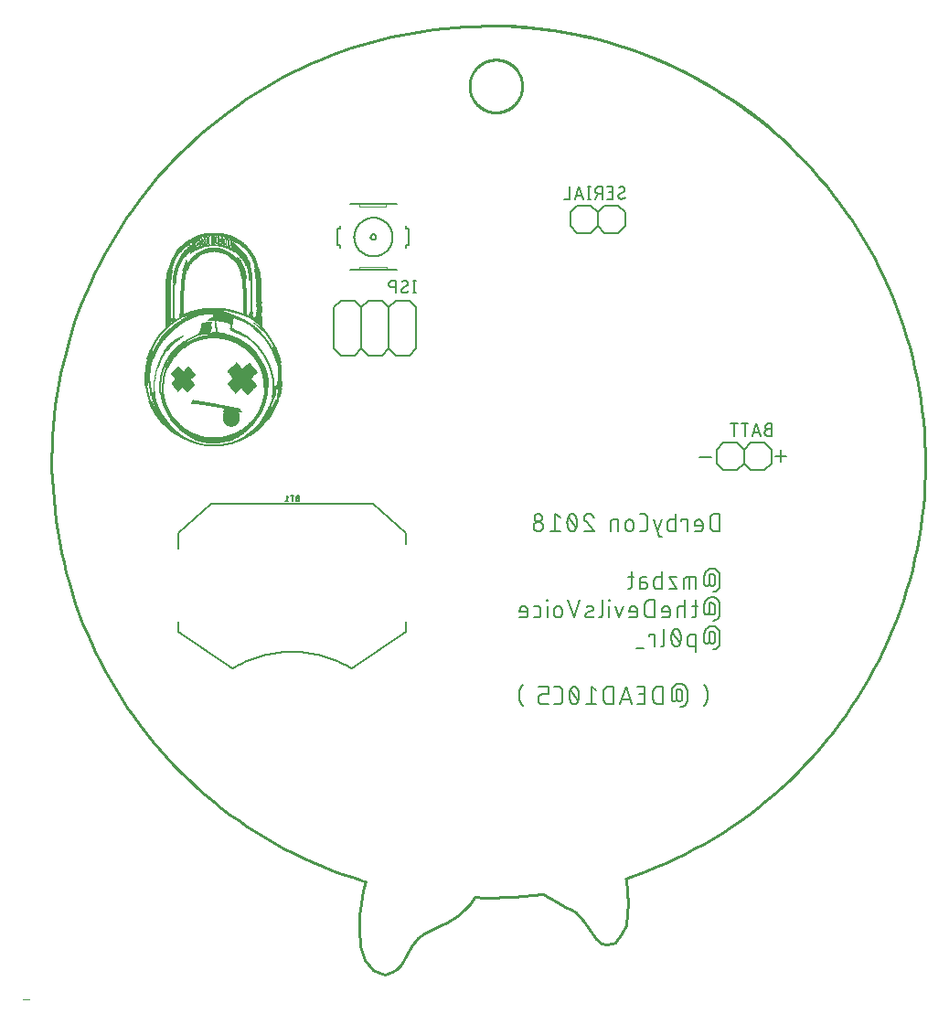
<source format=gbo>
G75*
%MOIN*%
%OFA0B0*%
%FSLAX25Y25*%
%IPPOS*%
%LPD*%
%AMOC8*
5,1,8,0,0,1.08239X$1,22.5*
%
%ADD10C,0.01000*%
%ADD11R,0.02535X0.00025*%
%ADD12R,0.03346X0.00025*%
%ADD13R,0.04159X0.00025*%
%ADD14R,0.04970X0.00025*%
%ADD15R,0.05536X0.00025*%
%ADD16R,0.05856X0.00025*%
%ADD17R,0.06176X0.00025*%
%ADD18R,0.06496X0.00025*%
%ADD19R,0.06816X0.00025*%
%ADD20R,0.07136X0.00025*%
%ADD21R,0.07431X0.00025*%
%ADD22R,0.07726X0.00025*%
%ADD23R,0.08022X0.00025*%
%ADD24R,0.08317X0.00025*%
%ADD25R,0.08588X0.00025*%
%ADD26R,0.02584X0.00025*%
%ADD27R,0.03199X0.00025*%
%ADD28R,0.02461X0.00025*%
%ADD29R,0.03150X0.00025*%
%ADD30R,0.02338X0.00025*%
%ADD31R,0.02904X0.00025*%
%ADD32R,0.02190X0.00025*%
%ADD33R,0.02682X0.00025*%
%ADD34R,0.01944X0.00025*%
%ADD35R,0.01919X0.00025*%
%ADD36R,0.02289X0.00025*%
%ADD37R,0.01821X0.00025*%
%ADD38R,0.02165X0.00025*%
%ADD39R,0.01722X0.00025*%
%ADD40R,0.02091X0.00025*%
%ADD41R,0.01599X0.00025*%
%ADD42R,0.01969X0.00025*%
%ADD43R,0.01575X0.00025*%
%ADD44R,0.01870X0.00025*%
%ADD45R,0.01747X0.00025*%
%ADD46R,0.01624X0.00025*%
%ADD47R,0.01648X0.00025*%
%ADD48R,0.01649X0.00025*%
%ADD49R,0.01476X0.00025*%
%ADD50R,0.01698X0.00025*%
%ADD51R,0.01600X0.00025*%
%ADD52R,0.01673X0.00025*%
%ADD53R,0.01550X0.00025*%
%ADD54R,0.01673X0.00025*%
%ADD55R,0.01526X0.00025*%
%ADD56R,0.01673X0.00025*%
%ADD57R,0.01526X0.00025*%
%ADD58R,0.01501X0.00025*%
%ADD59R,0.01526X0.00025*%
%ADD60R,0.01600X0.00025*%
%ADD61R,0.01452X0.00025*%
%ADD62R,0.01599X0.00025*%
%ADD63R,0.01501X0.00025*%
%ADD64R,0.01230X0.00025*%
%ADD65R,0.03863X0.00025*%
%ADD66R,0.01550X0.00025*%
%ADD67R,0.01402X0.00025*%
%ADD68R,0.04749X0.00025*%
%ADD69R,0.01501X0.00025*%
%ADD70R,0.04995X0.00025*%
%ADD71R,0.01550X0.00025*%
%ADD72R,0.05266X0.00025*%
%ADD73R,0.05561X0.00025*%
%ADD74R,0.05831X0.00025*%
%ADD75R,0.01452X0.00025*%
%ADD76R,0.01304X0.00025*%
%ADD77R,0.06102X0.00025*%
%ADD78R,0.01452X0.00025*%
%ADD79R,0.01378X0.00025*%
%ADD80R,0.06398X0.00025*%
%ADD81R,0.01427X0.00025*%
%ADD82R,0.06668X0.00025*%
%ADD83R,0.06963X0.00025*%
%ADD84R,0.07234X0.00025*%
%ADD85R,0.01403X0.00025*%
%ADD86R,0.01353X0.00025*%
%ADD87R,0.07480X0.00025*%
%ADD88R,0.07751X0.00025*%
%ADD89R,0.01402X0.00025*%
%ADD90R,0.07972X0.00025*%
%ADD91R,0.08219X0.00025*%
%ADD92R,0.08489X0.00025*%
%ADD93R,0.08735X0.00025*%
%ADD94R,0.08981X0.00025*%
%ADD95R,0.09227X0.00025*%
%ADD96R,0.09474X0.00025*%
%ADD97R,0.09719X0.00025*%
%ADD98R,0.09990X0.00025*%
%ADD99R,0.10236X0.00025*%
%ADD100R,0.10457X0.00025*%
%ADD101R,0.10728X0.00025*%
%ADD102R,0.10950X0.00025*%
%ADD103R,0.11147X0.00025*%
%ADD104R,0.11368X0.00025*%
%ADD105R,0.11565X0.00025*%
%ADD106R,0.11762X0.00025*%
%ADD107R,0.11959X0.00025*%
%ADD108R,0.12180X0.00025*%
%ADD109R,0.12328X0.00025*%
%ADD110R,0.12451X0.00025*%
%ADD111R,0.12549X0.00025*%
%ADD112R,0.12672X0.00025*%
%ADD113R,0.12795X0.00025*%
%ADD114R,0.12894X0.00025*%
%ADD115R,0.13041X0.00025*%
%ADD116R,0.13140X0.00025*%
%ADD117R,0.13263X0.00025*%
%ADD118R,0.13386X0.00025*%
%ADD119R,0.13484X0.00025*%
%ADD120R,0.13607X0.00025*%
%ADD121R,0.13755X0.00025*%
%ADD122R,0.13854X0.00025*%
%ADD123R,0.13952X0.00025*%
%ADD124R,0.14050X0.00025*%
%ADD125R,0.14149X0.00025*%
%ADD126R,0.14222X0.00025*%
%ADD127R,0.14321X0.00025*%
%ADD128R,0.14444X0.00025*%
%ADD129R,0.14542X0.00025*%
%ADD130R,0.14616X0.00025*%
%ADD131R,0.14715X0.00025*%
%ADD132R,0.14813X0.00025*%
%ADD133R,0.14911X0.00025*%
%ADD134R,0.14985X0.00025*%
%ADD135R,0.01550X0.00025*%
%ADD136R,0.15083X0.00025*%
%ADD137R,0.15182X0.00025*%
%ADD138R,0.15280X0.00025*%
%ADD139R,0.15354X0.00025*%
%ADD140R,0.15453X0.00025*%
%ADD141R,0.15551X0.00025*%
%ADD142R,0.15625X0.00025*%
%ADD143R,0.15723X0.00025*%
%ADD144R,0.15822X0.00025*%
%ADD145R,0.15920X0.00025*%
%ADD146R,0.15994X0.00025*%
%ADD147R,0.16093X0.00025*%
%ADD148R,0.16191X0.00025*%
%ADD149R,0.16289X0.00025*%
%ADD150R,0.01427X0.00025*%
%ADD151R,0.16363X0.00025*%
%ADD152R,0.01624X0.00025*%
%ADD153R,0.01452X0.00025*%
%ADD154R,0.16461X0.00025*%
%ADD155R,0.07111X0.00025*%
%ADD156R,0.06742X0.00025*%
%ADD157R,0.06250X0.00025*%
%ADD158R,0.06078X0.00025*%
%ADD159R,0.06152X0.00025*%
%ADD160R,0.01452X0.00025*%
%ADD161R,0.05980X0.00025*%
%ADD162R,0.06127X0.00025*%
%ADD163R,0.01476X0.00025*%
%ADD164R,0.05856X0.00025*%
%ADD165R,0.06078X0.00025*%
%ADD166R,0.01624X0.00025*%
%ADD167R,0.05782X0.00025*%
%ADD168R,0.06053X0.00025*%
%ADD169R,0.05659X0.00025*%
%ADD170R,0.06004X0.00025*%
%ADD171R,0.05979X0.00025*%
%ADD172R,0.01476X0.00025*%
%ADD173R,0.05438X0.00025*%
%ADD174R,0.05930X0.00025*%
%ADD175R,0.01649X0.00025*%
%ADD176R,0.01501X0.00025*%
%ADD177R,0.05339X0.00025*%
%ADD178R,0.01649X0.00025*%
%ADD179R,0.05217X0.00025*%
%ADD180R,0.05758X0.00025*%
%ADD181R,0.05094X0.00025*%
%ADD182R,0.05537X0.00025*%
%ADD183R,0.04872X0.00025*%
%ADD184R,0.05463X0.00025*%
%ADD185R,0.04749X0.00025*%
%ADD186R,0.05364X0.00025*%
%ADD187R,0.04724X0.00025*%
%ADD188R,0.04601X0.00025*%
%ADD189R,0.05167X0.00025*%
%ADD190R,0.04552X0.00025*%
%ADD191R,0.05044X0.00025*%
%ADD192R,0.04503X0.00025*%
%ADD193R,0.04995X0.00025*%
%ADD194R,0.04454X0.00025*%
%ADD195R,0.04946X0.00025*%
%ADD196R,0.04429X0.00025*%
%ADD197R,0.04921X0.00025*%
%ADD198R,0.04331X0.00025*%
%ADD199R,0.04847X0.00025*%
%ADD200R,0.04281X0.00025*%
%ADD201R,0.04823X0.00025*%
%ADD202R,0.04232X0.00025*%
%ADD203R,0.04774X0.00025*%
%ADD204R,0.04158X0.00025*%
%ADD205R,0.04724X0.00025*%
%ADD206R,0.04134X0.00025*%
%ADD207R,0.04700X0.00025*%
%ADD208R,0.04085X0.00025*%
%ADD209R,0.04651X0.00025*%
%ADD210R,0.04060X0.00025*%
%ADD211R,0.04602X0.00025*%
%ADD212R,0.04035X0.00025*%
%ADD213R,0.04011X0.00025*%
%ADD214R,0.04503X0.00025*%
%ADD215R,0.03962X0.00025*%
%ADD216R,0.04478X0.00025*%
%ADD217R,0.03937X0.00025*%
%ADD218R,0.03888X0.00025*%
%ADD219R,0.04404X0.00025*%
%ADD220R,0.04356X0.00025*%
%ADD221R,0.03839X0.00025*%
%ADD222R,0.04306X0.00025*%
%ADD223R,0.03814X0.00025*%
%ADD224R,0.03765X0.00025*%
%ADD225R,0.04208X0.00025*%
%ADD226R,0.03740X0.00025*%
%ADD227R,0.04183X0.00025*%
%ADD228R,0.03716X0.00025*%
%ADD229R,0.03691X0.00025*%
%ADD230R,0.04109X0.00025*%
%ADD231R,0.03642X0.00025*%
%ADD232R,0.03617X0.00025*%
%ADD233R,0.03568X0.00025*%
%ADD234R,0.03986X0.00025*%
%ADD235R,0.03519X0.00025*%
%ADD236R,0.03913X0.00025*%
%ADD237R,0.03494X0.00025*%
%ADD238R,0.03863X0.00025*%
%ADD239R,0.01698X0.00025*%
%ADD240R,0.03445X0.00025*%
%ADD241R,0.03420X0.00025*%
%ADD242R,0.03789X0.00025*%
%ADD243R,0.03371X0.00025*%
%ADD244R,0.03322X0.00025*%
%ADD245R,0.03667X0.00025*%
%ADD246R,0.03297X0.00025*%
%ADD247R,0.03248X0.00025*%
%ADD248R,0.03223X0.00025*%
%ADD249R,0.03543X0.00025*%
%ADD250R,0.03174X0.00025*%
%ADD251R,0.01747X0.00025*%
%ADD252R,0.03125X0.00025*%
%ADD253R,0.03100X0.00025*%
%ADD254R,0.03051X0.00025*%
%ADD255R,0.01772X0.00025*%
%ADD256R,0.03026X0.00025*%
%ADD257R,0.03002X0.00025*%
%ADD258R,0.02977X0.00025*%
%ADD259R,0.02953X0.00025*%
%ADD260R,0.02978X0.00025*%
%ADD261R,0.01796X0.00025*%
%ADD262R,0.02928X0.00025*%
%ADD263R,0.02879X0.00025*%
%ADD264R,0.02854X0.00025*%
%ADD265R,0.01796X0.00025*%
%ADD266R,0.02830X0.00025*%
%ADD267R,0.02805X0.00025*%
%ADD268R,0.02879X0.00025*%
%ADD269R,0.02781X0.00025*%
%ADD270R,0.02756X0.00025*%
%ADD271R,0.02731X0.00025*%
%ADD272R,0.01845X0.00025*%
%ADD273R,0.02830X0.00025*%
%ADD274R,0.02707X0.00025*%
%ADD275R,0.02657X0.00025*%
%ADD276R,0.01846X0.00025*%
%ADD277R,0.02633X0.00025*%
%ADD278R,0.02608X0.00025*%
%ADD279R,0.02583X0.00025*%
%ADD280R,0.02559X0.00025*%
%ADD281R,0.02682X0.00025*%
%ADD282R,0.01895X0.00025*%
%ADD283R,0.02534X0.00025*%
%ADD284R,0.02633X0.00025*%
%ADD285R,0.01894X0.00025*%
%ADD286R,0.02510X0.00025*%
%ADD287R,0.02485X0.00025*%
%ADD288R,0.02535X0.00025*%
%ADD289R,0.02485X0.00025*%
%ADD290R,0.02436X0.00025*%
%ADD291R,0.02436X0.00025*%
%ADD292R,0.02411X0.00025*%
%ADD293R,0.02387X0.00025*%
%ADD294R,0.02387X0.00025*%
%ADD295R,0.02362X0.00025*%
%ADD296R,0.01944X0.00025*%
%ADD297R,0.02337X0.00025*%
%ADD298R,0.02313X0.00025*%
%ADD299R,0.02288X0.00025*%
%ADD300R,0.02264X0.00025*%
%ADD301R,0.02239X0.00025*%
%ADD302R,0.02239X0.00025*%
%ADD303R,0.02215X0.00025*%
%ADD304R,0.02190X0.00025*%
%ADD305R,0.01993X0.00025*%
%ADD306R,0.01993X0.00025*%
%ADD307R,0.02141X0.00025*%
%ADD308R,0.02141X0.00025*%
%ADD309R,0.02018X0.00025*%
%ADD310R,0.02042X0.00025*%
%ADD311R,0.02043X0.00025*%
%ADD312R,0.02116X0.00025*%
%ADD313R,0.02092X0.00025*%
%ADD314R,0.02043X0.00025*%
%ADD315R,0.02091X0.00025*%
%ADD316R,0.02116X0.00025*%
%ADD317R,0.02018X0.00025*%
%ADD318R,0.02067X0.00025*%
%ADD319R,0.02092X0.00025*%
%ADD320R,0.02018X0.00025*%
%ADD321R,0.02067X0.00025*%
%ADD322R,0.02067X0.00025*%
%ADD323R,0.02092X0.00025*%
%ADD324R,0.01944X0.00025*%
%ADD325R,0.02091X0.00025*%
%ADD326R,0.02042X0.00025*%
%ADD327R,0.01944X0.00025*%
%ADD328R,0.00148X0.00025*%
%ADD329R,0.02042X0.00025*%
%ADD330R,0.00591X0.00025*%
%ADD331R,0.01894X0.00025*%
%ADD332R,0.02116X0.00025*%
%ADD333R,0.02043X0.00025*%
%ADD334R,0.00787X0.00025*%
%ADD335R,0.01895X0.00025*%
%ADD336R,0.01058X0.00025*%
%ADD337R,0.01181X0.00025*%
%ADD338R,0.02165X0.00025*%
%ADD339R,0.01993X0.00025*%
%ADD340R,0.01575X0.00025*%
%ADD341R,0.01870X0.00025*%
%ADD342R,0.02165X0.00025*%
%ADD343R,0.01993X0.00025*%
%ADD344R,0.01772X0.00025*%
%ADD345R,0.01870X0.00025*%
%ADD346R,0.02190X0.00025*%
%ADD347R,0.01969X0.00025*%
%ADD348R,0.02362X0.00025*%
%ADD349R,0.01846X0.00025*%
%ADD350R,0.02215X0.00025*%
%ADD351R,0.01969X0.00025*%
%ADD352R,0.02461X0.00025*%
%ADD353R,0.01845X0.00025*%
%ADD354R,0.02239X0.00025*%
%ADD355R,0.01944X0.00025*%
%ADD356R,0.02854X0.00025*%
%ADD357R,0.01821X0.00025*%
%ADD358R,0.02239X0.00025*%
%ADD359R,0.01944X0.00025*%
%ADD360R,0.02978X0.00025*%
%ADD361R,0.01821X0.00025*%
%ADD362R,0.03125X0.00025*%
%ADD363R,0.02289X0.00025*%
%ADD364R,0.03248X0.00025*%
%ADD365R,0.01796X0.00025*%
%ADD366R,0.02288X0.00025*%
%ADD367R,0.03322X0.00025*%
%ADD368R,0.01796X0.00025*%
%ADD369R,0.03396X0.00025*%
%ADD370R,0.02338X0.00025*%
%ADD371R,0.01895X0.00025*%
%ADD372R,0.03617X0.00025*%
%ADD373R,0.01796X0.00025*%
%ADD374R,0.02337X0.00025*%
%ADD375R,0.01894X0.00025*%
%ADD376R,0.03667X0.00025*%
%ADD377R,0.01796X0.00025*%
%ADD378R,0.03961X0.00025*%
%ADD379R,0.02362X0.00025*%
%ADD380R,0.04011X0.00025*%
%ADD381R,0.02337X0.00025*%
%ADD382R,0.01772X0.00025*%
%ADD383R,0.04281X0.00025*%
%ADD384R,0.04380X0.00025*%
%ADD385R,0.04454X0.00025*%
%ADD386R,0.01747X0.00025*%
%ADD387R,0.04478X0.00025*%
%ADD388R,0.02141X0.00025*%
%ADD389R,0.04528X0.00025*%
%ADD390R,0.02387X0.00025*%
%ADD391R,0.04650X0.00025*%
%ADD392R,0.01722X0.00025*%
%ADD393R,0.02141X0.00025*%
%ADD394R,0.02387X0.00025*%
%ADD395R,0.04700X0.00025*%
%ADD396R,0.01722X0.00025*%
%ADD397R,0.04749X0.00025*%
%ADD398R,0.04774X0.00025*%
%ADD399R,0.04798X0.00025*%
%ADD400R,0.04872X0.00025*%
%ADD401R,0.04946X0.00025*%
%ADD402R,0.05020X0.00025*%
%ADD403R,0.05044X0.00025*%
%ADD404R,0.05069X0.00025*%
%ADD405R,0.05118X0.00025*%
%ADD406R,0.05192X0.00025*%
%ADD407R,0.05241X0.00025*%
%ADD408R,0.05291X0.00025*%
%ADD409R,0.05315X0.00025*%
%ADD410R,0.05339X0.00025*%
%ADD411R,0.05364X0.00025*%
%ADD412R,0.05389X0.00025*%
%ADD413R,0.05413X0.00025*%
%ADD414R,0.05438X0.00025*%
%ADD415R,0.05463X0.00025*%
%ADD416R,0.05487X0.00025*%
%ADD417R,0.05585X0.00025*%
%ADD418R,0.05610X0.00025*%
%ADD419R,0.05635X0.00025*%
%ADD420R,0.05684X0.00025*%
%ADD421R,0.05709X0.00025*%
%ADD422R,0.05733X0.00025*%
%ADD423R,0.05807X0.00025*%
%ADD424R,0.02731X0.00025*%
%ADD425R,0.02780X0.00025*%
%ADD426R,0.00344X0.00025*%
%ADD427R,0.00295X0.00025*%
%ADD428R,0.00246X0.00025*%
%ADD429R,0.00221X0.00025*%
%ADD430R,0.05733X0.00025*%
%ADD431R,0.00197X0.00025*%
%ADD432R,0.00098X0.00025*%
%ADD433R,0.00049X0.00025*%
%ADD434R,0.00024X0.00025*%
%ADD435R,0.05635X0.00025*%
%ADD436R,0.01354X0.00025*%
%ADD437R,0.00394X0.00025*%
%ADD438R,0.00419X0.00025*%
%ADD439R,0.00468X0.00025*%
%ADD440R,0.00517X0.00025*%
%ADD441R,0.06472X0.00025*%
%ADD442R,0.06447X0.00025*%
%ADD443R,0.06373X0.00025*%
%ADD444R,0.06348X0.00025*%
%ADD445R,0.06324X0.00025*%
%ADD446R,0.06275X0.00025*%
%ADD447R,0.06225X0.00025*%
%ADD448R,0.06201X0.00025*%
%ADD449R,0.06127X0.00025*%
%ADD450R,0.06028X0.00025*%
%ADD451R,0.05955X0.00025*%
%ADD452R,0.05930X0.00025*%
%ADD453R,0.05881X0.00025*%
%ADD454R,0.01132X0.00025*%
%ADD455R,0.01107X0.00025*%
%ADD456R,0.05832X0.00025*%
%ADD457R,0.01083X0.00025*%
%ADD458R,0.01107X0.00025*%
%ADD459R,0.05783X0.00025*%
%ADD460R,0.05487X0.00025*%
%ADD461R,0.05389X0.00025*%
%ADD462R,0.01058X0.00025*%
%ADD463R,0.04995X0.00025*%
%ADD464R,0.04896X0.00025*%
%ADD465R,0.04848X0.00025*%
%ADD466R,0.04552X0.00025*%
%ADD467R,0.01033X0.00025*%
%ADD468R,0.04454X0.00025*%
%ADD469R,0.04577X0.00025*%
%ADD470R,0.04626X0.00025*%
%ADD471R,0.04650X0.00025*%
%ADD472R,0.04675X0.00025*%
%ADD473R,0.00984X0.00025*%
%ADD474R,0.04749X0.00025*%
%ADD475R,0.00935X0.00025*%
%ADD476R,0.00886X0.00025*%
%ADD477R,0.00861X0.00025*%
%ADD478R,0.01156X0.00025*%
%ADD479R,0.01329X0.00025*%
%ADD480R,0.00861X0.00025*%
%ADD481R,0.01157X0.00025*%
%ADD482R,0.04995X0.00025*%
%ADD483R,0.01304X0.00025*%
%ADD484R,0.01280X0.00025*%
%ADD485R,0.05143X0.00025*%
%ADD486R,0.00837X0.00025*%
%ADD487R,0.01255X0.00025*%
%ADD488R,0.01058X0.00025*%
%ADD489R,0.01157X0.00025*%
%ADD490R,0.05241X0.00025*%
%ADD491R,0.01280X0.00025*%
%ADD492R,0.00861X0.00025*%
%ADD493R,0.01058X0.00025*%
%ADD494R,0.01156X0.00025*%
%ADD495R,0.05266X0.00025*%
%ADD496R,0.01280X0.00025*%
%ADD497R,0.00837X0.00025*%
%ADD498R,0.01255X0.00025*%
%ADD499R,0.05290X0.00025*%
%ADD500R,0.00812X0.00025*%
%ADD501R,0.01255X0.00025*%
%ADD502R,0.05339X0.00025*%
%ADD503R,0.00837X0.00025*%
%ADD504R,0.01230X0.00025*%
%ADD505R,0.01058X0.00025*%
%ADD506R,0.05389X0.00025*%
%ADD507R,0.00812X0.00025*%
%ADD508R,0.01230X0.00025*%
%ADD509R,0.00812X0.00025*%
%ADD510R,0.05438X0.00025*%
%ADD511R,0.01206X0.00025*%
%ADD512R,0.01206X0.00025*%
%ADD513R,0.01058X0.00025*%
%ADD514R,0.01452X0.00025*%
%ADD515R,0.05487X0.00025*%
%ADD516R,0.01255X0.00025*%
%ADD517R,0.00787X0.00025*%
%ADD518R,0.01206X0.00025*%
%ADD519R,0.01181X0.00025*%
%ADD520R,0.05512X0.00025*%
%ADD521R,0.01206X0.00025*%
%ADD522R,0.00787X0.00025*%
%ADD523R,0.01181X0.00025*%
%ADD524R,0.05610X0.00025*%
%ADD525R,0.01255X0.00025*%
%ADD526R,0.00763X0.00025*%
%ADD527R,0.01083X0.00025*%
%ADD528R,0.05635X0.00025*%
%ADD529R,0.00763X0.00025*%
%ADD530R,0.01083X0.00025*%
%ADD531R,0.05758X0.00025*%
%ADD532R,0.05783X0.00025*%
%ADD533R,0.00763X0.00025*%
%ADD534R,0.05881X0.00025*%
%ADD535R,0.01206X0.00025*%
%ADD536R,0.05906X0.00025*%
%ADD537R,0.01156X0.00025*%
%ADD538R,0.00098X0.00025*%
%ADD539R,0.05930X0.00025*%
%ADD540R,0.01255X0.00025*%
%ADD541R,0.00320X0.00025*%
%ADD542R,0.00344X0.00025*%
%ADD543R,0.06029X0.00025*%
%ADD544R,0.00443X0.00025*%
%ADD545R,0.06053X0.00025*%
%ADD546R,0.01157X0.00025*%
%ADD547R,0.00541X0.00025*%
%ADD548R,0.00664X0.00025*%
%ADD549R,0.01033X0.00025*%
%ADD550R,0.00935X0.00025*%
%ADD551R,0.06102X0.00025*%
%ADD552R,0.01033X0.00025*%
%ADD553R,0.07160X0.00025*%
%ADD554R,0.07013X0.00025*%
%ADD555R,0.06865X0.00025*%
%ADD556R,0.06717X0.00025*%
%ADD557R,0.06570X0.00025*%
%ADD558R,0.06422X0.00025*%
%ADD559R,0.01132X0.00025*%
%ADD560R,0.06274X0.00025*%
%ADD561R,0.05831X0.00025*%
%ADD562R,0.01132X0.00025*%
%ADD563R,0.05684X0.00025*%
%ADD564R,0.01107X0.00025*%
%ADD565R,0.01009X0.00025*%
%ADD566R,0.01009X0.00025*%
%ADD567R,0.05020X0.00025*%
%ADD568R,0.04872X0.00025*%
%ADD569R,0.01304X0.00025*%
%ADD570R,0.00812X0.00025*%
%ADD571R,0.01009X0.00025*%
%ADD572R,0.04257X0.00025*%
%ADD573R,0.01304X0.00025*%
%ADD574R,0.01009X0.00025*%
%ADD575R,0.01427X0.00025*%
%ADD576R,0.04109X0.00025*%
%ADD577R,0.03494X0.00025*%
%ADD578R,0.00812X0.00025*%
%ADD579R,0.00984X0.00025*%
%ADD580R,0.03346X0.00025*%
%ADD581R,0.03027X0.00025*%
%ADD582R,0.00984X0.00025*%
%ADD583R,0.02682X0.00025*%
%ADD584R,0.02534X0.00025*%
%ADD585R,0.00959X0.00025*%
%ADD586R,0.00960X0.00025*%
%ADD587R,0.00960X0.00025*%
%ADD588R,0.01009X0.00025*%
%ADD589R,0.00959X0.00025*%
%ADD590R,0.00861X0.00025*%
%ADD591R,0.00689X0.00025*%
%ADD592R,0.00492X0.00025*%
%ADD593R,0.00270X0.00025*%
%ADD594R,0.01304X0.00025*%
%ADD595R,0.00935X0.00025*%
%ADD596R,0.01329X0.00025*%
%ADD597R,0.00861X0.00025*%
%ADD598R,0.00910X0.00025*%
%ADD599R,0.01329X0.00025*%
%ADD600R,0.00886X0.00025*%
%ADD601R,0.00911X0.00025*%
%ADD602R,0.01353X0.00025*%
%ADD603R,0.00910X0.00025*%
%ADD604R,0.00960X0.00025*%
%ADD605R,0.00911X0.00025*%
%ADD606R,0.01354X0.00025*%
%ADD607R,0.00911X0.00025*%
%ADD608R,0.01378X0.00025*%
%ADD609R,0.00910X0.00025*%
%ADD610R,0.01378X0.00025*%
%ADD611R,0.01403X0.00025*%
%ADD612R,0.01354X0.00025*%
%ADD613R,0.01501X0.00025*%
%ADD614R,0.01403X0.00025*%
%ADD615R,0.00959X0.00025*%
%ADD616R,0.00443X0.00025*%
%ADD617R,0.00566X0.00025*%
%ADD618R,0.00615X0.00025*%
%ADD619R,0.00714X0.00025*%
%ADD620R,0.00763X0.00025*%
%ADD621R,0.00320X0.00025*%
%ADD622R,0.00418X0.00025*%
%ADD623R,0.00467X0.00025*%
%ADD624R,0.00591X0.00025*%
%ADD625R,0.00369X0.00025*%
%ADD626R,0.00640X0.00025*%
%ADD627R,0.00713X0.00025*%
%ADD628R,0.00369X0.00025*%
%ADD629R,0.00517X0.00025*%
%ADD630R,0.02928X0.00025*%
%ADD631R,0.00738X0.00025*%
%ADD632R,0.03076X0.00025*%
%ADD633R,0.03174X0.00025*%
%ADD634R,0.03224X0.00025*%
%ADD635R,0.03272X0.00025*%
%ADD636R,0.03470X0.00025*%
%ADD637R,0.03593X0.00025*%
%ADD638R,0.03715X0.00025*%
%ADD639R,0.03076X0.00025*%
%ADD640R,0.04207X0.00025*%
%ADD641R,0.03273X0.00025*%
%ADD642R,0.04257X0.00025*%
%ADD643R,0.03322X0.00025*%
%ADD644R,0.03420X0.00025*%
%ADD645R,0.04503X0.00025*%
%ADD646R,0.08637X0.00025*%
%ADD647R,0.08686X0.00025*%
%ADD648R,0.08735X0.00025*%
%ADD649R,0.08785X0.00025*%
%ADD650R,0.08833X0.00025*%
%ADD651R,0.08883X0.00025*%
%ADD652R,0.08932X0.00025*%
%ADD653R,0.03469X0.00025*%
%ADD654R,0.08957X0.00025*%
%ADD655R,0.03519X0.00025*%
%ADD656R,0.09006X0.00025*%
%ADD657R,0.09055X0.00025*%
%ADD658R,0.09104X0.00025*%
%ADD659R,0.09154X0.00025*%
%ADD660R,0.09203X0.00025*%
%ADD661R,0.09252X0.00025*%
%ADD662R,0.09301X0.00025*%
%ADD663R,0.06914X0.00025*%
%ADD664R,0.09350X0.00025*%
%ADD665R,0.06964X0.00025*%
%ADD666R,0.09400X0.00025*%
%ADD667R,0.06988X0.00025*%
%ADD668R,0.09424X0.00025*%
%ADD669R,0.07037X0.00025*%
%ADD670R,0.09473X0.00025*%
%ADD671R,0.07087X0.00025*%
%ADD672R,0.09523X0.00025*%
%ADD673R,0.09572X0.00025*%
%ADD674R,0.07185X0.00025*%
%ADD675R,0.09621X0.00025*%
%ADD676R,0.07210X0.00025*%
%ADD677R,0.09670X0.00025*%
%ADD678R,0.09720X0.00025*%
%ADD679R,0.07283X0.00025*%
%ADD680R,0.09769X0.00025*%
%ADD681R,0.07333X0.00025*%
%ADD682R,0.09818X0.00025*%
%ADD683R,0.07382X0.00025*%
%ADD684R,0.09867X0.00025*%
%ADD685R,0.07407X0.00025*%
%ADD686R,0.09941X0.00025*%
%ADD687R,0.07456X0.00025*%
%ADD688R,0.09965X0.00025*%
%ADD689R,0.07505X0.00025*%
%ADD690R,0.07554X0.00025*%
%ADD691R,0.10039X0.00025*%
%ADD692R,0.07604X0.00025*%
%ADD693R,0.10089X0.00025*%
%ADD694R,0.07628X0.00025*%
%ADD695R,0.10138X0.00025*%
%ADD696R,0.07677X0.00025*%
%ADD697R,0.10162X0.00025*%
%ADD698R,0.10187X0.00025*%
%ADD699R,0.00615X0.00025*%
%ADD700R,0.07776X0.00025*%
%ADD701R,0.10211X0.00025*%
%ADD702R,0.07825X0.00025*%
%ADD703R,0.07850X0.00025*%
%ADD704R,0.10212X0.00025*%
%ADD705R,0.07898X0.00025*%
%ADD706R,0.07948X0.00025*%
%ADD707R,0.07997X0.00025*%
%ADD708R,0.08046X0.00025*%
%ADD709R,0.08071X0.00025*%
%ADD710R,0.08096X0.00025*%
%ADD711R,0.08120X0.00025*%
%ADD712R,0.10261X0.00025*%
%ADD713R,0.10163X0.00025*%
%ADD714R,0.08095X0.00025*%
%ADD715R,0.10064X0.00025*%
%ADD716R,0.09892X0.00025*%
%ADD717R,0.09867X0.00025*%
%ADD718R,0.08046X0.00025*%
%ADD719R,0.09818X0.00025*%
%ADD720R,0.09793X0.00025*%
%ADD721R,0.09670X0.00025*%
%ADD722R,0.09646X0.00025*%
%ADD723R,0.09596X0.00025*%
%ADD724R,0.07800X0.00025*%
%ADD725R,0.09547X0.00025*%
%ADD726R,0.07751X0.00025*%
%ADD727R,0.09498X0.00025*%
%ADD728R,0.07702X0.00025*%
%ADD729R,0.09449X0.00025*%
%ADD730R,0.07579X0.00025*%
%ADD731R,0.09178X0.00025*%
%ADD732R,0.07357X0.00025*%
%ADD733R,0.09129X0.00025*%
%ADD734R,0.07308X0.00025*%
%ADD735R,0.09080X0.00025*%
%ADD736R,0.07259X0.00025*%
%ADD737R,0.09030X0.00025*%
%ADD738R,0.08907X0.00025*%
%ADD739R,0.08858X0.00025*%
%ADD740R,0.08809X0.00025*%
%ADD741R,0.08760X0.00025*%
%ADD742R,0.06939X0.00025*%
%ADD743R,0.08711X0.00025*%
%ADD744R,0.06890X0.00025*%
%ADD745R,0.08661X0.00025*%
%ADD746R,0.06841X0.00025*%
%ADD747R,0.08612X0.00025*%
%ADD748R,0.06767X0.00025*%
%ADD749R,0.08563X0.00025*%
%ADD750R,0.08514X0.00025*%
%ADD751R,0.06693X0.00025*%
%ADD752R,0.08465X0.00025*%
%ADD753R,0.06644X0.00025*%
%ADD754R,0.08440X0.00025*%
%ADD755R,0.06594X0.00025*%
%ADD756R,0.08391X0.00025*%
%ADD757R,0.06545X0.00025*%
%ADD758R,0.08341X0.00025*%
%ADD759R,0.08268X0.00025*%
%ADD760R,0.08169X0.00025*%
%ADD761R,0.06299X0.00025*%
%ADD762R,0.06226X0.00025*%
%ADD763R,0.00566X0.00025*%
%ADD764R,0.00271X0.00025*%
%ADD765R,0.06127X0.00025*%
%ADD766R,0.07923X0.00025*%
%ADD767R,0.06078X0.00025*%
%ADD768R,0.07874X0.00025*%
%ADD769R,0.05906X0.00025*%
%ADD770R,0.07702X0.00025*%
%ADD771R,0.07652X0.00025*%
%ADD772R,0.05684X0.00025*%
%ADD773R,0.07530X0.00025*%
%ADD774R,0.05586X0.00025*%
%ADD775R,0.07013X0.00025*%
%ADD776R,0.06791X0.00025*%
%ADD777R,0.05512X0.00025*%
%ADD778R,0.00665X0.00025*%
%ADD779R,0.06718X0.00025*%
%ADD780R,0.06767X0.00025*%
%ADD781R,0.06816X0.00025*%
%ADD782R,0.06324X0.00025*%
%ADD783R,0.06422X0.00025*%
%ADD784R,0.06520X0.00025*%
%ADD785R,0.07111X0.00025*%
%ADD786R,0.07160X0.00025*%
%ADD787R,0.08145X0.00025*%
%ADD788R,0.08194X0.00025*%
%ADD789R,0.08243X0.00025*%
%ADD790R,0.08292X0.00025*%
%ADD791R,0.08366X0.00025*%
%ADD792R,0.08415X0.00025*%
%ADD793R,0.08587X0.00025*%
%ADD794R,0.08637X0.00025*%
%ADD795R,0.08686X0.00025*%
%ADD796R,0.08784X0.00025*%
%ADD797R,0.08834X0.00025*%
%ADD798R,0.08883X0.00025*%
%ADD799R,0.08932X0.00025*%
%ADD800R,0.09031X0.00025*%
%ADD801R,0.08539X0.00025*%
%ADD802R,0.09522X0.00025*%
%ADD803R,0.09572X0.00025*%
%ADD804R,0.09621X0.00025*%
%ADD805R,0.09769X0.00025*%
%ADD806R,0.09843X0.00025*%
%ADD807R,0.08293X0.00025*%
%ADD808R,0.09966X0.00025*%
%ADD809R,0.10015X0.00025*%
%ADD810R,0.10064X0.00025*%
%ADD811R,0.10113X0.00025*%
%ADD812R,0.10261X0.00025*%
%ADD813R,0.10310X0.00025*%
%ADD814R,0.10359X0.00025*%
%ADD815R,0.10408X0.00025*%
%ADD816R,0.10433X0.00025*%
%ADD817R,0.10482X0.00025*%
%ADD818R,0.10531X0.00025*%
%ADD819R,0.07653X0.00025*%
%ADD820R,0.10556X0.00025*%
%ADD821R,0.07603X0.00025*%
%ADD822R,0.10605X0.00025*%
%ADD823R,0.10630X0.00025*%
%ADD824R,0.10654X0.00025*%
%ADD825R,0.10679X0.00025*%
%ADD826R,0.10704X0.00025*%
%ADD827R,0.10704X0.00025*%
%ADD828R,0.10384X0.00025*%
%ADD829R,0.10335X0.00025*%
%ADD830R,0.10285X0.00025*%
%ADD831R,0.10113X0.00025*%
%ADD832R,0.10015X0.00025*%
%ADD833R,0.09917X0.00025*%
%ADD834R,0.09744X0.00025*%
%ADD835R,0.09695X0.00025*%
%ADD836R,0.09424X0.00025*%
%ADD837R,0.09375X0.00025*%
%ADD838R,0.09326X0.00025*%
%ADD839R,0.09277X0.00025*%
%ADD840R,0.04700X0.00025*%
%ADD841R,0.04355X0.00025*%
%ADD842R,0.04306X0.00025*%
%ADD843R,0.04257X0.00025*%
%ADD844R,0.04158X0.00025*%
%ADD845R,0.04232X0.00025*%
%ADD846R,0.03765X0.00025*%
%ADD847R,0.03371X0.00025*%
%ADD848R,0.02215X0.00025*%
%ADD849R,0.00492X0.00025*%
%ADD850R,0.00517X0.00025*%
%ADD851R,0.00615X0.00025*%
%ADD852R,0.01648X0.00025*%
%ADD853R,0.00492X0.00025*%
%ADD854R,0.00517X0.00025*%
%ADD855R,0.00591X0.00025*%
%ADD856R,0.01648X0.00025*%
%ADD857R,0.00566X0.00025*%
%ADD858R,0.00615X0.00025*%
%ADD859R,0.00541X0.00025*%
%ADD860R,0.00615X0.00025*%
%ADD861R,0.01107X0.00025*%
%ADD862R,0.02239X0.00025*%
%ADD863R,0.00517X0.00025*%
%ADD864R,0.00566X0.00025*%
%ADD865R,0.01107X0.00025*%
%ADD866R,0.00615X0.00025*%
%ADD867R,0.02239X0.00025*%
%ADD868R,0.00566X0.00025*%
%ADD869R,0.02264X0.00025*%
%ADD870R,0.02264X0.00025*%
%ADD871R,0.00640X0.00025*%
%ADD872R,0.01698X0.00025*%
%ADD873R,0.00640X0.00025*%
%ADD874R,0.01698X0.00025*%
%ADD875R,0.00664X0.00025*%
%ADD876R,0.00689X0.00025*%
%ADD877R,0.00689X0.00025*%
%ADD878R,0.01747X0.00025*%
%ADD879R,0.00714X0.00025*%
%ADD880R,0.01747X0.00025*%
%ADD881R,0.02289X0.00025*%
%ADD882R,0.00738X0.00025*%
%ADD883R,0.01304X0.00025*%
%ADD884R,0.00738X0.00025*%
%ADD885R,0.00763X0.00025*%
%ADD886R,0.02313X0.00025*%
%ADD887R,0.00763X0.00025*%
%ADD888R,0.01747X0.00025*%
%ADD889R,0.02141X0.00025*%
%ADD890R,0.00861X0.00025*%
%ADD891R,0.02387X0.00025*%
%ADD892R,0.02411X0.00025*%
%ADD893R,0.02141X0.00025*%
%ADD894R,0.02411X0.00025*%
%ADD895R,0.00886X0.00025*%
%ADD896R,0.02461X0.00025*%
%ADD897R,0.01845X0.00025*%
%ADD898R,0.02313X0.00025*%
%ADD899R,0.02485X0.00025*%
%ADD900R,0.02510X0.00025*%
%ADD901R,0.01919X0.00025*%
%ADD902R,0.01919X0.00025*%
%ADD903R,0.02510X0.00025*%
%ADD904R,0.02190X0.00025*%
%ADD905R,0.02534X0.00025*%
%ADD906R,0.02190X0.00025*%
%ADD907R,0.02559X0.00025*%
%ADD908R,0.02559X0.00025*%
%ADD909R,0.02436X0.00025*%
%ADD910R,0.00665X0.00025*%
%ADD911R,0.02584X0.00025*%
%ADD912R,0.02436X0.00025*%
%ADD913R,0.02584X0.00025*%
%ADD914R,0.00664X0.00025*%
%ADD915R,0.02485X0.00025*%
%ADD916R,0.02608X0.00025*%
%ADD917R,0.02633X0.00025*%
%ADD918R,0.00665X0.00025*%
%ADD919R,0.02633X0.00025*%
%ADD920R,0.02608X0.00025*%
%ADD921R,0.02657X0.00025*%
%ADD922R,0.02387X0.00025*%
%ADD923R,0.02657X0.00025*%
%ADD924R,0.02682X0.00025*%
%ADD925R,0.02682X0.00025*%
%ADD926R,0.02633X0.00025*%
%ADD927R,0.02436X0.00025*%
%ADD928R,0.02633X0.00025*%
%ADD929R,0.02436X0.00025*%
%ADD930R,0.02707X0.00025*%
%ADD931R,0.02707X0.00025*%
%ADD932R,0.02535X0.00025*%
%ADD933R,0.01009X0.00025*%
%ADD934R,0.02731X0.00025*%
%ADD935R,0.02731X0.00025*%
%ADD936R,0.01402X0.00025*%
%ADD937R,0.02731X0.00025*%
%ADD938R,0.02731X0.00025*%
%ADD939R,0.02780X0.00025*%
%ADD940R,0.02756X0.00025*%
%ADD941R,0.01107X0.00025*%
%ADD942R,0.02781X0.00025*%
%ADD943R,0.02805X0.00025*%
%ADD944R,0.02854X0.00025*%
%ADD945R,0.02928X0.00025*%
%ADD946R,0.02756X0.00025*%
%ADD947R,0.02928X0.00025*%
%ADD948R,0.02953X0.00025*%
%ADD949R,0.02977X0.00025*%
%ADD950R,0.00713X0.00025*%
%ADD951R,0.03002X0.00025*%
%ADD952R,0.03027X0.00025*%
%ADD953R,0.03026X0.00025*%
%ADD954R,0.02904X0.00025*%
%ADD955R,0.00713X0.00025*%
%ADD956R,0.00714X0.00025*%
%ADD957R,0.03076X0.00025*%
%ADD958R,0.02977X0.00025*%
%ADD959R,0.03051X0.00025*%
%ADD960R,0.03002X0.00025*%
%ADD961R,0.03100X0.00025*%
%ADD962R,0.01501X0.00025*%
%ADD963R,0.03125X0.00025*%
%ADD964R,0.03027X0.00025*%
%ADD965R,0.03125X0.00025*%
%ADD966R,0.03150X0.00025*%
%ADD967R,0.03174X0.00025*%
%ADD968R,0.03076X0.00025*%
%ADD969R,0.03174X0.00025*%
%ADD970R,0.03100X0.00025*%
%ADD971R,0.03174X0.00025*%
%ADD972R,0.01550X0.00025*%
%ADD973R,0.03199X0.00025*%
%ADD974R,0.03199X0.00025*%
%ADD975R,0.03150X0.00025*%
%ADD976R,0.03568X0.00025*%
%ADD977R,0.03666X0.00025*%
%ADD978R,0.03814X0.00025*%
%ADD979R,0.04897X0.00025*%
%ADD980R,0.05093X0.00025*%
%ADD981R,0.05980X0.00025*%
%ADD982R,0.04060X0.00025*%
%ADD983R,0.04109X0.00025*%
%ADD984R,0.06373X0.00025*%
%ADD985R,0.06669X0.00025*%
%ADD986R,0.14469X0.00025*%
%ADD987R,0.14370X0.00025*%
%ADD988R,0.14247X0.00025*%
%ADD989R,0.14124X0.00025*%
%ADD990R,0.14001X0.00025*%
%ADD991R,0.13903X0.00025*%
%ADD992R,0.13755X0.00025*%
%ADD993R,0.13656X0.00025*%
%ADD994R,0.13533X0.00025*%
%ADD995R,0.13263X0.00025*%
%ADD996R,0.12992X0.00025*%
%ADD997R,0.12770X0.00025*%
%ADD998R,0.12623X0.00025*%
%ADD999R,0.12500X0.00025*%
%ADD1000R,0.12377X0.00025*%
%ADD1001R,0.12205X0.00025*%
%ADD1002R,0.12008X0.00025*%
%ADD1003R,0.11811X0.00025*%
%ADD1004R,0.11639X0.00025*%
%ADD1005R,0.11442X0.00025*%
%ADD1006R,0.11245X0.00025*%
%ADD1007R,0.11048X0.00025*%
%ADD1008R,0.10852X0.00025*%
%ADD1009R,0.07948X0.00025*%
%ADD1010R,0.07456X0.00025*%
%ADD1011R,0.06865X0.00025*%
%ADD1012R,0.06619X0.00025*%
%ADD1013R,0.05930X0.00025*%
%ADD1014R,0.09276X0.00025*%
%ADD1015R,0.09178X0.00025*%
%ADD1016R,0.08538X0.00025*%
%ADD1017R,0.04011X0.00025*%
%ADD1018R,0.03961X0.00025*%
%ADD1019R,0.03912X0.00025*%
%ADD1020R,0.00222X0.00025*%
%ADD1021R,0.00172X0.00025*%
%ADD1022R,0.00123X0.00025*%
%ADD1023R,0.00123X0.00025*%
%ADD1024R,0.00025X0.00025*%
%ADD1025R,0.04798X0.00025*%
%ADD1026R,0.09080X0.00025*%
%ADD1027R,0.08981X0.00025*%
%ADD1028R,0.03617X0.00025*%
%ADD1029R,0.08194X0.00025*%
%ADD1030R,0.08144X0.00025*%
%ADD1031R,0.08342X0.00025*%
%ADD1032R,0.06915X0.00025*%
%ADD1033R,0.07554X0.00025*%
%ADD1034R,0.07062X0.00025*%
%ADD1035R,0.08489X0.00025*%
%ADD1036R,0.06570X0.00025*%
%ADD1037R,0.16560X0.00025*%
%ADD1038R,0.16437X0.00025*%
%ADD1039R,0.16339X0.00025*%
%ADD1040R,0.15969X0.00025*%
%ADD1041R,0.15871X0.00025*%
%ADD1042R,0.15748X0.00025*%
%ADD1043R,0.15650X0.00025*%
%ADD1044R,0.15526X0.00025*%
%ADD1045R,0.15428X0.00025*%
%ADD1046R,0.15330X0.00025*%
%ADD1047R,0.15231X0.00025*%
%ADD1048R,0.15108X0.00025*%
%ADD1049R,0.14985X0.00025*%
%ADD1050R,0.14887X0.00025*%
%ADD1051R,0.14764X0.00025*%
%ADD1052R,0.14665X0.00025*%
%ADD1053R,0.14567X0.00025*%
%ADD1054R,0.14419X0.00025*%
%ADD1055R,0.14346X0.00025*%
%ADD1056R,0.14198X0.00025*%
%ADD1057R,0.14099X0.00025*%
%ADD1058R,0.13804X0.00025*%
%ADD1059R,0.13681X0.00025*%
%ADD1060R,0.13558X0.00025*%
%ADD1061R,0.13435X0.00025*%
%ADD1062R,0.13287X0.00025*%
%ADD1063R,0.12943X0.00025*%
%ADD1064R,0.12746X0.00025*%
%ADD1065R,0.12598X0.00025*%
%ADD1066R,0.12426X0.00025*%
%ADD1067R,0.12254X0.00025*%
%ADD1068R,0.12057X0.00025*%
%ADD1069R,0.11860X0.00025*%
%ADD1070R,0.11688X0.00025*%
%ADD1071R,0.11491X0.00025*%
%ADD1072R,0.11319X0.00025*%
%ADD1073R,0.11122X0.00025*%
%ADD1074R,0.10925X0.00025*%
%ADD1075R,0.09129X0.00025*%
%ADD1076R,0.08440X0.00025*%
%ADD1077R,0.12230X0.00025*%
%ADD1078R,0.12033X0.00025*%
%ADD1079R,0.11614X0.00025*%
%ADD1080R,0.11393X0.00025*%
%ADD1081R,0.11196X0.00025*%
%ADD1082R,0.10974X0.00025*%
%ADD1083R,0.10507X0.00025*%
%ADD1084R,0.09326X0.00025*%
%ADD1085R,0.01846X0.00025*%
%ADD1086R,0.01550X0.00025*%
%ADD1087R,0.01575X0.00025*%
%ADD1088R,0.01599X0.00025*%
%ADD1089R,0.01600X0.00025*%
%ADD1090R,0.01698X0.00025*%
%ADD1091R,0.01698X0.00025*%
%ADD1092R,0.01206X0.00025*%
%ADD1093R,0.01353X0.00025*%
%ADD1094R,0.01993X0.00025*%
%ADD1095R,0.02338X0.00025*%
%ADD1096R,0.02190X0.00025*%
%ADD1097R,0.01993X0.00025*%
%ADD1098R,0.00541X0.00025*%
%ADD1099R,0.00468X0.00025*%
%ADD1100R,0.00419X0.00025*%
%ADD1101R,0.02288X0.00025*%
%ADD1102R,0.00394X0.00025*%
%ADD1103R,0.00344X0.00025*%
%ADD1104R,0.00246X0.00025*%
%ADD1105R,0.00246X0.00025*%
%ADD1106R,0.00197X0.00025*%
%ADD1107R,0.00172X0.00025*%
%ADD1108R,0.00172X0.00025*%
%ADD1109R,0.00123X0.00025*%
%ADD1110R,0.00074X0.00025*%
%ADD1111R,0.00049X0.00025*%
%ADD1112R,0.00049X0.00025*%
%ADD1113R,0.00467X0.00025*%
%ADD1114R,0.00394X0.00025*%
%ADD1115R,0.00369X0.00025*%
%ADD1116R,0.00271X0.00025*%
%ADD1117R,0.00123X0.00025*%
%ADD1118R,0.00074X0.00025*%
%ADD1119R,0.02485X0.00025*%
%ADD1120R,0.02485X0.00025*%
%ADD1121R,0.02583X0.00025*%
%ADD1122R,0.02805X0.00025*%
%ADD1123R,0.00074X0.00025*%
%ADD1124R,0.02879X0.00025*%
%ADD1125R,0.02830X0.00025*%
%ADD1126R,0.02879X0.00025*%
%ADD1127R,0.00222X0.00025*%
%ADD1128R,0.02928X0.00025*%
%ADD1129R,0.00271X0.00025*%
%ADD1130R,0.03026X0.00025*%
%ADD1131R,0.02928X0.00025*%
%ADD1132R,0.00320X0.00025*%
%ADD1133R,0.03297X0.00025*%
%ADD1134R,0.03346X0.00025*%
%ADD1135R,0.02978X0.00025*%
%ADD1136R,0.03322X0.00025*%
%ADD1137R,0.03396X0.00025*%
%ADD1138R,0.00443X0.00025*%
%ADD1139R,0.03593X0.00025*%
%ADD1140R,0.03715X0.00025*%
%ADD1141R,0.03740X0.00025*%
%ADD1142R,0.04281X0.00025*%
%ADD1143R,0.04405X0.00025*%
%ADD1144R,0.04528X0.00025*%
%ADD1145R,0.09449X0.00025*%
%ADD1146R,0.03273X0.00025*%
%ADD1147R,0.09350X0.00025*%
%ADD1148R,0.03297X0.00025*%
%ADD1149R,0.03420X0.00025*%
%ADD1150R,0.08957X0.00025*%
%ADD1151R,0.03396X0.00025*%
%ADD1152R,0.03420X0.00025*%
%ADD1153R,0.08858X0.00025*%
%ADD1154R,0.03420X0.00025*%
%ADD1155R,0.03543X0.00025*%
%ADD1156R,0.08415X0.00025*%
%ADD1157R,0.03519X0.00025*%
%ADD1158R,0.03543X0.00025*%
%ADD1159R,0.08292X0.00025*%
%ADD1160R,0.03691X0.00025*%
%ADD1161R,0.07850X0.00025*%
%ADD1162R,0.03642X0.00025*%
%ADD1163R,0.03716X0.00025*%
%ADD1164R,0.07751X0.00025*%
%ADD1165R,0.03839X0.00025*%
%ADD1166R,0.07308X0.00025*%
%ADD1167R,0.03765X0.00025*%
%ADD1168R,0.03863X0.00025*%
%ADD1169R,0.07210X0.00025*%
%ADD1170R,0.03789X0.00025*%
%ADD1171R,0.03986X0.00025*%
%ADD1172R,0.06718X0.00025*%
%ADD1173R,0.03888X0.00025*%
%ADD1174R,0.06570X0.00025*%
%ADD1175R,0.03912X0.00025*%
%ADD1176R,0.04183X0.00025*%
%ADD1177R,0.06028X0.00025*%
%ADD1178R,0.04035X0.00025*%
%ADD1179R,0.04207X0.00025*%
%ADD1180R,0.04060X0.00025*%
%ADD1181R,0.04380X0.00025*%
%ADD1182R,0.05291X0.00025*%
%ADD1183R,0.04405X0.00025*%
%ADD1184R,0.05093X0.00025*%
%ADD1185R,0.04232X0.00025*%
%ADD1186R,0.04454X0.00025*%
%ADD1187R,0.04577X0.00025*%
%ADD1188R,0.04109X0.00025*%
%ADD1189R,0.04331X0.00025*%
%ADD1190R,0.04601X0.00025*%
%ADD1191R,0.03839X0.00025*%
%ADD1192R,0.04380X0.00025*%
%ADD1193R,0.04798X0.00025*%
%ADD1194R,0.04946X0.00025*%
%ADD1195R,0.02904X0.00025*%
%ADD1196R,0.05118X0.00025*%
%ADD1197R,0.05167X0.00025*%
%ADD1198R,0.00123X0.00025*%
%ADD1199R,0.00419X0.00025*%
%ADD1200R,0.02953X0.00025*%
%ADD1201R,0.00320X0.00025*%
%ADD1202R,0.00221X0.00025*%
%ADD1203R,0.00270X0.00025*%
%ADD1204R,0.00320X0.00025*%
%ADD1205R,0.00369X0.00025*%
%ADD1206R,0.00221X0.00025*%
%ADD1207R,0.04085X0.00025*%
%ADD1208R,0.00295X0.00025*%
%ADD1209R,0.00320X0.00025*%
%ADD1210R,0.00369X0.00025*%
%ADD1211R,0.03272X0.00025*%
%ADD1212R,0.00418X0.00025*%
%ADD1213R,0.00024X0.00025*%
%ADD1214R,0.00222X0.00025*%
%ADD1215R,0.00418X0.00025*%
%ADD1216R,0.00270X0.00025*%
%ADD1217R,0.00369X0.00025*%
%ADD1218R,0.00467X0.00025*%
%ADD1219R,0.00566X0.00025*%
%ADD1220R,0.00197X0.00025*%
%ADD1221R,0.00172X0.00025*%
%ADD1222R,0.00295X0.00025*%
%ADD1223R,0.00517X0.00025*%
%ADD1224R,0.04060X0.00025*%
%ADD1225R,0.00468X0.00025*%
%ADD1226R,0.04035X0.00025*%
%ADD1227R,0.03937X0.00025*%
%ADD1228R,0.03765X0.00025*%
%ADD1229R,0.02682X0.00025*%
%ADD1230R,0.03716X0.00025*%
%ADD1231R,0.10851X0.00025*%
%ADD1232R,0.10581X0.00025*%
%ADD1233C,0.00000*%
%ADD1234C,0.00600*%
%ADD1235C,0.00500*%
%ADD1236C,0.00800*%
%ADD1237C,0.00200*%
D10*
X0128781Y0013704D02*
X0125829Y0017395D01*
X0124106Y0022562D01*
X0123614Y0028714D01*
X0123860Y0033635D01*
X0124352Y0038064D01*
X0125090Y0042739D01*
X0126075Y0046184D01*
X0125336Y0046184D01*
X0145268Y0025269D02*
X0147482Y0026991D01*
X0149943Y0028468D01*
X0153388Y0030190D01*
X0155848Y0031174D01*
X0159293Y0033389D01*
X0162246Y0035604D01*
X0164214Y0037818D01*
X0165445Y0039787D01*
X0145268Y0025269D02*
X0142807Y0022316D01*
X0141085Y0019363D01*
X0139116Y0015919D01*
X0137394Y0014196D01*
X0135671Y0012966D01*
X0133210Y0012228D01*
X0130996Y0012720D01*
X0128781Y0013704D01*
X0190789Y0041263D02*
X0193004Y0040033D01*
X0195957Y0038310D01*
X0198663Y0036834D01*
X0201124Y0035604D01*
X0202846Y0034619D01*
X0205553Y0031913D01*
X0207029Y0029452D01*
X0209982Y0025023D01*
X0211951Y0023546D01*
X0213673Y0023054D01*
X0216134Y0023546D01*
X0217118Y0023793D01*
X0219579Y0026991D01*
X0221055Y0030190D01*
X0221547Y0034373D01*
X0221793Y0038064D01*
X0221547Y0042247D01*
X0221055Y0047169D01*
X0274943Y0319560D02*
X0272010Y0322021D01*
X0269019Y0324411D01*
X0265972Y0326729D01*
X0262869Y0328973D01*
X0259715Y0331142D01*
X0256509Y0333235D01*
X0253253Y0335251D01*
X0249951Y0337188D01*
X0246603Y0339045D01*
X0243211Y0340822D01*
X0239778Y0342517D01*
X0236306Y0344129D01*
X0232795Y0345657D01*
X0229250Y0347102D01*
X0225670Y0348460D01*
X0222059Y0349733D01*
X0218419Y0350919D01*
X0214751Y0352017D01*
X0211058Y0353027D01*
X0207342Y0353949D01*
X0203605Y0354781D01*
X0199849Y0355523D01*
X0196076Y0356176D01*
X0192289Y0356737D01*
X0188489Y0357208D01*
X0184679Y0357588D01*
X0180862Y0357877D01*
X0177038Y0358073D01*
X0173211Y0358179D01*
X0169382Y0358192D01*
X0163956Y0336046D02*
X0163959Y0336282D01*
X0163968Y0336517D01*
X0163982Y0336753D01*
X0164002Y0336988D01*
X0164028Y0337222D01*
X0164060Y0337456D01*
X0164097Y0337689D01*
X0164141Y0337921D01*
X0164189Y0338151D01*
X0164244Y0338381D01*
X0164304Y0338609D01*
X0164370Y0338835D01*
X0164441Y0339060D01*
X0164518Y0339283D01*
X0164600Y0339504D01*
X0164687Y0339723D01*
X0164780Y0339940D01*
X0164879Y0340154D01*
X0164982Y0340366D01*
X0165091Y0340576D01*
X0165204Y0340782D01*
X0165323Y0340986D01*
X0165447Y0341187D01*
X0165575Y0341384D01*
X0165709Y0341579D01*
X0165847Y0341770D01*
X0165990Y0341958D01*
X0166137Y0342142D01*
X0166289Y0342322D01*
X0166445Y0342499D01*
X0166606Y0342672D01*
X0166770Y0342841D01*
X0166939Y0343005D01*
X0167112Y0343166D01*
X0167289Y0343322D01*
X0167469Y0343474D01*
X0167653Y0343621D01*
X0167841Y0343764D01*
X0168032Y0343902D01*
X0168227Y0344036D01*
X0168424Y0344164D01*
X0168625Y0344288D01*
X0168829Y0344407D01*
X0169035Y0344520D01*
X0169245Y0344629D01*
X0169457Y0344732D01*
X0169671Y0344831D01*
X0169888Y0344924D01*
X0170107Y0345011D01*
X0170328Y0345093D01*
X0170551Y0345170D01*
X0170776Y0345241D01*
X0171002Y0345307D01*
X0171230Y0345367D01*
X0171460Y0345422D01*
X0171690Y0345470D01*
X0171922Y0345514D01*
X0172155Y0345551D01*
X0172389Y0345583D01*
X0172623Y0345609D01*
X0172858Y0345629D01*
X0173094Y0345643D01*
X0173329Y0345652D01*
X0173565Y0345655D01*
X0173801Y0345652D01*
X0174036Y0345643D01*
X0174272Y0345629D01*
X0174507Y0345609D01*
X0174741Y0345583D01*
X0174975Y0345551D01*
X0175208Y0345514D01*
X0175440Y0345470D01*
X0175670Y0345422D01*
X0175900Y0345367D01*
X0176128Y0345307D01*
X0176354Y0345241D01*
X0176579Y0345170D01*
X0176802Y0345093D01*
X0177023Y0345011D01*
X0177242Y0344924D01*
X0177459Y0344831D01*
X0177673Y0344732D01*
X0177885Y0344629D01*
X0178095Y0344520D01*
X0178301Y0344407D01*
X0178505Y0344288D01*
X0178706Y0344164D01*
X0178903Y0344036D01*
X0179098Y0343902D01*
X0179289Y0343764D01*
X0179477Y0343621D01*
X0179661Y0343474D01*
X0179841Y0343322D01*
X0180018Y0343166D01*
X0180191Y0343005D01*
X0180360Y0342841D01*
X0180524Y0342672D01*
X0180685Y0342499D01*
X0180841Y0342322D01*
X0180993Y0342142D01*
X0181140Y0341958D01*
X0181283Y0341770D01*
X0181421Y0341579D01*
X0181555Y0341384D01*
X0181683Y0341187D01*
X0181807Y0340986D01*
X0181926Y0340782D01*
X0182039Y0340576D01*
X0182148Y0340366D01*
X0182251Y0340154D01*
X0182350Y0339940D01*
X0182443Y0339723D01*
X0182530Y0339504D01*
X0182612Y0339283D01*
X0182689Y0339060D01*
X0182760Y0338835D01*
X0182826Y0338609D01*
X0182886Y0338381D01*
X0182941Y0338151D01*
X0182989Y0337921D01*
X0183033Y0337689D01*
X0183070Y0337456D01*
X0183102Y0337222D01*
X0183128Y0336988D01*
X0183148Y0336753D01*
X0183162Y0336517D01*
X0183171Y0336282D01*
X0183174Y0336046D01*
X0183171Y0335810D01*
X0183162Y0335575D01*
X0183148Y0335339D01*
X0183128Y0335104D01*
X0183102Y0334870D01*
X0183070Y0334636D01*
X0183033Y0334403D01*
X0182989Y0334171D01*
X0182941Y0333941D01*
X0182886Y0333711D01*
X0182826Y0333483D01*
X0182760Y0333257D01*
X0182689Y0333032D01*
X0182612Y0332809D01*
X0182530Y0332588D01*
X0182443Y0332369D01*
X0182350Y0332152D01*
X0182251Y0331938D01*
X0182148Y0331726D01*
X0182039Y0331516D01*
X0181926Y0331310D01*
X0181807Y0331106D01*
X0181683Y0330905D01*
X0181555Y0330708D01*
X0181421Y0330513D01*
X0181283Y0330322D01*
X0181140Y0330134D01*
X0180993Y0329950D01*
X0180841Y0329770D01*
X0180685Y0329593D01*
X0180524Y0329420D01*
X0180360Y0329251D01*
X0180191Y0329087D01*
X0180018Y0328926D01*
X0179841Y0328770D01*
X0179661Y0328618D01*
X0179477Y0328471D01*
X0179289Y0328328D01*
X0179098Y0328190D01*
X0178903Y0328056D01*
X0178706Y0327928D01*
X0178505Y0327804D01*
X0178301Y0327685D01*
X0178095Y0327572D01*
X0177885Y0327463D01*
X0177673Y0327360D01*
X0177459Y0327261D01*
X0177242Y0327168D01*
X0177023Y0327081D01*
X0176802Y0326999D01*
X0176579Y0326922D01*
X0176354Y0326851D01*
X0176128Y0326785D01*
X0175900Y0326725D01*
X0175670Y0326670D01*
X0175440Y0326622D01*
X0175208Y0326578D01*
X0174975Y0326541D01*
X0174741Y0326509D01*
X0174507Y0326483D01*
X0174272Y0326463D01*
X0174036Y0326449D01*
X0173801Y0326440D01*
X0173565Y0326437D01*
X0173329Y0326440D01*
X0173094Y0326449D01*
X0172858Y0326463D01*
X0172623Y0326483D01*
X0172389Y0326509D01*
X0172155Y0326541D01*
X0171922Y0326578D01*
X0171690Y0326622D01*
X0171460Y0326670D01*
X0171230Y0326725D01*
X0171002Y0326785D01*
X0170776Y0326851D01*
X0170551Y0326922D01*
X0170328Y0326999D01*
X0170107Y0327081D01*
X0169888Y0327168D01*
X0169671Y0327261D01*
X0169457Y0327360D01*
X0169245Y0327463D01*
X0169035Y0327572D01*
X0168829Y0327685D01*
X0168625Y0327804D01*
X0168424Y0327928D01*
X0168227Y0328056D01*
X0168032Y0328190D01*
X0167841Y0328328D01*
X0167653Y0328471D01*
X0167469Y0328618D01*
X0167289Y0328770D01*
X0167112Y0328926D01*
X0166939Y0329087D01*
X0166770Y0329251D01*
X0166606Y0329420D01*
X0166445Y0329593D01*
X0166289Y0329770D01*
X0166137Y0329950D01*
X0165990Y0330134D01*
X0165847Y0330322D01*
X0165709Y0330513D01*
X0165575Y0330708D01*
X0165447Y0330905D01*
X0165323Y0331106D01*
X0165204Y0331310D01*
X0165091Y0331516D01*
X0164982Y0331726D01*
X0164879Y0331938D01*
X0164780Y0332152D01*
X0164687Y0332369D01*
X0164600Y0332588D01*
X0164518Y0332809D01*
X0164441Y0333032D01*
X0164370Y0333257D01*
X0164304Y0333483D01*
X0164244Y0333711D01*
X0164189Y0333941D01*
X0164141Y0334171D01*
X0164097Y0334403D01*
X0164060Y0334636D01*
X0164028Y0334870D01*
X0164002Y0335104D01*
X0163982Y0335339D01*
X0163968Y0335575D01*
X0163959Y0335810D01*
X0163956Y0336046D01*
X0190543Y0041510D02*
X0187044Y0041101D01*
X0183537Y0040769D01*
X0180023Y0040515D01*
X0176504Y0040339D01*
X0172983Y0040241D01*
X0169460Y0040221D01*
X0165937Y0040280D01*
X0220809Y0047169D02*
X0224504Y0048447D01*
X0228165Y0049814D01*
X0231792Y0051272D01*
X0235383Y0052817D01*
X0238934Y0054451D01*
X0242445Y0056170D01*
X0245912Y0057975D01*
X0249334Y0059865D01*
X0252708Y0061837D01*
X0256034Y0063892D01*
X0259308Y0066028D01*
X0262528Y0068243D01*
X0265694Y0070536D01*
X0268802Y0072907D01*
X0271852Y0075352D01*
X0274840Y0077872D01*
X0277766Y0080464D01*
X0280628Y0083127D01*
X0283423Y0085859D01*
X0286151Y0088659D01*
X0288809Y0091525D01*
X0291397Y0094455D01*
X0293912Y0097447D01*
X0296352Y0100501D01*
X0298718Y0103613D01*
X0301006Y0106782D01*
X0303216Y0110006D01*
X0305346Y0113283D01*
X0307396Y0116612D01*
X0309363Y0119990D01*
X0311247Y0123415D01*
X0313047Y0126885D01*
X0314761Y0130398D01*
X0316388Y0133952D01*
X0317928Y0137545D01*
X0319379Y0141174D01*
X0320742Y0144838D01*
X0322014Y0148534D01*
X0323195Y0152261D01*
X0324284Y0156015D01*
X0325281Y0159794D01*
X0326185Y0163597D01*
X0326996Y0167421D01*
X0327713Y0171264D01*
X0328336Y0175123D01*
X0328864Y0178996D01*
X0329297Y0182881D01*
X0329634Y0186775D01*
X0329877Y0190677D01*
X0330023Y0194583D01*
X0330074Y0198491D01*
X0330029Y0202400D01*
X0329888Y0206306D01*
X0329652Y0210208D01*
X0329320Y0214103D01*
X0328893Y0217989D01*
X0328371Y0221863D01*
X0327754Y0225723D01*
X0327043Y0229566D01*
X0326238Y0233391D01*
X0325339Y0237196D01*
X0324348Y0240977D01*
X0323264Y0244732D01*
X0322088Y0248460D01*
X0320822Y0252158D01*
X0319465Y0255824D01*
X0318019Y0259456D01*
X0316485Y0263051D01*
X0314863Y0266608D01*
X0313154Y0270123D01*
X0311360Y0273596D01*
X0309481Y0277024D01*
X0307518Y0280405D01*
X0305474Y0283736D01*
X0303349Y0287017D01*
X0301143Y0290244D01*
X0298860Y0293417D01*
X0296499Y0296533D01*
X0294063Y0299590D01*
X0291553Y0302586D01*
X0288970Y0305520D01*
X0286316Y0308390D01*
X0283592Y0311194D01*
X0280801Y0313930D01*
X0277943Y0316597D01*
X0275021Y0319194D01*
X0272036Y0321718D01*
X0268991Y0324168D01*
X0265886Y0326543D01*
X0262724Y0328841D01*
X0259506Y0331061D01*
X0256236Y0333201D01*
X0252913Y0335261D01*
X0249542Y0337239D01*
X0246123Y0339134D01*
X0242658Y0340944D01*
X0239150Y0342669D01*
X0235601Y0344307D01*
X0232013Y0345858D01*
X0228388Y0347321D01*
X0224729Y0348694D01*
X0221036Y0349978D01*
X0217314Y0351170D01*
X0213563Y0352271D01*
X0209787Y0353280D01*
X0205987Y0354196D01*
X0202165Y0355019D01*
X0198325Y0355748D01*
X0194468Y0356383D01*
X0190596Y0356922D01*
X0186713Y0357367D01*
X0182819Y0357717D01*
X0178919Y0357971D01*
X0175013Y0358130D01*
X0171105Y0358193D01*
X0170120Y0357947D02*
X0166250Y0357890D01*
X0162382Y0357740D01*
X0158519Y0357496D01*
X0154663Y0357157D01*
X0150817Y0356725D01*
X0146982Y0356199D01*
X0143161Y0355580D01*
X0139356Y0354868D01*
X0135570Y0354064D01*
X0131805Y0353167D01*
X0128062Y0352180D01*
X0124345Y0351101D01*
X0120655Y0349933D01*
X0116994Y0348674D01*
X0113366Y0347327D01*
X0109771Y0345892D01*
X0106212Y0344370D01*
X0102691Y0342762D01*
X0099211Y0341069D01*
X0095772Y0339291D01*
X0092378Y0337430D01*
X0089031Y0335487D01*
X0085731Y0333463D01*
X0082482Y0331359D01*
X0079285Y0329177D01*
X0076143Y0326918D01*
X0073056Y0324583D01*
X0070027Y0322173D01*
X0067057Y0319690D01*
X0064149Y0317136D01*
X0061304Y0314512D01*
X0058523Y0311819D01*
X0055809Y0309059D01*
X0053163Y0306234D01*
X0050587Y0303346D01*
X0048081Y0300395D01*
X0045649Y0297384D01*
X0043290Y0294316D01*
X0041007Y0291190D01*
X0038800Y0288010D01*
X0036672Y0284777D01*
X0034623Y0281493D01*
X0032654Y0278161D01*
X0030767Y0274781D01*
X0028963Y0271356D01*
X0027243Y0267889D01*
X0025608Y0264380D01*
X0024059Y0260833D01*
X0022597Y0257250D01*
X0021222Y0253631D01*
X0019936Y0249980D01*
X0018739Y0246300D01*
X0017632Y0242591D01*
X0016616Y0238856D01*
X0015691Y0235097D01*
X0014858Y0231317D01*
X0014117Y0227518D01*
X0013468Y0223702D01*
X0012913Y0219871D01*
X0012452Y0216028D01*
X0012084Y0212175D01*
X0011810Y0208314D01*
X0011630Y0204448D01*
X0011544Y0200578D01*
X0011552Y0196708D01*
X0011655Y0192838D01*
X0011901Y0193083D02*
X0012085Y0189214D01*
X0012364Y0185351D01*
X0012736Y0181495D01*
X0013202Y0177650D01*
X0013761Y0173817D01*
X0014414Y0169999D01*
X0015159Y0166197D01*
X0015997Y0162416D01*
X0016926Y0158655D01*
X0017947Y0154919D01*
X0019058Y0151208D01*
X0020260Y0147525D01*
X0021550Y0143873D01*
X0022930Y0140253D01*
X0024397Y0136668D01*
X0025951Y0133120D01*
X0027590Y0129611D01*
X0029315Y0126143D01*
X0031124Y0122717D01*
X0033015Y0119337D01*
X0034989Y0116004D01*
X0037043Y0112719D01*
X0039176Y0109486D01*
X0041387Y0106306D01*
X0043675Y0103180D01*
X0046039Y0100111D01*
X0048476Y0097101D01*
X0050986Y0094151D01*
X0053567Y0091262D01*
X0056218Y0088438D01*
X0058937Y0085679D01*
X0061722Y0082987D01*
X0064572Y0080363D01*
X0067484Y0077810D01*
X0070459Y0075328D01*
X0073492Y0072919D01*
X0076584Y0070585D01*
X0079731Y0068327D01*
X0082932Y0066147D01*
X0086186Y0064044D01*
X0089490Y0062022D01*
X0092842Y0060081D01*
X0096240Y0058222D01*
X0099682Y0056446D01*
X0103167Y0054754D01*
X0106692Y0053148D01*
X0110255Y0051629D01*
X0113854Y0050196D01*
X0117486Y0048851D01*
X0121151Y0047596D01*
X0124845Y0046429D01*
D11*
X0071030Y0204698D03*
X0056316Y0238359D03*
D12*
X0060241Y0241755D03*
X0060265Y0241780D03*
X0060314Y0241804D03*
X0054901Y0250761D03*
X0063021Y0252041D03*
X0068188Y0249260D03*
X0075447Y0254157D03*
X0081033Y0241878D03*
X0081082Y0241854D03*
X0086594Y0250613D03*
X0093902Y0226352D03*
X0083247Y0225072D03*
X0079532Y0209053D03*
X0070920Y0204723D03*
X0062455Y0208857D03*
X0061422Y0231740D03*
X0057780Y0231888D03*
X0061840Y0275687D03*
X0079360Y0275712D03*
D13*
X0086163Y0251155D03*
X0083260Y0225490D03*
X0077108Y0212670D03*
X0070809Y0204747D03*
D14*
X0070698Y0204772D03*
X0064645Y0207946D03*
X0073110Y0219093D03*
X0077071Y0213163D03*
X0077933Y0243404D03*
X0075152Y0250195D03*
D15*
X0059465Y0228689D03*
X0065519Y0220471D03*
X0077231Y0218207D03*
X0077034Y0213729D03*
X0077034Y0213704D03*
X0077034Y0213679D03*
X0070637Y0204796D03*
D16*
X0070649Y0204821D03*
X0077366Y0218010D03*
X0059453Y0228517D03*
X0072298Y0245446D03*
D17*
X0059441Y0228369D03*
X0070661Y0204846D03*
D18*
X0070674Y0204870D03*
X0059428Y0228197D03*
X0072617Y0245225D03*
X0073749Y0252680D03*
X0073700Y0252705D03*
D19*
X0074032Y0252508D03*
X0059613Y0229747D03*
X0070686Y0204895D03*
X0073097Y0281396D03*
D20*
X0061963Y0252311D03*
X0072667Y0245102D03*
X0081230Y0229600D03*
X0080935Y0228812D03*
X0059724Y0226327D03*
X0059404Y0227877D03*
X0070698Y0204920D03*
D21*
X0070698Y0204944D03*
X0080935Y0228665D03*
X0074389Y0252262D03*
X0059527Y0231568D03*
X0059650Y0230092D03*
D22*
X0059650Y0230239D03*
X0059748Y0226671D03*
X0070698Y0204969D03*
X0081254Y0229920D03*
X0063956Y0252680D03*
X0070575Y0254698D03*
D23*
X0070624Y0254673D03*
X0074685Y0252041D03*
X0064202Y0252730D03*
X0059502Y0231248D03*
X0059379Y0227410D03*
X0059748Y0226844D03*
X0070698Y0204993D03*
X0080935Y0228345D03*
X0081254Y0230067D03*
D24*
X0081254Y0230239D03*
X0080935Y0228197D03*
X0072593Y0244929D03*
X0069542Y0245840D03*
X0070600Y0254649D03*
X0059675Y0230559D03*
X0070698Y0205018D03*
X0070748Y0281839D03*
D25*
X0070612Y0254624D03*
X0068545Y0254157D03*
X0059588Y0230830D03*
X0059638Y0230756D03*
X0070710Y0205043D03*
D26*
X0067610Y0205067D03*
X0081094Y0209964D03*
X0091085Y0216927D03*
X0091134Y0217001D03*
X0091232Y0217198D03*
X0091281Y0217296D03*
X0091331Y0217370D03*
X0091331Y0217395D03*
X0091380Y0217493D03*
X0091429Y0217592D03*
X0091478Y0217690D03*
X0091527Y0217789D03*
X0091577Y0217887D03*
X0091626Y0217985D03*
X0091675Y0218059D03*
X0091675Y0218084D03*
X0091724Y0218182D03*
X0091773Y0218281D03*
X0091823Y0218379D03*
X0091872Y0218478D03*
X0091921Y0218576D03*
X0091970Y0218674D03*
X0092020Y0218797D03*
X0083555Y0233586D03*
X0063476Y0243010D03*
X0056537Y0238655D03*
X0061459Y0232134D03*
X0057768Y0225933D03*
X0051911Y0214418D03*
X0051960Y0214344D03*
X0052010Y0214295D03*
X0052059Y0214221D03*
X0052157Y0214098D03*
X0054520Y0250294D03*
X0061951Y0251499D03*
X0080947Y0274358D03*
X0078388Y0277041D03*
X0065002Y0280732D03*
X0062935Y0277164D03*
D27*
X0066983Y0275244D03*
X0074635Y0275195D03*
X0079581Y0275564D03*
X0078326Y0279723D03*
X0076628Y0280658D03*
X0076259Y0280855D03*
X0086668Y0250515D03*
X0081574Y0241534D03*
X0081599Y0241509D03*
X0081648Y0241484D03*
X0081673Y0241460D03*
X0081746Y0241411D03*
X0078917Y0225490D03*
X0077170Y0212301D03*
X0079753Y0209152D03*
X0073528Y0205067D03*
X0064448Y0220840D03*
X0061422Y0231814D03*
X0059478Y0241238D03*
X0059650Y0241361D03*
X0059675Y0241386D03*
X0059724Y0241411D03*
X0065112Y0243601D03*
D28*
X0063218Y0242912D03*
X0060413Y0250761D03*
X0060462Y0250786D03*
X0060511Y0250810D03*
X0060560Y0250835D03*
X0060610Y0250859D03*
X0060659Y0250884D03*
X0061249Y0251179D03*
X0061298Y0251204D03*
X0061397Y0251253D03*
X0054458Y0250195D03*
X0056082Y0238064D03*
X0056058Y0238040D03*
X0056033Y0238015D03*
X0055984Y0237941D03*
X0055959Y0237917D03*
X0061471Y0232208D03*
X0057755Y0225859D03*
X0049758Y0217666D03*
X0049734Y0217715D03*
X0049709Y0217764D03*
X0049684Y0217813D03*
X0049660Y0217862D03*
X0049635Y0217912D03*
X0049611Y0217961D03*
X0049783Y0217616D03*
X0049808Y0217567D03*
X0049832Y0217518D03*
X0049857Y0217469D03*
X0049881Y0217420D03*
X0049906Y0217370D03*
X0049930Y0217346D03*
X0049930Y0217321D03*
X0049955Y0217296D03*
X0049955Y0217272D03*
X0049980Y0217247D03*
X0049980Y0217223D03*
X0050004Y0217198D03*
X0050004Y0217173D03*
X0050029Y0217149D03*
X0050029Y0217124D03*
X0050054Y0217100D03*
X0050054Y0217075D03*
X0050078Y0217050D03*
X0050078Y0217026D03*
X0050103Y0217001D03*
X0050103Y0216977D03*
X0050127Y0216952D03*
X0050127Y0216927D03*
X0050152Y0216903D03*
X0050152Y0216878D03*
X0050176Y0216854D03*
X0050176Y0216829D03*
X0050201Y0216804D03*
X0050201Y0216780D03*
X0050226Y0216755D03*
X0050226Y0216731D03*
X0050250Y0216706D03*
X0050250Y0216681D03*
X0050275Y0216657D03*
X0050275Y0216632D03*
X0050300Y0216608D03*
X0050324Y0216558D03*
X0052662Y0213458D03*
X0052686Y0213433D03*
X0052711Y0213409D03*
X0059871Y0210358D03*
X0059945Y0210308D03*
X0060019Y0210259D03*
X0060044Y0210234D03*
X0060093Y0210210D03*
X0060167Y0210161D03*
X0060191Y0210136D03*
X0067426Y0205092D03*
X0081402Y0210161D03*
X0081426Y0210185D03*
X0090285Y0215574D03*
X0090359Y0215697D03*
X0090383Y0215746D03*
X0090408Y0215771D03*
X0090408Y0215795D03*
X0090432Y0215820D03*
X0090432Y0215845D03*
X0090457Y0215869D03*
X0090482Y0215894D03*
X0090482Y0215919D03*
X0090506Y0215943D03*
X0090506Y0215968D03*
X0090531Y0215992D03*
X0090556Y0216042D03*
X0090605Y0216115D03*
X0090629Y0216165D03*
X0083223Y0224605D03*
X0078917Y0225097D03*
X0084699Y0238901D03*
X0084674Y0238925D03*
X0084601Y0239024D03*
X0084576Y0239048D03*
X0084502Y0239122D03*
X0084478Y0239147D03*
X0087037Y0249949D03*
X0083666Y0251991D03*
X0071560Y0245987D03*
X0047863Y0237301D03*
X0047814Y0237178D03*
X0079113Y0272513D03*
X0079089Y0272538D03*
X0081525Y0273645D03*
X0081550Y0273620D03*
X0081574Y0273596D03*
X0060782Y0278148D03*
D29*
X0076333Y0280830D03*
X0076604Y0280682D03*
X0078277Y0279772D03*
X0086692Y0250490D03*
X0081820Y0241361D03*
X0081845Y0241337D03*
X0081993Y0241238D03*
X0062824Y0251942D03*
X0054802Y0250638D03*
X0059182Y0241017D03*
X0079852Y0209201D03*
X0073700Y0205092D03*
D30*
X0074574Y0205166D03*
X0067241Y0205116D03*
X0059465Y0210653D03*
X0053511Y0212498D03*
X0053461Y0212547D03*
X0050656Y0215968D03*
X0061237Y0225417D03*
X0057792Y0232405D03*
X0055528Y0237326D03*
X0055578Y0237400D03*
X0047605Y0236588D03*
X0054397Y0250121D03*
X0060007Y0250515D03*
X0060056Y0250540D03*
X0076395Y0249728D03*
X0087074Y0251622D03*
X0085204Y0238310D03*
X0085253Y0238261D03*
X0083580Y0233709D03*
X0078954Y0233857D03*
X0089584Y0214541D03*
X0089534Y0214467D03*
X0081906Y0210530D03*
X0081808Y0210456D03*
X0079446Y0272045D03*
X0079397Y0272119D03*
X0081906Y0273153D03*
X0066404Y0277311D03*
X0061237Y0275589D03*
D31*
X0074931Y0275097D03*
X0080147Y0275121D03*
X0080172Y0275097D03*
X0080196Y0275072D03*
X0075890Y0254108D03*
X0083420Y0252188D03*
X0086815Y0250294D03*
X0082977Y0240525D03*
X0083543Y0233414D03*
X0064251Y0243305D03*
X0058100Y0240156D03*
X0058075Y0240131D03*
X0061446Y0231962D03*
X0057780Y0226106D03*
X0061520Y0209349D03*
X0073946Y0205116D03*
X0080196Y0209373D03*
X0080221Y0209398D03*
X0080270Y0209422D03*
X0080295Y0209447D03*
X0054679Y0250490D03*
D32*
X0059342Y0250097D03*
X0059392Y0250121D03*
X0047138Y0234939D03*
X0047138Y0234915D03*
X0047088Y0234742D03*
X0047088Y0234718D03*
X0047088Y0234693D03*
X0047039Y0234570D03*
X0047039Y0234545D03*
X0047039Y0234521D03*
X0046990Y0234349D03*
X0046990Y0234324D03*
X0046744Y0232700D03*
X0046744Y0232675D03*
X0053978Y0212031D03*
X0058899Y0211120D03*
X0058949Y0211071D03*
X0067069Y0205141D03*
X0082374Y0210874D03*
X0082522Y0210997D03*
X0088427Y0213113D03*
X0088476Y0213163D03*
X0088525Y0213236D03*
X0088575Y0213286D03*
X0088624Y0213335D03*
X0088722Y0213458D03*
X0094480Y0226499D03*
X0087886Y0234472D03*
X0085966Y0237400D03*
X0085868Y0237547D03*
X0085770Y0237670D03*
X0087148Y0251696D03*
X0083850Y0251844D03*
X0079175Y0251352D03*
X0079815Y0271504D03*
X0082226Y0272636D03*
X0082275Y0272538D03*
X0080750Y0278394D03*
X0060868Y0275244D03*
X0061163Y0270889D03*
D33*
X0076099Y0254083D03*
X0083530Y0252114D03*
X0086926Y0250121D03*
X0083727Y0239910D03*
X0083776Y0239860D03*
X0078954Y0233684D03*
X0083235Y0224728D03*
X0074180Y0205141D03*
X0060942Y0209669D03*
X0060843Y0209742D03*
X0051690Y0214737D03*
X0051641Y0214811D03*
X0061237Y0225613D03*
X0057792Y0232233D03*
X0048343Y0238556D03*
X0048393Y0238679D03*
X0048442Y0238778D03*
X0048442Y0238802D03*
X0048491Y0238901D03*
X0048540Y0238999D03*
X0063796Y0243133D03*
X0078412Y0276967D03*
X0077625Y0280289D03*
D34*
X0078043Y0277680D03*
X0081390Y0277926D03*
X0077649Y0273522D03*
X0077354Y0273743D03*
X0077305Y0273768D03*
X0077157Y0273866D03*
X0076616Y0274260D03*
X0076518Y0274334D03*
X0080356Y0270692D03*
X0080799Y0269659D03*
X0080848Y0269536D03*
X0080898Y0269413D03*
X0080947Y0269290D03*
X0080996Y0269167D03*
X0081045Y0269044D03*
X0064067Y0273596D03*
X0063968Y0273497D03*
X0060327Y0274728D03*
X0058850Y0276548D03*
X0058899Y0276598D03*
X0058998Y0276696D03*
X0059096Y0276795D03*
X0059146Y0276844D03*
X0059195Y0276918D03*
X0059244Y0276967D03*
X0059392Y0277090D03*
X0060819Y0270077D03*
X0053535Y0245274D03*
X0057571Y0212301D03*
X0057620Y0212252D03*
X0055307Y0210776D03*
X0055258Y0210825D03*
X0055209Y0210874D03*
X0055159Y0210923D03*
X0066823Y0205166D03*
X0085819Y0210431D03*
X0085868Y0210481D03*
X0085917Y0210530D03*
X0085966Y0210579D03*
X0086016Y0210628D03*
X0094628Y0226795D03*
X0094628Y0226819D03*
X0094628Y0226844D03*
X0089460Y0230166D03*
X0089460Y0230190D03*
X0089460Y0230215D03*
X0093348Y0238286D03*
X0087246Y0252311D03*
X0087246Y0252336D03*
X0087246Y0252360D03*
X0087246Y0252385D03*
D35*
X0087258Y0252410D03*
X0087258Y0252434D03*
X0087258Y0252459D03*
X0087258Y0252483D03*
X0087258Y0252508D03*
X0087258Y0252533D03*
X0087258Y0252557D03*
X0087258Y0252582D03*
X0087258Y0252607D03*
X0087258Y0252631D03*
X0087258Y0252656D03*
X0087258Y0252680D03*
X0087258Y0252705D03*
X0087258Y0252730D03*
X0087258Y0252754D03*
X0087258Y0252779D03*
X0087258Y0252803D03*
X0087258Y0252828D03*
X0087258Y0252853D03*
X0087258Y0252877D03*
X0087258Y0252902D03*
X0084232Y0251598D03*
X0081894Y0252533D03*
X0080246Y0250909D03*
X0078006Y0253615D03*
X0076579Y0249629D03*
X0078154Y0246652D03*
X0078326Y0246578D03*
X0078375Y0246553D03*
X0078966Y0234078D03*
X0083592Y0233930D03*
X0089473Y0230141D03*
X0089473Y0230116D03*
X0089498Y0230043D03*
X0089498Y0230018D03*
X0089498Y0229993D03*
X0089498Y0229969D03*
X0089522Y0229920D03*
X0089522Y0229895D03*
X0083223Y0224334D03*
X0094640Y0226868D03*
X0094640Y0226893D03*
X0094640Y0226918D03*
X0093508Y0237917D03*
X0093459Y0238015D03*
X0093459Y0238040D03*
X0093435Y0238064D03*
X0087110Y0263507D03*
X0087110Y0263532D03*
X0087110Y0263556D03*
X0087110Y0263581D03*
X0087110Y0263606D03*
X0087110Y0263630D03*
X0087110Y0263655D03*
X0087110Y0263679D03*
X0087110Y0263704D03*
X0087110Y0263729D03*
X0087110Y0263753D03*
X0087110Y0263778D03*
X0087110Y0263802D03*
X0087086Y0263901D03*
X0081082Y0268945D03*
X0081082Y0268970D03*
X0081033Y0269068D03*
X0080984Y0269191D03*
X0080935Y0269314D03*
X0080885Y0269437D03*
X0080836Y0269560D03*
X0082927Y0271283D03*
X0082927Y0271307D03*
X0082952Y0271258D03*
X0077686Y0273473D03*
X0078031Y0277705D03*
X0081574Y0277779D03*
X0065801Y0277065D03*
X0065752Y0277041D03*
X0063956Y0273473D03*
X0060757Y0269954D03*
X0060757Y0269929D03*
X0058789Y0276475D03*
X0059330Y0277041D03*
X0054187Y0251401D03*
X0054187Y0251376D03*
X0054187Y0249826D03*
X0054187Y0249801D03*
X0053498Y0245249D03*
X0053474Y0245225D03*
X0053449Y0245200D03*
X0053425Y0245175D03*
X0053400Y0245151D03*
X0057805Y0232626D03*
X0057731Y0225564D03*
X0057435Y0212424D03*
X0057460Y0212400D03*
X0057485Y0212375D03*
X0055762Y0210358D03*
X0055787Y0210333D03*
X0055811Y0210308D03*
X0055959Y0210185D03*
X0055984Y0210161D03*
X0056008Y0210136D03*
X0056033Y0210111D03*
X0056057Y0210087D03*
X0056205Y0209964D03*
X0056230Y0209939D03*
X0055541Y0210554D03*
X0055516Y0210579D03*
X0055492Y0210604D03*
X0055467Y0210628D03*
X0055442Y0210653D03*
X0055418Y0210677D03*
X0055393Y0210702D03*
X0055368Y0210727D03*
X0055344Y0210751D03*
X0066712Y0205190D03*
X0083444Y0211760D03*
X0083469Y0211785D03*
X0085511Y0210161D03*
X0085536Y0210185D03*
X0085610Y0210234D03*
X0085634Y0210259D03*
X0085659Y0210284D03*
X0085683Y0210308D03*
X0085733Y0210358D03*
X0085757Y0210382D03*
X0085954Y0210554D03*
D36*
X0082079Y0210653D03*
X0081980Y0210579D03*
X0089313Y0214171D03*
X0094431Y0226425D03*
X0085474Y0238015D03*
X0085425Y0238064D03*
X0059785Y0250367D03*
X0059539Y0252090D03*
X0054372Y0250072D03*
X0055356Y0237080D03*
X0055307Y0237031D03*
X0055258Y0236957D03*
X0047482Y0236293D03*
X0053634Y0212375D03*
X0053732Y0212277D03*
X0059342Y0210751D03*
X0074648Y0205190D03*
X0079569Y0271873D03*
X0079520Y0271922D03*
X0081980Y0273030D03*
X0061114Y0275466D03*
X0060376Y0277902D03*
D37*
X0058420Y0276106D03*
X0058395Y0276081D03*
X0058370Y0276056D03*
X0058297Y0275983D03*
X0060068Y0274457D03*
X0059994Y0274358D03*
X0063685Y0273227D03*
X0060634Y0269659D03*
X0060610Y0269585D03*
X0054212Y0264737D03*
X0054212Y0264713D03*
X0054212Y0264688D03*
X0054187Y0264368D03*
X0054187Y0264344D03*
X0054187Y0264319D03*
X0054187Y0264295D03*
X0054187Y0264270D03*
X0054187Y0264245D03*
X0054163Y0263753D03*
X0054163Y0263729D03*
X0054163Y0263704D03*
X0054163Y0263679D03*
X0054163Y0263655D03*
X0054163Y0263630D03*
X0054163Y0263606D03*
X0054163Y0263581D03*
X0054163Y0263556D03*
X0054163Y0263532D03*
X0054163Y0263507D03*
X0054163Y0263483D03*
X0054163Y0263458D03*
X0054163Y0263433D03*
X0059305Y0251942D03*
X0053129Y0244880D03*
X0053105Y0244856D03*
X0053080Y0244831D03*
X0053055Y0244806D03*
X0053031Y0244782D03*
X0057805Y0232675D03*
X0061496Y0232528D03*
X0078966Y0234127D03*
X0083592Y0233980D03*
X0089670Y0229083D03*
X0089694Y0228984D03*
X0089694Y0228960D03*
X0089694Y0228935D03*
X0089694Y0228911D03*
X0089694Y0228886D03*
X0089719Y0228837D03*
X0089719Y0228812D03*
X0089719Y0228788D03*
X0089719Y0228763D03*
X0089719Y0228738D03*
X0089719Y0228714D03*
X0089719Y0228689D03*
X0089744Y0228665D03*
X0089744Y0228640D03*
X0089744Y0228615D03*
X0089744Y0228591D03*
X0089744Y0228566D03*
X0089744Y0228542D03*
X0089768Y0228468D03*
X0089768Y0228443D03*
X0089768Y0228419D03*
X0089768Y0228394D03*
X0089768Y0228369D03*
X0089793Y0228271D03*
X0089793Y0228246D03*
X0089793Y0228222D03*
X0089793Y0228197D03*
X0089817Y0228074D03*
X0089817Y0228049D03*
X0089842Y0227877D03*
X0089842Y0227853D03*
X0089842Y0227828D03*
X0089842Y0227803D03*
X0089842Y0227779D03*
X0089866Y0227680D03*
X0089866Y0227656D03*
X0089866Y0227631D03*
X0089866Y0227607D03*
X0089891Y0227483D03*
X0089891Y0227459D03*
X0089891Y0227434D03*
X0089891Y0227410D03*
X0089891Y0227385D03*
X0094689Y0227213D03*
X0094689Y0227188D03*
X0094689Y0227164D03*
X0093853Y0236932D03*
X0093853Y0236957D03*
X0093828Y0237031D03*
X0093803Y0237080D03*
X0093779Y0237154D03*
X0087357Y0249432D03*
X0087283Y0253984D03*
X0087283Y0254009D03*
X0087283Y0254034D03*
X0087283Y0254058D03*
X0087283Y0254083D03*
X0087283Y0254108D03*
X0087283Y0254132D03*
X0087283Y0254157D03*
X0087283Y0254181D03*
X0087283Y0254206D03*
X0087283Y0254231D03*
X0087283Y0254255D03*
X0087283Y0254280D03*
X0087283Y0254304D03*
X0087283Y0254329D03*
X0087283Y0254354D03*
X0087283Y0254378D03*
X0087283Y0254403D03*
X0087283Y0254427D03*
X0087283Y0254452D03*
X0087283Y0254477D03*
X0087283Y0254501D03*
X0087283Y0254526D03*
X0087283Y0254550D03*
X0087283Y0254575D03*
X0087283Y0254600D03*
X0087283Y0254624D03*
X0087283Y0254649D03*
X0087283Y0254673D03*
X0087283Y0254698D03*
X0087283Y0254723D03*
X0087283Y0254747D03*
X0087283Y0254772D03*
X0087283Y0254796D03*
X0087283Y0254821D03*
X0087283Y0254846D03*
X0087283Y0254870D03*
X0087283Y0254895D03*
X0087283Y0254920D03*
X0087283Y0254944D03*
X0087283Y0254969D03*
X0087283Y0254993D03*
X0087283Y0255018D03*
X0087283Y0255043D03*
X0087283Y0255067D03*
X0087283Y0255092D03*
X0087283Y0255116D03*
X0087283Y0255141D03*
X0087283Y0255166D03*
X0087283Y0255190D03*
X0087283Y0255215D03*
X0087283Y0255239D03*
X0087283Y0255264D03*
X0087283Y0255289D03*
X0087283Y0255313D03*
X0087283Y0255338D03*
X0087283Y0255362D03*
X0087283Y0255387D03*
X0087283Y0255412D03*
X0087283Y0255436D03*
X0087283Y0255461D03*
X0087283Y0255485D03*
X0087283Y0255510D03*
X0087283Y0255535D03*
X0087185Y0261489D03*
X0087185Y0261514D03*
X0087185Y0261539D03*
X0087185Y0261563D03*
X0087185Y0261588D03*
X0087185Y0261612D03*
X0087185Y0261637D03*
X0087185Y0261662D03*
X0087185Y0261686D03*
X0087185Y0261711D03*
X0087185Y0261735D03*
X0087185Y0261760D03*
X0087185Y0261785D03*
X0087185Y0261809D03*
X0087185Y0261834D03*
X0087185Y0261858D03*
X0087185Y0261883D03*
X0087185Y0261908D03*
X0087185Y0261932D03*
X0087185Y0261957D03*
X0087185Y0261982D03*
X0087185Y0262006D03*
X0087160Y0262080D03*
X0087160Y0262105D03*
X0087160Y0262129D03*
X0087160Y0262154D03*
X0087160Y0262178D03*
X0087160Y0262203D03*
X0087160Y0262228D03*
X0087160Y0262252D03*
X0087160Y0262277D03*
X0087160Y0262301D03*
X0087160Y0262326D03*
X0087160Y0262351D03*
X0087160Y0262375D03*
X0087160Y0262400D03*
X0087160Y0262424D03*
X0087160Y0262449D03*
X0086864Y0266091D03*
X0086864Y0266115D03*
X0086864Y0266140D03*
X0086864Y0266165D03*
X0086864Y0266189D03*
X0086840Y0266263D03*
X0086840Y0266288D03*
X0086840Y0266312D03*
X0086840Y0266337D03*
X0086840Y0266361D03*
X0086840Y0266386D03*
X0086815Y0266509D03*
X0086815Y0266534D03*
X0086815Y0266558D03*
X0086815Y0266583D03*
X0086815Y0266608D03*
X0086815Y0266632D03*
X0083051Y0271012D03*
X0083051Y0271037D03*
X0081574Y0267001D03*
X0081574Y0266977D03*
X0081574Y0266952D03*
X0081599Y0266829D03*
X0081820Y0277582D03*
X0077957Y0277828D03*
X0075127Y0277188D03*
X0065826Y0278640D03*
X0078425Y0253492D03*
X0080614Y0250761D03*
X0080664Y0250736D03*
X0078966Y0246307D03*
X0079015Y0246283D03*
X0078006Y0246750D03*
X0077957Y0246775D03*
X0078892Y0224752D03*
X0084183Y0212498D03*
X0084059Y0212375D03*
X0083986Y0212277D03*
X0083961Y0212252D03*
X0083887Y0212178D03*
X0084921Y0209693D03*
X0084896Y0209669D03*
X0084872Y0209644D03*
X0084822Y0209619D03*
X0084798Y0209595D03*
X0084773Y0209570D03*
X0084675Y0209496D03*
X0066540Y0205215D03*
X0056697Y0209570D03*
X0056673Y0209595D03*
X0056599Y0209644D03*
X0056574Y0209669D03*
X0056623Y0213286D03*
X0056599Y0213310D03*
X0056574Y0213335D03*
X0056549Y0213359D03*
D38*
X0054015Y0212006D03*
X0058739Y0211243D03*
X0058813Y0211194D03*
X0058838Y0211170D03*
X0058863Y0211145D03*
X0074832Y0205215D03*
X0082435Y0210923D03*
X0082460Y0210948D03*
X0082485Y0210973D03*
X0082558Y0211022D03*
X0082583Y0211046D03*
X0082608Y0211071D03*
X0082632Y0211096D03*
X0082780Y0211219D03*
X0088316Y0212990D03*
X0088341Y0213015D03*
X0088365Y0213040D03*
X0088390Y0213064D03*
X0088415Y0213089D03*
X0088513Y0213212D03*
X0083223Y0224457D03*
X0078966Y0233955D03*
X0085954Y0237424D03*
X0086052Y0237301D03*
X0086298Y0236932D03*
X0087800Y0234619D03*
X0087824Y0234570D03*
X0087849Y0234545D03*
X0087849Y0234521D03*
X0087873Y0234496D03*
X0087898Y0234447D03*
X0087923Y0234398D03*
X0087947Y0234373D03*
X0087947Y0234349D03*
X0087972Y0234324D03*
X0087972Y0234299D03*
X0087997Y0234275D03*
X0087997Y0234250D03*
X0088021Y0234226D03*
X0088046Y0234176D03*
X0088070Y0234127D03*
X0092647Y0239885D03*
X0092573Y0240033D03*
X0092524Y0240131D03*
X0087184Y0249728D03*
X0087160Y0251721D03*
X0083887Y0251819D03*
X0077121Y0253861D03*
X0079901Y0271381D03*
X0079876Y0271406D03*
X0082361Y0272390D03*
X0082386Y0272365D03*
X0082411Y0272292D03*
X0082435Y0272267D03*
X0080861Y0278320D03*
X0078203Y0277410D03*
X0076013Y0274629D03*
X0073430Y0277582D03*
X0066171Y0277213D03*
X0064940Y0274235D03*
X0064891Y0274211D03*
X0060856Y0275220D03*
X0060831Y0275195D03*
X0060241Y0277828D03*
X0060954Y0278394D03*
X0063439Y0280018D03*
X0059478Y0252065D03*
X0059306Y0250072D03*
X0059281Y0250047D03*
X0059232Y0250023D03*
X0055615Y0247292D03*
X0055590Y0247267D03*
X0055565Y0247242D03*
X0055541Y0247218D03*
X0055516Y0247193D03*
X0055295Y0246996D03*
X0055270Y0246972D03*
X0055245Y0246947D03*
X0055221Y0246922D03*
X0055196Y0246898D03*
X0055172Y0246873D03*
X0055147Y0246849D03*
X0055123Y0246824D03*
X0055098Y0246799D03*
X0055073Y0246775D03*
X0055048Y0246750D03*
X0055024Y0246726D03*
X0054999Y0246701D03*
X0054975Y0246676D03*
X0054950Y0246652D03*
X0054926Y0246627D03*
X0054901Y0246603D03*
X0054876Y0246578D03*
X0054704Y0246430D03*
X0054680Y0246406D03*
X0054655Y0246381D03*
X0054630Y0246357D03*
X0054606Y0246332D03*
X0054581Y0246307D03*
X0054556Y0246283D03*
X0054532Y0246258D03*
X0054507Y0246233D03*
X0054310Y0249998D03*
X0054310Y0251130D03*
X0047027Y0234496D03*
X0047002Y0234398D03*
X0047002Y0234373D03*
X0046978Y0234299D03*
X0046978Y0234275D03*
X0046953Y0234226D03*
X0046953Y0234201D03*
X0046953Y0234176D03*
X0046953Y0234152D03*
X0046928Y0234103D03*
X0046928Y0234078D03*
X0046928Y0234053D03*
X0046928Y0234029D03*
X0046904Y0233930D03*
X0046904Y0233906D03*
X0046904Y0233881D03*
X0046904Y0233857D03*
X0046904Y0233832D03*
X0046879Y0233758D03*
X0046879Y0233733D03*
X0046879Y0233709D03*
X0046879Y0233684D03*
X0046879Y0233660D03*
X0046879Y0233635D03*
X0046855Y0233586D03*
X0046855Y0233561D03*
X0046855Y0233537D03*
X0046855Y0233512D03*
X0046855Y0233487D03*
X0046855Y0233463D03*
X0046855Y0233438D03*
X0046830Y0233414D03*
X0046830Y0233389D03*
X0046830Y0233364D03*
X0046830Y0233340D03*
X0046830Y0233315D03*
X0046830Y0233291D03*
X0046830Y0233266D03*
X0046806Y0233217D03*
X0046806Y0233192D03*
X0046806Y0233168D03*
X0046806Y0233143D03*
X0046806Y0233118D03*
X0046806Y0233094D03*
X0046806Y0233069D03*
X0046781Y0233045D03*
X0046781Y0233020D03*
X0046781Y0232995D03*
X0046781Y0232971D03*
X0046781Y0232946D03*
X0046781Y0232921D03*
X0046781Y0232897D03*
X0046756Y0232848D03*
X0046756Y0232823D03*
X0046756Y0232798D03*
X0046756Y0232774D03*
X0046756Y0232749D03*
X0046756Y0232725D03*
X0046732Y0232651D03*
X0046732Y0232626D03*
X0046732Y0232602D03*
X0046732Y0232577D03*
X0046732Y0232552D03*
X0046732Y0232528D03*
X0046732Y0232503D03*
X0046707Y0232454D03*
X0046707Y0232429D03*
X0046707Y0232405D03*
X0046707Y0232380D03*
X0046707Y0232356D03*
X0046707Y0232331D03*
X0046707Y0232306D03*
X0046707Y0232282D03*
X0046682Y0232183D03*
X0046682Y0232159D03*
X0046682Y0232134D03*
X0046682Y0232109D03*
X0046682Y0232085D03*
X0046682Y0232060D03*
X0046682Y0232036D03*
X0046633Y0231593D03*
X0046633Y0231568D03*
X0046633Y0231544D03*
X0046609Y0231297D03*
X0061471Y0232356D03*
D39*
X0057805Y0232725D03*
X0052563Y0244265D03*
X0052588Y0244290D03*
X0052612Y0244314D03*
X0052637Y0244339D03*
X0052662Y0244363D03*
X0054089Y0249629D03*
X0054286Y0265574D03*
X0054310Y0265672D03*
X0054310Y0265697D03*
X0054310Y0265722D03*
X0054310Y0265746D03*
X0054310Y0265771D03*
X0054310Y0265795D03*
X0054310Y0265820D03*
X0054310Y0265845D03*
X0054310Y0265869D03*
X0054310Y0265894D03*
X0054335Y0265968D03*
X0054335Y0265992D03*
X0054335Y0266017D03*
X0054335Y0266042D03*
X0054335Y0266066D03*
X0054360Y0266189D03*
X0054360Y0266214D03*
X0054384Y0266288D03*
X0054384Y0266312D03*
X0054384Y0266337D03*
X0054384Y0266361D03*
X0054384Y0266386D03*
X0054532Y0267321D03*
X0054532Y0267346D03*
X0054557Y0267444D03*
X0054557Y0267469D03*
X0054557Y0267493D03*
X0054606Y0267715D03*
X0054606Y0267739D03*
X0054630Y0267813D03*
X0054630Y0267838D03*
X0054630Y0267862D03*
X0054655Y0267961D03*
X0054655Y0267985D03*
X0054655Y0268059D03*
X0054655Y0268084D03*
X0054679Y0268182D03*
X0054704Y0268305D03*
X0059502Y0273768D03*
X0059601Y0273891D03*
X0058075Y0275712D03*
X0058100Y0275736D03*
X0063341Y0277779D03*
X0063341Y0272907D03*
X0060437Y0269191D03*
X0060437Y0269167D03*
X0060413Y0269093D03*
X0070772Y0276795D03*
X0075890Y0276942D03*
X0075964Y0276918D03*
X0077883Y0277951D03*
X0077908Y0277926D03*
X0082116Y0277336D03*
X0078129Y0273030D03*
X0078154Y0273005D03*
X0078179Y0272981D03*
X0083173Y0270766D03*
X0083198Y0270692D03*
X0086594Y0268355D03*
X0086594Y0268330D03*
X0086594Y0268305D03*
X0086618Y0268207D03*
X0086618Y0268182D03*
X0086668Y0267739D03*
X0081648Y0266312D03*
X0081673Y0266115D03*
X0081673Y0266091D03*
X0081673Y0266066D03*
X0081673Y0266042D03*
X0087258Y0259275D03*
X0087258Y0259250D03*
X0087258Y0259226D03*
X0087258Y0259201D03*
X0087258Y0259176D03*
X0087258Y0259152D03*
X0087258Y0259127D03*
X0087258Y0259103D03*
X0087258Y0259078D03*
X0087258Y0259053D03*
X0087258Y0259029D03*
X0087258Y0259004D03*
X0087258Y0258980D03*
X0087258Y0258955D03*
X0087258Y0258930D03*
X0087258Y0258906D03*
X0087258Y0258881D03*
X0087258Y0258857D03*
X0087258Y0258832D03*
X0087406Y0249358D03*
X0081057Y0250564D03*
X0081008Y0250589D03*
X0078843Y0253369D03*
X0077834Y0246849D03*
X0079409Y0246110D03*
X0079458Y0246086D03*
X0078966Y0234176D03*
X0083592Y0234029D03*
X0089940Y0226770D03*
X0094738Y0227508D03*
X0094738Y0227533D03*
X0094738Y0227557D03*
X0094763Y0227656D03*
X0094197Y0235923D03*
X0094148Y0236046D03*
X0094148Y0236071D03*
X0094148Y0236096D03*
X0094123Y0236170D03*
X0083223Y0224211D03*
X0078892Y0224703D03*
X0084650Y0212990D03*
X0084576Y0212917D03*
X0084379Y0209275D03*
X0084305Y0209226D03*
X0084232Y0209176D03*
X0084207Y0209152D03*
X0084158Y0209127D03*
X0084084Y0209078D03*
X0084010Y0209029D03*
X0083936Y0208980D03*
X0083912Y0208955D03*
X0066368Y0205239D03*
X0057559Y0208955D03*
X0057509Y0208980D03*
X0057485Y0209004D03*
X0057411Y0209053D03*
X0056230Y0213778D03*
X0056205Y0213802D03*
X0056181Y0213852D03*
X0056156Y0213876D03*
X0056131Y0213901D03*
X0056107Y0213925D03*
X0056082Y0213975D03*
X0056057Y0213999D03*
X0048577Y0223300D03*
X0048577Y0223325D03*
X0048577Y0223350D03*
X0048577Y0223374D03*
X0048553Y0223423D03*
X0048553Y0223448D03*
X0048553Y0223473D03*
D40*
X0046621Y0227877D03*
X0046621Y0227902D03*
X0046621Y0227926D03*
X0046621Y0227951D03*
X0046621Y0227976D03*
X0046621Y0228000D03*
X0046621Y0228025D03*
X0046572Y0228517D03*
X0046572Y0228542D03*
X0046572Y0228566D03*
X0046572Y0228591D03*
X0046572Y0228615D03*
X0046572Y0228640D03*
X0046572Y0228665D03*
X0046572Y0228689D03*
X0046572Y0228714D03*
X0046572Y0228738D03*
X0046572Y0228763D03*
X0046572Y0228788D03*
X0046572Y0228812D03*
X0046572Y0228837D03*
X0046572Y0230510D03*
X0046572Y0230535D03*
X0046572Y0230559D03*
X0046572Y0230584D03*
X0046572Y0230608D03*
X0046572Y0230633D03*
X0046572Y0230658D03*
X0046572Y0230682D03*
X0046572Y0230707D03*
X0046572Y0230732D03*
X0046572Y0230756D03*
X0046572Y0230781D03*
X0046572Y0230805D03*
X0046572Y0230830D03*
X0057792Y0232528D03*
X0061483Y0232405D03*
X0061237Y0225294D03*
X0057743Y0225663D03*
X0058530Y0211416D03*
X0054347Y0211686D03*
X0075017Y0205239D03*
X0087566Y0212178D03*
X0087664Y0212277D03*
X0087763Y0212375D03*
X0088009Y0212646D03*
X0078904Y0224900D03*
X0083580Y0233832D03*
X0086729Y0236317D03*
X0086631Y0236465D03*
X0086582Y0236539D03*
X0087517Y0235087D03*
X0087566Y0235013D03*
X0087566Y0234988D03*
X0088255Y0233783D03*
X0088304Y0233684D03*
X0088353Y0233610D03*
X0088353Y0233586D03*
X0088402Y0233512D03*
X0088402Y0233487D03*
X0088452Y0233414D03*
X0088452Y0233389D03*
X0088501Y0233291D03*
X0088550Y0233192D03*
X0088599Y0233069D03*
X0088648Y0232946D03*
X0088648Y0232921D03*
X0088698Y0232823D03*
X0092930Y0239295D03*
X0092881Y0239393D03*
X0092881Y0239418D03*
X0087221Y0249654D03*
X0079593Y0251179D03*
X0079544Y0251204D03*
X0077379Y0253788D03*
X0080036Y0271184D03*
X0082645Y0271898D03*
X0082694Y0271799D03*
X0066109Y0277188D03*
X0063501Y0280067D03*
X0060991Y0278443D03*
X0060696Y0275072D03*
X0058924Y0249826D03*
X0058875Y0249801D03*
X0056759Y0248300D03*
X0056611Y0248177D03*
X0056562Y0248128D03*
X0056463Y0248054D03*
X0056414Y0248005D03*
X0056316Y0247931D03*
X0054101Y0245840D03*
X0054052Y0245791D03*
X0054003Y0245741D03*
D41*
X0051198Y0242370D03*
X0051148Y0242296D03*
X0051099Y0242223D03*
X0051050Y0242149D03*
X0051001Y0242075D03*
X0050952Y0242001D03*
X0050902Y0241927D03*
X0048639Y0222882D03*
X0048639Y0222858D03*
X0048639Y0222833D03*
X0048639Y0222808D03*
X0055332Y0215008D03*
X0055381Y0214934D03*
X0055430Y0214860D03*
X0055479Y0214787D03*
X0055528Y0214713D03*
X0055578Y0214639D03*
X0058383Y0208414D03*
X0058432Y0208389D03*
X0065765Y0205362D03*
X0065863Y0205338D03*
X0066208Y0205264D03*
X0075952Y0205387D03*
X0076050Y0205412D03*
X0076148Y0205436D03*
X0076493Y0205510D03*
X0077428Y0205781D03*
X0081267Y0207356D03*
X0081316Y0207380D03*
X0081365Y0207405D03*
X0081414Y0207429D03*
X0081808Y0207651D03*
X0084958Y0213335D03*
X0085007Y0213384D03*
X0085007Y0213409D03*
X0085056Y0213458D03*
X0085105Y0213507D03*
X0085154Y0213581D03*
X0085450Y0213975D03*
X0089879Y0225343D03*
X0089879Y0225367D03*
X0094652Y0225417D03*
X0094603Y0234226D03*
X0094603Y0234250D03*
X0094603Y0234275D03*
X0094554Y0234422D03*
X0094554Y0234447D03*
X0094554Y0234472D03*
X0094505Y0234644D03*
X0094505Y0234669D03*
X0087467Y0249235D03*
X0080332Y0245668D03*
X0080282Y0245692D03*
X0080233Y0245717D03*
X0080184Y0245741D03*
X0079347Y0253222D03*
X0083383Y0270200D03*
X0086188Y0270200D03*
X0086237Y0269954D03*
X0086286Y0269782D03*
X0074524Y0277311D03*
X0063009Y0272611D03*
X0062861Y0272488D03*
X0062320Y0271898D03*
X0062221Y0271799D03*
X0059121Y0273276D03*
X0057202Y0274506D03*
X0057152Y0274457D03*
X0057103Y0274383D03*
X0057005Y0274235D03*
X0056906Y0274088D03*
X0056857Y0274014D03*
X0057251Y0274580D03*
X0057349Y0274728D03*
X0057546Y0274998D03*
X0054938Y0269216D03*
X0054889Y0269068D03*
X0060105Y0268059D03*
X0060154Y0268182D03*
X0060154Y0268207D03*
X0060154Y0268232D03*
D42*
X0060806Y0270052D03*
X0060831Y0270151D03*
X0060856Y0270175D03*
X0060856Y0270200D03*
X0064104Y0273620D03*
X0065851Y0277090D03*
X0059527Y0277213D03*
X0059502Y0277188D03*
X0059478Y0277164D03*
X0076333Y0274457D03*
X0076481Y0274358D03*
X0076678Y0274211D03*
X0076776Y0274137D03*
X0076800Y0274112D03*
X0076948Y0274014D03*
X0077121Y0273891D03*
X0077194Y0273842D03*
X0080295Y0270815D03*
X0080295Y0270791D03*
X0080319Y0270766D03*
X0080369Y0270668D03*
X0080418Y0270569D03*
X0080442Y0270520D03*
X0080467Y0270446D03*
X0080491Y0270397D03*
X0080541Y0270298D03*
X0080541Y0270274D03*
X0080565Y0270200D03*
X0080590Y0270175D03*
X0080590Y0270151D03*
X0080615Y0270052D03*
X0080639Y0270028D03*
X0080664Y0269954D03*
X0080664Y0269929D03*
X0080688Y0269905D03*
X0080737Y0269782D03*
X0082878Y0271406D03*
X0082878Y0271430D03*
X0081353Y0277951D03*
X0081254Y0278025D03*
X0081230Y0278049D03*
X0077834Y0253665D03*
X0080073Y0250983D03*
X0081845Y0252557D03*
X0084084Y0251671D03*
X0084133Y0251647D03*
X0087258Y0251991D03*
X0087258Y0252016D03*
X0087258Y0252041D03*
X0087258Y0252065D03*
X0087258Y0252090D03*
X0087258Y0252114D03*
X0087258Y0252139D03*
X0087258Y0252164D03*
X0087258Y0252188D03*
X0087258Y0252213D03*
X0087258Y0252237D03*
X0087258Y0252262D03*
X0087258Y0252287D03*
X0087283Y0249555D03*
X0093287Y0238433D03*
X0093311Y0238384D03*
X0093336Y0238310D03*
X0093361Y0238261D03*
X0093410Y0238187D03*
X0093410Y0238163D03*
X0089399Y0230485D03*
X0089399Y0230461D03*
X0089424Y0230412D03*
X0089424Y0230387D03*
X0089424Y0230362D03*
X0089424Y0230338D03*
X0089448Y0230264D03*
X0089448Y0230239D03*
X0083592Y0233906D03*
X0078966Y0234053D03*
X0083223Y0224358D03*
X0094615Y0226745D03*
X0094615Y0226770D03*
X0086298Y0210899D03*
X0086274Y0210874D03*
X0086249Y0210850D03*
X0086225Y0210825D03*
X0086200Y0210800D03*
X0086176Y0210776D03*
X0086151Y0210751D03*
X0086126Y0210727D03*
X0086102Y0210702D03*
X0086052Y0210653D03*
X0077170Y0212006D03*
X0075201Y0205264D03*
X0057829Y0212055D03*
X0057755Y0212129D03*
X0057731Y0212154D03*
X0057706Y0212178D03*
X0055098Y0210973D03*
X0055073Y0210997D03*
X0055048Y0211022D03*
X0055024Y0211046D03*
X0054999Y0211071D03*
X0054975Y0211096D03*
X0054950Y0211120D03*
X0057731Y0225589D03*
X0057804Y0232602D03*
X0053548Y0245298D03*
X0053572Y0245323D03*
X0053597Y0245348D03*
X0053621Y0245372D03*
X0054212Y0249851D03*
X0054212Y0251352D03*
X0071633Y0246012D03*
D43*
X0071682Y0246037D03*
X0077662Y0246972D03*
X0081550Y0250343D03*
X0081599Y0250318D03*
X0079606Y0253148D03*
X0079507Y0253172D03*
X0081796Y0264737D03*
X0081796Y0264762D03*
X0081796Y0264787D03*
X0081796Y0264811D03*
X0081796Y0264836D03*
X0081796Y0264860D03*
X0083395Y0270151D03*
X0083395Y0270175D03*
X0086052Y0270889D03*
X0086151Y0270397D03*
X0086176Y0270298D03*
X0086176Y0270274D03*
X0086200Y0270175D03*
X0086200Y0270151D03*
X0086225Y0270052D03*
X0086225Y0270028D03*
X0086249Y0269929D03*
X0086249Y0269905D03*
X0086274Y0269806D03*
X0083198Y0276204D03*
X0083174Y0276229D03*
X0082657Y0276795D03*
X0082632Y0276819D03*
X0082608Y0276844D03*
X0082534Y0276918D03*
X0082509Y0276942D03*
X0078400Y0272784D03*
X0078424Y0272759D03*
X0078449Y0272734D03*
X0063538Y0278566D03*
X0062898Y0272513D03*
X0062430Y0272045D03*
X0062406Y0272021D03*
X0062184Y0271750D03*
X0062111Y0271676D03*
X0062086Y0271652D03*
X0062061Y0271627D03*
X0061987Y0271529D03*
X0061963Y0271504D03*
X0061889Y0271430D03*
X0061840Y0271381D03*
X0059035Y0273128D03*
X0059010Y0273104D03*
X0058961Y0273030D03*
X0058961Y0273005D03*
X0058936Y0272981D03*
X0056845Y0273989D03*
X0056820Y0273965D03*
X0054950Y0269314D03*
X0054950Y0269290D03*
X0054926Y0269191D03*
X0054926Y0269167D03*
X0060068Y0267936D03*
X0060093Y0267961D03*
X0060093Y0267985D03*
X0060117Y0268084D03*
X0060044Y0267838D03*
X0060044Y0267813D03*
X0060044Y0267739D03*
X0060019Y0267715D03*
X0060019Y0267690D03*
X0059995Y0267616D03*
X0059207Y0260185D03*
X0059207Y0260161D03*
X0059207Y0260136D03*
X0059207Y0260111D03*
X0059207Y0260087D03*
X0059207Y0260062D03*
X0059207Y0260038D03*
X0059207Y0260013D03*
X0059207Y0259988D03*
X0059207Y0259964D03*
X0059207Y0259939D03*
X0059207Y0259915D03*
X0059207Y0259890D03*
X0059207Y0259865D03*
X0059207Y0259841D03*
X0059207Y0259816D03*
X0059207Y0259792D03*
X0059207Y0259767D03*
X0059207Y0259742D03*
X0059182Y0251819D03*
X0054015Y0249506D03*
X0050989Y0242050D03*
X0050939Y0241977D03*
X0050890Y0241903D03*
X0050865Y0241854D03*
X0050841Y0241829D03*
X0050816Y0241804D03*
X0050816Y0241780D03*
X0050792Y0241755D03*
X0050767Y0241731D03*
X0050767Y0241706D03*
X0050743Y0241681D03*
X0050718Y0241657D03*
X0050718Y0241632D03*
X0050693Y0241608D03*
X0050644Y0241534D03*
X0050595Y0241460D03*
X0055393Y0236662D03*
X0057804Y0232798D03*
X0057706Y0225367D03*
X0061225Y0225023D03*
X0054507Y0216263D03*
X0054532Y0216214D03*
X0054556Y0216165D03*
X0054581Y0216115D03*
X0054606Y0216091D03*
X0054630Y0216042D03*
X0054901Y0215623D03*
X0054926Y0215599D03*
X0054950Y0215549D03*
X0054975Y0215525D03*
X0054999Y0215476D03*
X0055024Y0215451D03*
X0055048Y0215426D03*
X0055048Y0215402D03*
X0055073Y0215377D03*
X0055098Y0215353D03*
X0055098Y0215328D03*
X0055123Y0215303D03*
X0055147Y0215279D03*
X0055172Y0215230D03*
X0055196Y0215205D03*
X0055221Y0215156D03*
X0055245Y0215131D03*
X0055270Y0215082D03*
X0055295Y0215057D03*
X0055344Y0214983D03*
X0055393Y0214910D03*
X0058469Y0208364D03*
X0058518Y0208340D03*
X0058592Y0208291D03*
X0058641Y0208266D03*
X0064916Y0205584D03*
X0065063Y0205535D03*
X0065506Y0205412D03*
X0065974Y0205313D03*
X0066072Y0205289D03*
X0075841Y0205362D03*
X0077514Y0205805D03*
X0080811Y0207109D03*
X0080861Y0207134D03*
X0085117Y0213532D03*
X0085191Y0213630D03*
X0085216Y0213655D03*
X0085241Y0213679D03*
X0085265Y0213704D03*
X0085265Y0213729D03*
X0085290Y0213753D03*
X0085314Y0213778D03*
X0085339Y0213802D03*
X0085339Y0213827D03*
X0085363Y0213852D03*
X0085388Y0213876D03*
X0085413Y0213901D03*
X0085413Y0213925D03*
X0085437Y0213950D03*
X0085487Y0213999D03*
X0085487Y0214024D03*
X0085511Y0214048D03*
X0085536Y0214073D03*
X0085560Y0214098D03*
X0085560Y0214122D03*
X0085585Y0214147D03*
X0085610Y0214171D03*
X0085634Y0214196D03*
X0085684Y0214270D03*
X0085708Y0214295D03*
X0083223Y0224137D03*
X0078892Y0224629D03*
X0078966Y0234250D03*
X0089891Y0225318D03*
X0089891Y0225294D03*
X0089891Y0225269D03*
X0089891Y0225244D03*
X0089891Y0225220D03*
X0094665Y0225367D03*
X0094665Y0225392D03*
X0094837Y0228542D03*
X0094837Y0228566D03*
X0094837Y0228591D03*
X0094837Y0228615D03*
X0094837Y0228640D03*
X0094837Y0228665D03*
X0094837Y0228689D03*
X0094665Y0233881D03*
X0094665Y0233906D03*
X0094665Y0233930D03*
X0094640Y0234029D03*
X0094640Y0234053D03*
X0094640Y0234078D03*
X0094640Y0234103D03*
X0094615Y0234176D03*
X0094615Y0234201D03*
X0094591Y0234299D03*
X0094566Y0234398D03*
X0048651Y0222784D03*
X0048651Y0222759D03*
X0048651Y0222734D03*
X0048651Y0222710D03*
X0048676Y0222685D03*
X0048676Y0222661D03*
X0048676Y0222636D03*
X0048700Y0222562D03*
D44*
X0057731Y0225540D03*
X0057804Y0232651D03*
X0061495Y0232503D03*
X0053277Y0245028D03*
X0053302Y0245052D03*
X0054163Y0249752D03*
X0054163Y0252508D03*
X0054163Y0252533D03*
X0054163Y0252557D03*
X0054163Y0252582D03*
X0054163Y0252607D03*
X0054163Y0252631D03*
X0054163Y0252656D03*
X0054163Y0252680D03*
X0054163Y0252705D03*
X0054163Y0252730D03*
X0054163Y0252754D03*
X0054163Y0252779D03*
X0054163Y0252803D03*
X0054163Y0252828D03*
X0054163Y0252853D03*
X0054163Y0252877D03*
X0054163Y0252902D03*
X0054163Y0252926D03*
X0054163Y0252951D03*
X0054163Y0252976D03*
X0054163Y0253000D03*
X0054163Y0253025D03*
X0054163Y0253049D03*
X0054163Y0253074D03*
X0054163Y0253099D03*
X0054163Y0253123D03*
X0054163Y0253148D03*
X0054163Y0253172D03*
X0054163Y0253197D03*
X0054163Y0253222D03*
X0054163Y0253246D03*
X0054163Y0253271D03*
X0054163Y0253295D03*
X0054163Y0253320D03*
X0054163Y0253345D03*
X0054163Y0253369D03*
X0054163Y0253394D03*
X0054163Y0253419D03*
X0054163Y0253443D03*
X0054163Y0253468D03*
X0054163Y0253492D03*
X0054163Y0253517D03*
X0054163Y0253542D03*
X0054163Y0253566D03*
X0054163Y0253591D03*
X0054163Y0253615D03*
X0054163Y0253640D03*
X0054163Y0253665D03*
X0054163Y0253689D03*
X0054163Y0253714D03*
X0054163Y0253738D03*
X0054163Y0253763D03*
X0054163Y0253788D03*
X0054163Y0253812D03*
X0054163Y0253837D03*
X0054163Y0253861D03*
X0054163Y0253886D03*
X0054163Y0253911D03*
X0054163Y0253935D03*
X0054163Y0253960D03*
X0054163Y0253984D03*
X0054163Y0254009D03*
X0054163Y0254034D03*
X0054163Y0254058D03*
X0054163Y0254083D03*
X0054163Y0254108D03*
X0054163Y0254132D03*
X0054163Y0254157D03*
X0054163Y0254181D03*
X0054163Y0254206D03*
X0054163Y0254231D03*
X0054163Y0254255D03*
X0054163Y0254280D03*
X0054163Y0254304D03*
X0054163Y0254329D03*
X0054163Y0254354D03*
X0054163Y0254378D03*
X0054163Y0254403D03*
X0054163Y0254427D03*
X0054163Y0254452D03*
X0054163Y0254477D03*
X0054163Y0254501D03*
X0054163Y0254526D03*
X0054163Y0254550D03*
X0054163Y0254575D03*
X0054163Y0254600D03*
X0054163Y0254624D03*
X0054163Y0254649D03*
X0060659Y0269708D03*
X0060684Y0269782D03*
X0060708Y0269831D03*
X0063808Y0273350D03*
X0063833Y0273374D03*
X0063858Y0273399D03*
X0060191Y0274605D03*
X0060167Y0274580D03*
X0058518Y0276204D03*
X0058543Y0276229D03*
X0058493Y0276179D03*
X0058617Y0276302D03*
X0058666Y0276352D03*
X0058739Y0276425D03*
X0065752Y0278517D03*
X0065777Y0278542D03*
X0075054Y0277213D03*
X0077785Y0273399D03*
X0077810Y0273374D03*
X0077834Y0273350D03*
X0081697Y0277680D03*
X0081673Y0277705D03*
X0082977Y0271184D03*
X0083001Y0271135D03*
X0081205Y0268551D03*
X0081230Y0268478D03*
X0081230Y0268453D03*
X0081230Y0268428D03*
X0081254Y0268355D03*
X0081279Y0268330D03*
X0081279Y0268305D03*
X0081304Y0268232D03*
X0081304Y0268207D03*
X0081328Y0268108D03*
X0081377Y0267936D03*
X0081402Y0267813D03*
X0081426Y0267715D03*
X0081426Y0267690D03*
X0081476Y0267493D03*
X0081500Y0267370D03*
X0086889Y0266017D03*
X0086914Y0265943D03*
X0086914Y0265919D03*
X0086914Y0265894D03*
X0086914Y0265869D03*
X0086914Y0265845D03*
X0086914Y0265820D03*
X0086914Y0265795D03*
X0086914Y0265771D03*
X0086938Y0265672D03*
X0086938Y0265648D03*
X0086938Y0265623D03*
X0086963Y0265500D03*
X0086963Y0265476D03*
X0086963Y0265451D03*
X0086963Y0265426D03*
X0086963Y0265402D03*
X0086963Y0265377D03*
X0087012Y0264860D03*
X0087012Y0264836D03*
X0087012Y0264811D03*
X0087012Y0264787D03*
X0087012Y0264762D03*
X0087012Y0264737D03*
X0087037Y0264516D03*
X0087037Y0264491D03*
X0087037Y0264467D03*
X0087135Y0263138D03*
X0087135Y0263113D03*
X0087135Y0263089D03*
X0087135Y0263064D03*
X0087135Y0263040D03*
X0087135Y0263015D03*
X0087135Y0262990D03*
X0087135Y0262966D03*
X0087135Y0262941D03*
X0087135Y0262917D03*
X0087135Y0262892D03*
X0087135Y0262867D03*
X0087135Y0262843D03*
X0087135Y0262818D03*
X0087283Y0253911D03*
X0087283Y0253886D03*
X0087283Y0253861D03*
X0087283Y0253837D03*
X0087283Y0253812D03*
X0087283Y0253788D03*
X0087283Y0253763D03*
X0087283Y0253738D03*
X0087283Y0253714D03*
X0087283Y0253689D03*
X0087283Y0253665D03*
X0087283Y0253640D03*
X0087283Y0253615D03*
X0087283Y0253591D03*
X0087283Y0253566D03*
X0087283Y0253542D03*
X0087283Y0253517D03*
X0087283Y0253492D03*
X0087283Y0253468D03*
X0087332Y0249482D03*
X0081943Y0252508D03*
X0080418Y0250835D03*
X0080369Y0250859D03*
X0078252Y0253542D03*
X0078080Y0246701D03*
X0078671Y0246430D03*
X0078720Y0246406D03*
X0078966Y0234103D03*
X0083592Y0233955D03*
X0089547Y0229772D03*
X0089571Y0229673D03*
X0089571Y0229649D03*
X0089571Y0229624D03*
X0089571Y0229600D03*
X0089596Y0229501D03*
X0089596Y0229477D03*
X0089596Y0229452D03*
X0089596Y0229427D03*
X0089621Y0229378D03*
X0089621Y0229354D03*
X0089621Y0229329D03*
X0089621Y0229304D03*
X0089645Y0229231D03*
X0089645Y0229206D03*
X0094665Y0227041D03*
X0094665Y0227016D03*
X0094665Y0226991D03*
X0093730Y0237301D03*
X0093705Y0237400D03*
X0093631Y0237547D03*
X0093631Y0237572D03*
X0093558Y0237794D03*
X0085585Y0210210D03*
X0085462Y0210111D03*
X0085290Y0209988D03*
X0085265Y0209964D03*
X0085241Y0209939D03*
X0085191Y0209915D03*
X0085167Y0209890D03*
X0085142Y0209865D03*
X0075373Y0205289D03*
X0056476Y0209742D03*
X0056426Y0209792D03*
X0056377Y0209816D03*
X0056353Y0209841D03*
X0056304Y0209865D03*
X0056894Y0212990D03*
X0056869Y0213015D03*
X0056845Y0213040D03*
X0056820Y0213064D03*
X0056796Y0213089D03*
X0056771Y0213113D03*
X0056747Y0213138D03*
X0056722Y0213163D03*
X0056697Y0213187D03*
D45*
X0056340Y0213630D03*
X0056291Y0213704D03*
X0056242Y0213753D03*
X0056193Y0213827D03*
X0057374Y0209078D03*
X0057718Y0225466D03*
X0061508Y0232577D03*
X0052699Y0244413D03*
X0052748Y0244462D03*
X0048565Y0223399D03*
X0075533Y0205313D03*
X0084342Y0209250D03*
X0084441Y0209324D03*
X0084539Y0212867D03*
X0083210Y0224235D03*
X0094726Y0227410D03*
X0094726Y0227434D03*
X0094726Y0227459D03*
X0094726Y0227483D03*
X0094086Y0236293D03*
X0094086Y0236317D03*
X0094037Y0236440D03*
X0080947Y0250613D03*
X0080898Y0250638D03*
X0082029Y0252459D03*
X0076665Y0249580D03*
X0087246Y0259299D03*
X0087246Y0259324D03*
X0087246Y0259349D03*
X0087246Y0259373D03*
X0087246Y0259398D03*
X0087246Y0259422D03*
X0087246Y0259447D03*
X0087246Y0259472D03*
X0087246Y0259496D03*
X0087246Y0259521D03*
X0087246Y0259545D03*
X0087246Y0259570D03*
X0087246Y0259595D03*
X0087246Y0259619D03*
X0087246Y0259644D03*
X0087246Y0259669D03*
X0087246Y0259693D03*
X0087246Y0259718D03*
X0087246Y0259742D03*
X0087246Y0259767D03*
X0087246Y0259792D03*
X0087246Y0259816D03*
X0086705Y0267444D03*
X0086705Y0267469D03*
X0086655Y0267813D03*
X0086655Y0267838D03*
X0086655Y0267862D03*
X0086655Y0267936D03*
X0086655Y0267961D03*
X0086606Y0268232D03*
X0083161Y0270791D03*
X0081636Y0266558D03*
X0081636Y0266534D03*
X0081636Y0266509D03*
X0081636Y0266484D03*
X0081636Y0266460D03*
X0081636Y0266435D03*
X0081636Y0266411D03*
X0081636Y0266386D03*
X0081636Y0266361D03*
X0081636Y0266337D03*
X0082029Y0277410D03*
X0063476Y0278665D03*
X0063427Y0272981D03*
X0059785Y0274112D03*
X0059687Y0273989D03*
X0058161Y0275810D03*
X0060474Y0269290D03*
X0054569Y0267616D03*
X0054569Y0267592D03*
X0054569Y0267567D03*
X0054520Y0267247D03*
X0054520Y0267223D03*
X0054470Y0267001D03*
X0054470Y0266977D03*
X0054470Y0266952D03*
X0054421Y0266706D03*
X0054421Y0266632D03*
X0054372Y0266263D03*
X0054372Y0266238D03*
X0054323Y0265943D03*
X0054323Y0265919D03*
X0054273Y0265549D03*
X0054273Y0265525D03*
X0054273Y0265500D03*
X0054273Y0265476D03*
X0054273Y0265451D03*
X0054273Y0265426D03*
D46*
X0054827Y0268797D03*
X0054852Y0268920D03*
X0054876Y0269044D03*
X0054901Y0269093D03*
X0056919Y0274112D03*
X0057263Y0274605D03*
X0057337Y0274703D03*
X0057362Y0274752D03*
X0057411Y0274826D03*
X0057435Y0274851D03*
X0057460Y0274875D03*
X0057509Y0274949D03*
X0057534Y0274974D03*
X0057608Y0275072D03*
X0057608Y0275097D03*
X0057632Y0275121D03*
X0057805Y0275367D03*
X0059207Y0273399D03*
X0059183Y0273374D03*
X0059158Y0273350D03*
X0062332Y0271922D03*
X0062504Y0272119D03*
X0062529Y0272144D03*
X0062627Y0272242D03*
X0062652Y0272267D03*
X0062652Y0272292D03*
X0062750Y0272365D03*
X0062799Y0272415D03*
X0062923Y0272538D03*
X0063070Y0272661D03*
X0063144Y0272734D03*
X0063390Y0277803D03*
X0065949Y0278788D03*
X0060240Y0268478D03*
X0060191Y0268355D03*
X0060191Y0268330D03*
X0074438Y0277336D03*
X0077809Y0278074D03*
X0077834Y0278049D03*
X0082362Y0277090D03*
X0082386Y0277065D03*
X0082411Y0277041D03*
X0083297Y0270446D03*
X0083321Y0270397D03*
X0083346Y0270323D03*
X0083346Y0270298D03*
X0086299Y0269708D03*
X0086323Y0269659D03*
X0086348Y0269536D03*
X0086397Y0269290D03*
X0081746Y0265402D03*
X0081746Y0265377D03*
X0081746Y0265353D03*
X0081746Y0265328D03*
X0081746Y0265303D03*
X0081746Y0265279D03*
X0081746Y0265254D03*
X0081746Y0265230D03*
X0081771Y0265107D03*
X0081771Y0265082D03*
X0081771Y0265057D03*
X0081771Y0265033D03*
X0081771Y0265008D03*
X0079261Y0253246D03*
X0081451Y0250392D03*
X0081500Y0250367D03*
X0076702Y0249555D03*
X0077686Y0246947D03*
X0069000Y0249654D03*
X0059207Y0251844D03*
X0054040Y0249531D03*
X0051751Y0243232D03*
X0051751Y0243207D03*
X0051727Y0243182D03*
X0051604Y0242985D03*
X0051505Y0242838D03*
X0051481Y0242789D03*
X0051456Y0242739D03*
X0051431Y0242715D03*
X0051407Y0242666D03*
X0051382Y0242641D03*
X0051358Y0242616D03*
X0051358Y0242592D03*
X0051333Y0242567D03*
X0051309Y0242543D03*
X0051309Y0242518D03*
X0051284Y0242493D03*
X0051259Y0242469D03*
X0051259Y0242444D03*
X0051235Y0242420D03*
X0051185Y0242346D03*
X0051136Y0242272D03*
X0051087Y0242198D03*
X0051038Y0242124D03*
X0057805Y0232774D03*
X0057706Y0225392D03*
X0061225Y0225047D03*
X0055541Y0214688D03*
X0055565Y0214664D03*
X0055590Y0214614D03*
X0055614Y0214590D03*
X0055639Y0214565D03*
X0055639Y0214541D03*
X0055664Y0214516D03*
X0055688Y0214491D03*
X0057952Y0208684D03*
X0058026Y0208635D03*
X0058100Y0208586D03*
X0058149Y0208561D03*
X0058223Y0208512D03*
X0058297Y0208463D03*
X0058346Y0208438D03*
X0065654Y0205387D03*
X0075718Y0205338D03*
X0077071Y0205682D03*
X0077170Y0205707D03*
X0081181Y0207306D03*
X0081230Y0207331D03*
X0081451Y0207454D03*
X0081845Y0207675D03*
X0081894Y0207700D03*
X0082017Y0207774D03*
X0082066Y0207798D03*
X0082435Y0208020D03*
X0082485Y0208045D03*
X0082681Y0208168D03*
X0082731Y0208192D03*
X0082854Y0208266D03*
X0082878Y0208291D03*
X0082927Y0208315D03*
X0083001Y0208364D03*
X0083051Y0208389D03*
X0083075Y0208414D03*
X0083124Y0208438D03*
X0084896Y0213261D03*
X0084921Y0213286D03*
X0083223Y0224162D03*
X0078892Y0224654D03*
X0078966Y0234226D03*
X0089891Y0225564D03*
X0089891Y0225540D03*
X0089891Y0225515D03*
X0089891Y0225490D03*
X0089891Y0225466D03*
X0089891Y0225441D03*
X0089891Y0225417D03*
X0089891Y0225392D03*
X0094665Y0225441D03*
X0094665Y0225466D03*
X0094665Y0225490D03*
X0094812Y0228172D03*
X0094812Y0228197D03*
X0094812Y0228222D03*
X0094812Y0228246D03*
X0094812Y0228271D03*
X0094812Y0228295D03*
X0094812Y0228320D03*
X0094542Y0234496D03*
X0094517Y0234595D03*
X0094517Y0234619D03*
X0094492Y0234693D03*
X0094492Y0234718D03*
X0094492Y0234742D03*
X0094468Y0234767D03*
X0094468Y0234792D03*
X0094468Y0234816D03*
X0094468Y0234841D03*
X0094443Y0234890D03*
X0094443Y0234915D03*
X0094443Y0234939D03*
X0094419Y0234988D03*
X0094419Y0235013D03*
X0094419Y0235038D03*
X0094394Y0235111D03*
X0087455Y0249260D03*
X0048626Y0222981D03*
X0048626Y0222956D03*
X0048626Y0222931D03*
X0048626Y0222907D03*
D47*
X0048614Y0223005D03*
X0048614Y0223030D03*
X0048614Y0223054D03*
X0048614Y0223079D03*
X0055701Y0214467D03*
X0055750Y0214418D03*
X0055750Y0214393D03*
X0055799Y0214344D03*
X0057915Y0208709D03*
X0058063Y0208610D03*
X0058260Y0208487D03*
X0065346Y0205461D03*
X0065445Y0205436D03*
X0082226Y0207897D03*
X0082275Y0207921D03*
X0082325Y0207946D03*
X0082522Y0208069D03*
X0083161Y0208463D03*
X0083260Y0208537D03*
X0083309Y0208561D03*
X0083457Y0208660D03*
X0084835Y0213212D03*
X0089903Y0225589D03*
X0089903Y0225613D03*
X0089903Y0225638D03*
X0089903Y0225663D03*
X0089903Y0225687D03*
X0089903Y0225712D03*
X0089903Y0225736D03*
X0089903Y0225761D03*
X0089903Y0225786D03*
X0089903Y0225810D03*
X0089903Y0225835D03*
X0089903Y0225859D03*
X0089903Y0225884D03*
X0089903Y0225909D03*
X0083604Y0234078D03*
X0094283Y0235579D03*
X0094333Y0235358D03*
X0094382Y0235210D03*
X0094382Y0235185D03*
X0094431Y0234964D03*
X0087443Y0249285D03*
X0081390Y0250417D03*
X0081340Y0250441D03*
X0082128Y0252410D03*
X0079175Y0253271D03*
X0081734Y0265426D03*
X0081734Y0265451D03*
X0081734Y0265476D03*
X0081734Y0265500D03*
X0081734Y0265525D03*
X0081734Y0265549D03*
X0081734Y0265574D03*
X0083309Y0270421D03*
X0083260Y0270520D03*
X0083260Y0270545D03*
X0086360Y0269462D03*
X0086360Y0269437D03*
X0086459Y0269044D03*
X0077846Y0278025D03*
X0075632Y0277041D03*
X0060228Y0268453D03*
X0060228Y0268428D03*
X0059293Y0273497D03*
X0059293Y0273522D03*
X0057669Y0275195D03*
X0057718Y0275244D03*
X0057768Y0275318D03*
X0057866Y0275441D03*
X0054864Y0268970D03*
X0054864Y0268945D03*
X0054815Y0268724D03*
X0054815Y0268699D03*
X0052305Y0243970D03*
X0052207Y0243847D03*
X0051862Y0243355D03*
X0051813Y0243281D03*
X0051714Y0243158D03*
X0051714Y0243133D03*
X0051665Y0243059D03*
X0051567Y0242912D03*
X0051468Y0242764D03*
X0051419Y0242690D03*
X0061508Y0232626D03*
X0057718Y0225417D03*
D48*
X0061237Y0225072D03*
X0055725Y0214442D03*
X0055774Y0214368D03*
X0057841Y0208758D03*
X0057989Y0208660D03*
X0058186Y0208537D03*
X0065273Y0205485D03*
X0076247Y0205461D03*
X0076345Y0205485D03*
X0076985Y0205658D03*
X0082103Y0207823D03*
X0082645Y0208143D03*
X0083186Y0208487D03*
X0083235Y0208512D03*
X0083383Y0208610D03*
X0084859Y0213236D03*
X0094652Y0225515D03*
X0094652Y0225540D03*
X0094800Y0228000D03*
X0094800Y0228025D03*
X0094800Y0228049D03*
X0094800Y0228074D03*
X0094800Y0228099D03*
X0094800Y0228123D03*
X0094800Y0228148D03*
X0094456Y0234865D03*
X0094406Y0235062D03*
X0094406Y0235087D03*
X0094308Y0235456D03*
X0094308Y0235481D03*
X0080135Y0245766D03*
X0080085Y0245791D03*
X0080036Y0245815D03*
X0079987Y0245840D03*
X0079938Y0245864D03*
X0077723Y0246922D03*
X0081759Y0265131D03*
X0081759Y0265156D03*
X0081759Y0265180D03*
X0081759Y0265205D03*
X0086434Y0269167D03*
X0086385Y0269314D03*
X0086385Y0269339D03*
X0086385Y0269413D03*
X0086335Y0269560D03*
X0086335Y0269585D03*
X0082300Y0277164D03*
X0078314Y0272858D03*
X0063156Y0272759D03*
X0062763Y0272390D03*
X0062566Y0272169D03*
X0059269Y0273473D03*
X0057694Y0275220D03*
X0057792Y0275343D03*
X0060302Y0268724D03*
X0060253Y0268576D03*
X0060253Y0268551D03*
X0054839Y0268822D03*
X0054839Y0268847D03*
X0054052Y0249555D03*
X0052280Y0243945D03*
X0051837Y0243330D03*
X0051690Y0243108D03*
X0051690Y0243084D03*
X0051641Y0243035D03*
X0051641Y0243010D03*
X0051591Y0242961D03*
X0051591Y0242936D03*
X0051542Y0242887D03*
X0051542Y0242862D03*
X0051493Y0242813D03*
D49*
X0050300Y0241017D03*
X0050226Y0240894D03*
X0050201Y0240845D03*
X0050054Y0240599D03*
X0050004Y0240525D03*
X0050004Y0240500D03*
X0049930Y0240402D03*
X0049906Y0240353D03*
X0057804Y0232848D03*
X0057706Y0225318D03*
X0061225Y0224974D03*
X0053351Y0218551D03*
X0053375Y0218502D03*
X0053400Y0218453D03*
X0053400Y0218428D03*
X0053424Y0218404D03*
X0053424Y0218379D03*
X0053449Y0218355D03*
X0053449Y0218330D03*
X0053449Y0218305D03*
X0053474Y0218281D03*
X0053474Y0218256D03*
X0053498Y0218232D03*
X0053498Y0218207D03*
X0053523Y0218182D03*
X0053523Y0218158D03*
X0053548Y0218108D03*
X0053572Y0218059D03*
X0053597Y0218010D03*
X0053621Y0217961D03*
X0053646Y0217912D03*
X0053671Y0217862D03*
X0053695Y0217813D03*
X0053720Y0217764D03*
X0053745Y0217715D03*
X0053769Y0217666D03*
X0053794Y0217616D03*
X0053818Y0217567D03*
X0053843Y0217518D03*
X0053867Y0217469D03*
X0053892Y0217420D03*
X0053917Y0217370D03*
X0052908Y0219634D03*
X0052859Y0219757D03*
X0052859Y0219782D03*
X0052834Y0219856D03*
X0052810Y0219880D03*
X0052810Y0219905D03*
X0052785Y0219979D03*
X0052785Y0220003D03*
X0052735Y0220126D03*
X0052735Y0220151D03*
X0052711Y0220225D03*
X0052662Y0220372D03*
X0052440Y0221110D03*
X0052416Y0221209D03*
X0052367Y0221357D03*
X0052367Y0221381D03*
X0052342Y0221455D03*
X0052342Y0221480D03*
X0052342Y0221504D03*
X0052317Y0221578D03*
X0052293Y0221627D03*
X0052268Y0221726D03*
X0052268Y0221750D03*
X0052243Y0221824D03*
X0052243Y0221849D03*
X0052243Y0221873D03*
X0052219Y0221947D03*
X0052219Y0221972D03*
X0052219Y0221996D03*
X0052194Y0222070D03*
X0052194Y0222095D03*
X0052170Y0222193D03*
X0052145Y0222242D03*
X0052145Y0222316D03*
X0052121Y0222365D03*
X0052121Y0222439D03*
X0052121Y0222464D03*
X0052096Y0222488D03*
X0052096Y0222513D03*
X0052096Y0222538D03*
X0052096Y0222562D03*
X0052071Y0222636D03*
X0052071Y0222661D03*
X0052071Y0222685D03*
X0052047Y0222784D03*
X0052047Y0222808D03*
X0052022Y0222931D03*
X0048823Y0222119D03*
X0048823Y0222095D03*
X0048798Y0222193D03*
X0048798Y0222218D03*
X0059428Y0207823D03*
X0059478Y0207798D03*
X0059527Y0207774D03*
X0061545Y0206814D03*
X0061545Y0206790D03*
X0061889Y0206667D03*
X0063710Y0205953D03*
X0063784Y0205928D03*
X0063858Y0205904D03*
X0064104Y0205830D03*
X0065113Y0205510D03*
X0079901Y0206691D03*
X0079950Y0206716D03*
X0080123Y0206790D03*
X0080172Y0206814D03*
X0080221Y0206839D03*
X0085979Y0214639D03*
X0086594Y0215500D03*
X0086643Y0215574D03*
X0086668Y0215599D03*
X0086692Y0215623D03*
X0086692Y0215648D03*
X0086717Y0215672D03*
X0086741Y0215697D03*
X0086791Y0215771D03*
X0086865Y0215869D03*
X0092623Y0218871D03*
X0089842Y0224654D03*
X0089842Y0224678D03*
X0089842Y0224703D03*
X0089842Y0224728D03*
X0094886Y0229255D03*
X0094886Y0229280D03*
X0094886Y0229304D03*
X0094886Y0229329D03*
X0094886Y0229354D03*
X0094911Y0229452D03*
X0094911Y0229477D03*
X0094911Y0229501D03*
X0094911Y0229526D03*
X0094911Y0229550D03*
X0094911Y0229575D03*
X0094911Y0229600D03*
X0094911Y0229624D03*
X0094911Y0229649D03*
X0094911Y0229673D03*
X0094911Y0229698D03*
X0094911Y0229723D03*
X0094911Y0229747D03*
X0094911Y0229772D03*
X0094911Y0229796D03*
X0094911Y0229821D03*
X0094911Y0229846D03*
X0094911Y0229870D03*
X0094911Y0229895D03*
X0094911Y0229920D03*
X0094911Y0229944D03*
X0094911Y0229969D03*
X0094911Y0229993D03*
X0094911Y0230018D03*
X0094911Y0230043D03*
X0094911Y0230067D03*
X0094911Y0230092D03*
X0094911Y0230116D03*
X0094911Y0230141D03*
X0094911Y0230166D03*
X0094911Y0230190D03*
X0094911Y0230215D03*
X0094911Y0230239D03*
X0094911Y0230264D03*
X0094911Y0230289D03*
X0094911Y0230313D03*
X0094911Y0230338D03*
X0094911Y0230362D03*
X0094911Y0230387D03*
X0094911Y0230412D03*
X0094911Y0230436D03*
X0094911Y0230461D03*
X0094911Y0230485D03*
X0094911Y0230510D03*
X0094911Y0230535D03*
X0094763Y0233340D03*
X0094739Y0233438D03*
X0094739Y0233463D03*
X0094739Y0233487D03*
X0094739Y0233512D03*
X0083223Y0224088D03*
X0078892Y0224580D03*
X0078966Y0234299D03*
X0081008Y0245323D03*
X0080959Y0245348D03*
X0080910Y0245372D03*
X0080861Y0245397D03*
X0080811Y0245421D03*
X0077563Y0247045D03*
X0076776Y0249531D03*
X0080024Y0253025D03*
X0082263Y0252336D03*
X0081796Y0250220D03*
X0081845Y0250195D03*
X0087529Y0249137D03*
X0081943Y0259521D03*
X0081943Y0259545D03*
X0081943Y0259570D03*
X0081943Y0259595D03*
X0081943Y0259619D03*
X0081943Y0259644D03*
X0081943Y0259669D03*
X0081943Y0259693D03*
X0081943Y0259718D03*
X0081943Y0259742D03*
X0081943Y0259767D03*
X0081943Y0259792D03*
X0081943Y0259816D03*
X0081943Y0259841D03*
X0081943Y0259865D03*
X0081943Y0259890D03*
X0081943Y0259915D03*
X0081943Y0259939D03*
X0081943Y0259964D03*
X0081943Y0259988D03*
X0081943Y0260013D03*
X0081943Y0260038D03*
X0081943Y0260062D03*
X0081943Y0260087D03*
X0081943Y0260111D03*
X0081943Y0260136D03*
X0081943Y0260161D03*
X0081943Y0260185D03*
X0081943Y0260210D03*
X0081943Y0260234D03*
X0081943Y0260259D03*
X0081943Y0260284D03*
X0081943Y0260308D03*
X0081943Y0260333D03*
X0081943Y0260358D03*
X0081943Y0260382D03*
X0081943Y0260407D03*
X0081943Y0260431D03*
X0081943Y0260456D03*
X0081943Y0260481D03*
X0081943Y0260505D03*
X0081943Y0260530D03*
X0081943Y0260554D03*
X0081943Y0260579D03*
X0081943Y0260604D03*
X0081943Y0260628D03*
X0081943Y0260653D03*
X0081943Y0260677D03*
X0081943Y0260702D03*
X0081943Y0260727D03*
X0081943Y0260751D03*
X0081943Y0260776D03*
X0081943Y0260800D03*
X0081943Y0260825D03*
X0081943Y0260850D03*
X0081943Y0260874D03*
X0081943Y0260899D03*
X0081943Y0260923D03*
X0081943Y0260948D03*
X0081943Y0260973D03*
X0081943Y0260997D03*
X0081943Y0261022D03*
X0081943Y0261046D03*
X0081943Y0261071D03*
X0081943Y0261096D03*
X0081943Y0261120D03*
X0081943Y0261145D03*
X0081943Y0261170D03*
X0081943Y0261194D03*
X0081943Y0261219D03*
X0081943Y0261243D03*
X0081943Y0261268D03*
X0081943Y0261293D03*
X0081943Y0261317D03*
X0081943Y0261342D03*
X0081943Y0261366D03*
X0081943Y0261391D03*
X0081943Y0261416D03*
X0081943Y0261440D03*
X0081943Y0261465D03*
X0081943Y0261489D03*
X0081943Y0261514D03*
X0081943Y0261539D03*
X0081943Y0261563D03*
X0081943Y0261588D03*
X0081943Y0261612D03*
X0081943Y0261637D03*
X0081943Y0261662D03*
X0081943Y0261686D03*
X0081943Y0261711D03*
X0081943Y0261735D03*
X0081943Y0261760D03*
X0081943Y0261785D03*
X0081943Y0261809D03*
X0081943Y0261834D03*
X0081943Y0261858D03*
X0081943Y0261883D03*
X0081943Y0261908D03*
X0081943Y0261932D03*
X0081943Y0261957D03*
X0081943Y0261982D03*
X0081943Y0262006D03*
X0081943Y0262031D03*
X0081943Y0262055D03*
X0081943Y0262080D03*
X0081943Y0262105D03*
X0081943Y0262129D03*
X0081943Y0262154D03*
X0081943Y0262178D03*
X0081943Y0262203D03*
X0081943Y0262228D03*
X0081919Y0263507D03*
X0081919Y0263532D03*
X0081919Y0263556D03*
X0081919Y0263581D03*
X0081919Y0263606D03*
X0081919Y0263630D03*
X0081919Y0263655D03*
X0081919Y0263679D03*
X0081894Y0263802D03*
X0081894Y0263827D03*
X0081894Y0263852D03*
X0083518Y0269708D03*
X0083493Y0269782D03*
X0083493Y0269806D03*
X0085954Y0271184D03*
X0085930Y0271258D03*
X0085930Y0271283D03*
X0085930Y0271307D03*
X0084060Y0275072D03*
X0084035Y0275097D03*
X0084035Y0275121D03*
X0083936Y0275244D03*
X0063562Y0278517D03*
X0058592Y0272415D03*
X0058567Y0272365D03*
X0058518Y0272292D03*
X0058493Y0272242D03*
X0058444Y0272144D03*
X0058395Y0272045D03*
X0058321Y0271922D03*
X0058297Y0271873D03*
X0058198Y0271676D03*
X0058174Y0271627D03*
X0058124Y0271529D03*
X0056156Y0272734D03*
X0056180Y0272784D03*
X0056230Y0272858D03*
X0056230Y0272882D03*
X0056279Y0272981D03*
X0056304Y0273030D03*
X0056353Y0273128D03*
X0056377Y0273153D03*
X0056402Y0273227D03*
X0056426Y0273251D03*
X0056476Y0273350D03*
X0056476Y0273374D03*
X0056500Y0273399D03*
X0056550Y0273473D03*
X0056550Y0273497D03*
X0059896Y0267247D03*
X0059896Y0267223D03*
X0059281Y0261489D03*
X0059281Y0261465D03*
X0059281Y0261440D03*
X0059281Y0261416D03*
X0059281Y0261391D03*
X0059281Y0261366D03*
X0059281Y0261342D03*
X0059281Y0261317D03*
X0059281Y0261293D03*
X0059281Y0261268D03*
X0059256Y0261170D03*
X0059256Y0261145D03*
X0059256Y0261120D03*
X0059256Y0261096D03*
X0059256Y0261071D03*
X0059256Y0261046D03*
X0059256Y0261022D03*
X0059256Y0260997D03*
X0059256Y0260973D03*
X0059256Y0260948D03*
X0053966Y0249408D03*
D50*
X0052526Y0244216D03*
X0052477Y0244167D03*
X0052133Y0243748D03*
X0052084Y0243674D03*
X0048589Y0223276D03*
X0048589Y0223251D03*
X0048589Y0223227D03*
X0048589Y0223202D03*
X0055922Y0214171D03*
X0055971Y0214122D03*
X0056021Y0214048D03*
X0057595Y0208930D03*
X0057694Y0208857D03*
X0061237Y0225097D03*
X0076542Y0205535D03*
X0076641Y0205559D03*
X0083530Y0208709D03*
X0083678Y0208807D03*
X0083826Y0208906D03*
X0083875Y0208930D03*
X0083973Y0209004D03*
X0084121Y0209103D03*
X0084711Y0213064D03*
X0089928Y0225958D03*
X0089928Y0225983D03*
X0089928Y0226007D03*
X0089928Y0226032D03*
X0089928Y0226056D03*
X0089928Y0226081D03*
X0089928Y0226106D03*
X0089928Y0226130D03*
X0089928Y0226155D03*
X0089928Y0226179D03*
X0089928Y0226204D03*
X0089928Y0226229D03*
X0089928Y0226253D03*
X0089928Y0226278D03*
X0089928Y0226302D03*
X0089928Y0226327D03*
X0089928Y0226352D03*
X0089928Y0226376D03*
X0089928Y0226401D03*
X0089928Y0226425D03*
X0089928Y0226450D03*
X0089928Y0226475D03*
X0089928Y0226499D03*
X0089928Y0226524D03*
X0089928Y0226548D03*
X0089928Y0226573D03*
X0089928Y0226598D03*
X0089928Y0226622D03*
X0089928Y0226647D03*
X0089928Y0226671D03*
X0089928Y0226696D03*
X0089928Y0226721D03*
X0089928Y0226745D03*
X0094751Y0227582D03*
X0094751Y0227607D03*
X0094751Y0227631D03*
X0094210Y0235850D03*
X0087418Y0249334D03*
X0081168Y0250515D03*
X0081119Y0250540D03*
X0079003Y0253320D03*
X0081710Y0265746D03*
X0086582Y0268428D03*
X0082152Y0277311D03*
X0075460Y0277090D03*
X0067143Y0277434D03*
X0063304Y0272882D03*
X0060400Y0269068D03*
X0060400Y0269044D03*
X0060351Y0268920D03*
X0059465Y0273719D03*
X0059564Y0273842D03*
X0057989Y0275589D03*
X0054741Y0268453D03*
X0054741Y0268428D03*
X0054692Y0268232D03*
X0054692Y0268207D03*
X0054643Y0267936D03*
D51*
X0054962Y0269339D03*
X0056931Y0274137D03*
X0056980Y0274211D03*
X0057029Y0274260D03*
X0057079Y0274334D03*
X0057079Y0274358D03*
X0057177Y0274482D03*
X0057275Y0274629D03*
X0059096Y0273251D03*
X0059096Y0273227D03*
X0059047Y0273153D03*
X0062197Y0271775D03*
X0062295Y0271873D03*
X0062394Y0271996D03*
X0063033Y0272636D03*
X0060179Y0268305D03*
X0060130Y0268108D03*
X0059195Y0259718D03*
X0059195Y0259693D03*
X0059195Y0259669D03*
X0059195Y0259644D03*
X0059195Y0259619D03*
X0059195Y0259595D03*
X0059195Y0259570D03*
X0059195Y0259545D03*
X0059195Y0259521D03*
X0059195Y0259496D03*
X0059195Y0259472D03*
X0059195Y0259447D03*
X0059195Y0259422D03*
X0059195Y0259398D03*
X0059195Y0259373D03*
X0059195Y0259349D03*
X0059195Y0259324D03*
X0059195Y0259299D03*
X0059195Y0259275D03*
X0059195Y0259250D03*
X0059195Y0259226D03*
X0059195Y0259201D03*
X0059195Y0259176D03*
X0059195Y0259152D03*
X0059195Y0259127D03*
X0059195Y0259103D03*
X0059195Y0259078D03*
X0059195Y0259053D03*
X0059195Y0259029D03*
X0059195Y0259004D03*
X0059195Y0258980D03*
X0059195Y0258955D03*
X0059195Y0258930D03*
X0059195Y0258906D03*
X0059195Y0258881D03*
X0059195Y0258857D03*
X0059195Y0258832D03*
X0059195Y0258807D03*
X0059195Y0258783D03*
X0059195Y0258758D03*
X0059195Y0258733D03*
X0059195Y0258709D03*
X0059195Y0258684D03*
X0059195Y0258660D03*
X0059195Y0258635D03*
X0059195Y0258610D03*
X0059195Y0258586D03*
X0059195Y0258561D03*
X0059195Y0258537D03*
X0059195Y0258512D03*
X0059195Y0258487D03*
X0059195Y0258463D03*
X0059195Y0258438D03*
X0059195Y0258414D03*
X0059195Y0258389D03*
X0059195Y0258364D03*
X0059195Y0258340D03*
X0059195Y0258315D03*
X0059195Y0258291D03*
X0059195Y0258266D03*
X0059195Y0258241D03*
X0059195Y0258217D03*
X0059195Y0258192D03*
X0059195Y0258168D03*
X0059195Y0258143D03*
X0059195Y0258118D03*
X0059195Y0258094D03*
X0059195Y0258069D03*
X0059195Y0258045D03*
X0059195Y0258020D03*
X0059195Y0257995D03*
X0059195Y0257971D03*
X0059195Y0257946D03*
X0059195Y0257921D03*
X0059195Y0257897D03*
X0059195Y0257872D03*
X0059195Y0257848D03*
X0059195Y0257823D03*
X0059195Y0257798D03*
X0059195Y0257774D03*
X0059195Y0257749D03*
X0059195Y0257725D03*
X0059195Y0257700D03*
X0059195Y0257675D03*
X0059195Y0257651D03*
X0059195Y0257626D03*
X0059195Y0257602D03*
X0059195Y0257577D03*
X0059195Y0257552D03*
X0059195Y0257528D03*
X0059195Y0257503D03*
X0059195Y0257479D03*
X0059195Y0257454D03*
X0059195Y0257429D03*
X0059195Y0257405D03*
X0059195Y0257380D03*
X0059195Y0257356D03*
X0059195Y0257331D03*
X0059195Y0257306D03*
X0059195Y0257282D03*
X0059195Y0257257D03*
X0059195Y0257233D03*
X0059195Y0257208D03*
X0059195Y0257183D03*
X0059195Y0257159D03*
X0059195Y0257134D03*
X0059195Y0257109D03*
X0059195Y0257085D03*
X0059195Y0257060D03*
X0059195Y0257036D03*
X0059195Y0257011D03*
X0059195Y0256986D03*
X0059195Y0256962D03*
X0059195Y0256937D03*
X0059195Y0256913D03*
X0059195Y0256888D03*
X0059195Y0256863D03*
X0059195Y0256839D03*
X0059195Y0256814D03*
X0059195Y0256790D03*
X0059195Y0256765D03*
X0059195Y0256740D03*
X0059195Y0256716D03*
X0059195Y0256691D03*
X0059195Y0256667D03*
X0059195Y0256642D03*
X0059195Y0256617D03*
X0059195Y0256593D03*
X0059195Y0256568D03*
X0059195Y0256544D03*
X0059195Y0256519D03*
X0059195Y0256494D03*
X0059195Y0256470D03*
X0059195Y0256445D03*
X0059195Y0256420D03*
X0059195Y0256396D03*
X0059195Y0256371D03*
X0059195Y0256347D03*
X0059195Y0256322D03*
X0059195Y0256297D03*
X0059195Y0256273D03*
X0059195Y0256248D03*
X0059195Y0256224D03*
X0059195Y0256199D03*
X0059195Y0256174D03*
X0059195Y0256150D03*
X0059195Y0256125D03*
X0059195Y0256101D03*
X0059195Y0256076D03*
X0059195Y0256051D03*
X0059195Y0256027D03*
X0059195Y0256002D03*
X0059195Y0255978D03*
X0059195Y0255953D03*
X0059195Y0255928D03*
X0059195Y0255904D03*
X0059195Y0255879D03*
X0059195Y0255855D03*
X0059195Y0255830D03*
X0059195Y0255805D03*
X0059195Y0255781D03*
X0059195Y0255756D03*
X0059195Y0255732D03*
X0059195Y0255707D03*
X0059195Y0255682D03*
X0059195Y0255658D03*
X0059195Y0255633D03*
X0059195Y0255608D03*
X0059195Y0255584D03*
X0059195Y0255559D03*
X0059195Y0255535D03*
X0059195Y0255510D03*
X0059195Y0255485D03*
X0059195Y0255461D03*
X0059195Y0255436D03*
X0059195Y0255412D03*
X0059195Y0255387D03*
X0059195Y0255362D03*
X0059195Y0255338D03*
X0059195Y0255313D03*
X0059195Y0255289D03*
X0059195Y0255264D03*
X0059195Y0255239D03*
X0059195Y0255215D03*
X0059195Y0255190D03*
X0059195Y0255166D03*
X0059195Y0255141D03*
X0059195Y0255116D03*
X0059195Y0255092D03*
X0059195Y0255067D03*
X0059195Y0255043D03*
X0059195Y0255018D03*
X0059195Y0254993D03*
X0059195Y0254969D03*
X0059195Y0254944D03*
X0059195Y0254920D03*
X0059195Y0254895D03*
X0059195Y0254870D03*
X0059195Y0254846D03*
X0059195Y0254821D03*
X0059195Y0254796D03*
X0059195Y0254772D03*
X0059195Y0254747D03*
X0059195Y0254723D03*
X0059195Y0254698D03*
X0059195Y0254673D03*
X0059195Y0254649D03*
X0059195Y0254624D03*
X0059195Y0254600D03*
X0059195Y0254575D03*
X0059195Y0254550D03*
X0059195Y0254526D03*
X0059195Y0254501D03*
X0059195Y0254477D03*
X0059195Y0254452D03*
X0059195Y0254427D03*
X0059195Y0254403D03*
X0059195Y0254378D03*
X0059195Y0254354D03*
X0059195Y0254329D03*
X0059195Y0254304D03*
X0059195Y0254280D03*
X0059195Y0254255D03*
X0059195Y0254231D03*
X0059195Y0254206D03*
X0059195Y0254181D03*
X0059195Y0254157D03*
X0059195Y0254132D03*
X0059195Y0254108D03*
X0059195Y0254083D03*
X0059195Y0254058D03*
X0059195Y0254034D03*
X0059195Y0254009D03*
X0059195Y0253984D03*
X0059195Y0253960D03*
X0059195Y0253935D03*
X0059195Y0253911D03*
X0059195Y0253886D03*
X0059195Y0253861D03*
X0059195Y0253837D03*
X0059195Y0253812D03*
X0059195Y0253788D03*
X0059195Y0253763D03*
X0059195Y0253738D03*
X0059195Y0253714D03*
X0059195Y0253689D03*
X0059195Y0253665D03*
X0059195Y0253640D03*
X0059195Y0253615D03*
X0059195Y0253591D03*
X0059195Y0253566D03*
X0059195Y0253542D03*
X0059195Y0253517D03*
X0059195Y0253492D03*
X0059195Y0253468D03*
X0059195Y0253443D03*
X0059195Y0253419D03*
X0059195Y0253394D03*
X0059195Y0253369D03*
X0059195Y0253345D03*
X0059195Y0253320D03*
X0059195Y0253295D03*
X0059195Y0253271D03*
X0059195Y0253246D03*
X0059195Y0253222D03*
X0059195Y0253197D03*
X0059195Y0253172D03*
X0059195Y0253148D03*
X0059195Y0253123D03*
X0059195Y0253099D03*
X0059195Y0253074D03*
X0059195Y0253049D03*
X0059195Y0253025D03*
X0059195Y0253000D03*
X0059195Y0252976D03*
X0059195Y0252951D03*
X0059195Y0252926D03*
X0059195Y0252902D03*
X0059195Y0252877D03*
X0059195Y0252853D03*
X0059195Y0252828D03*
X0059195Y0252803D03*
X0059195Y0252779D03*
X0059195Y0252754D03*
X0059195Y0252730D03*
X0059195Y0252705D03*
X0059195Y0252680D03*
X0059195Y0252656D03*
X0066035Y0245446D03*
X0061508Y0232651D03*
X0055405Y0236686D03*
X0050878Y0241878D03*
X0050927Y0241952D03*
X0050976Y0242026D03*
X0051025Y0242100D03*
X0051075Y0242173D03*
X0051124Y0242247D03*
X0051173Y0242321D03*
X0051222Y0242395D03*
X0055209Y0215180D03*
X0055258Y0215107D03*
X0055307Y0215033D03*
X0055356Y0214959D03*
X0055405Y0214885D03*
X0055455Y0214836D03*
X0055455Y0214811D03*
X0055504Y0214762D03*
X0055504Y0214737D03*
X0058555Y0208315D03*
X0065002Y0205559D03*
X0080898Y0207159D03*
X0080947Y0207183D03*
X0080996Y0207208D03*
X0081094Y0207257D03*
X0081144Y0207282D03*
X0081488Y0207479D03*
X0081537Y0207503D03*
X0081586Y0207528D03*
X0081636Y0207552D03*
X0081685Y0207577D03*
X0082964Y0208340D03*
X0084933Y0213310D03*
X0084982Y0213359D03*
X0085031Y0213433D03*
X0085081Y0213483D03*
X0085130Y0213556D03*
X0085179Y0213606D03*
X0094825Y0228345D03*
X0094825Y0228369D03*
X0094825Y0228394D03*
X0094825Y0228419D03*
X0094825Y0228443D03*
X0094825Y0228468D03*
X0094825Y0228492D03*
X0094825Y0228517D03*
X0094628Y0234127D03*
X0094628Y0234152D03*
X0094579Y0234324D03*
X0094579Y0234349D03*
X0094579Y0234373D03*
X0094529Y0234521D03*
X0094529Y0234545D03*
X0094529Y0234570D03*
X0083604Y0234103D03*
X0082177Y0252385D03*
X0079421Y0253197D03*
X0081783Y0264885D03*
X0081783Y0264910D03*
X0081783Y0264934D03*
X0081783Y0264959D03*
X0081783Y0264983D03*
X0083358Y0270274D03*
X0086163Y0270323D03*
X0086212Y0270077D03*
X0086262Y0269831D03*
X0086311Y0269683D03*
X0082472Y0276967D03*
D52*
X0082263Y0277188D03*
X0082239Y0277213D03*
X0078252Y0272907D03*
X0078277Y0272882D03*
X0075546Y0277065D03*
X0065924Y0278763D03*
X0063513Y0278640D03*
X0063193Y0272784D03*
X0060363Y0268945D03*
X0060339Y0268847D03*
X0060339Y0268822D03*
X0060290Y0268699D03*
X0060290Y0268674D03*
X0060265Y0268601D03*
X0059355Y0273596D03*
X0059379Y0273620D03*
X0059404Y0273645D03*
X0057878Y0275466D03*
X0057903Y0275490D03*
X0054802Y0268674D03*
X0054778Y0268601D03*
X0054778Y0268576D03*
X0054778Y0268551D03*
X0054753Y0268478D03*
X0054064Y0249580D03*
X0052440Y0244117D03*
X0052416Y0244093D03*
X0052391Y0244068D03*
X0052367Y0244044D03*
X0052342Y0244019D03*
X0052317Y0243994D03*
X0052268Y0243920D03*
X0052243Y0243896D03*
X0052219Y0243871D03*
X0052194Y0243822D03*
X0052170Y0243797D03*
X0052145Y0243773D03*
X0052121Y0243724D03*
X0052096Y0243699D03*
X0052047Y0243625D03*
X0052022Y0243601D03*
X0051997Y0243551D03*
X0051973Y0243527D03*
X0051948Y0243478D03*
X0051924Y0243453D03*
X0051924Y0243428D03*
X0051899Y0243404D03*
X0051874Y0243379D03*
X0051825Y0243305D03*
X0051800Y0243256D03*
X0057804Y0232749D03*
X0048602Y0223177D03*
X0048602Y0223153D03*
X0048602Y0223128D03*
X0048602Y0223104D03*
X0055811Y0214319D03*
X0055836Y0214295D03*
X0055861Y0214270D03*
X0055861Y0214245D03*
X0055885Y0214221D03*
X0055910Y0214196D03*
X0055984Y0214098D03*
X0057731Y0208832D03*
X0057780Y0208807D03*
X0057804Y0208783D03*
X0057878Y0208733D03*
X0076727Y0205584D03*
X0083346Y0208586D03*
X0083420Y0208635D03*
X0083493Y0208684D03*
X0083567Y0208733D03*
X0083641Y0208783D03*
X0083715Y0208832D03*
X0083789Y0208881D03*
X0084674Y0213015D03*
X0084748Y0213113D03*
X0084773Y0213138D03*
X0084798Y0213163D03*
X0084822Y0213187D03*
X0083223Y0224186D03*
X0078892Y0224678D03*
X0078966Y0234201D03*
X0079876Y0245889D03*
X0079827Y0245914D03*
X0079778Y0245938D03*
X0079729Y0245963D03*
X0079680Y0245987D03*
X0079630Y0246012D03*
X0077760Y0246898D03*
X0081230Y0250490D03*
X0081279Y0250466D03*
X0079089Y0253295D03*
X0087430Y0249309D03*
X0094222Y0235825D03*
X0094247Y0235727D03*
X0094247Y0235702D03*
X0094271Y0235677D03*
X0094271Y0235604D03*
X0094296Y0235554D03*
X0094320Y0235431D03*
X0094345Y0235333D03*
X0094369Y0235308D03*
X0094369Y0235234D03*
X0094788Y0227976D03*
X0094788Y0227951D03*
X0094788Y0227926D03*
X0094788Y0227902D03*
X0094788Y0227877D03*
X0094788Y0227853D03*
X0094788Y0227828D03*
X0094788Y0227803D03*
X0094788Y0227779D03*
X0089916Y0225933D03*
X0081722Y0265599D03*
X0081722Y0265623D03*
X0081722Y0265648D03*
X0081722Y0265672D03*
X0081722Y0265697D03*
X0081722Y0265722D03*
X0081697Y0265771D03*
X0081697Y0265795D03*
X0081697Y0265820D03*
X0081697Y0265845D03*
X0081697Y0265869D03*
X0083247Y0270569D03*
X0083223Y0270643D03*
X0086422Y0269216D03*
X0086422Y0269191D03*
X0086446Y0269093D03*
X0086446Y0269068D03*
X0086471Y0268970D03*
X0086471Y0268945D03*
X0086471Y0268920D03*
X0086495Y0268847D03*
X0086495Y0268822D03*
X0086520Y0268724D03*
X0086520Y0268699D03*
X0086520Y0268674D03*
X0086545Y0268601D03*
X0086545Y0268576D03*
X0086545Y0268551D03*
X0086569Y0268453D03*
D53*
X0086089Y0270594D03*
X0083432Y0275884D03*
X0083038Y0276376D03*
X0078511Y0272685D03*
X0062024Y0271578D03*
X0061926Y0271455D03*
X0058826Y0272808D03*
X0056808Y0273916D03*
X0055184Y0270225D03*
X0055085Y0269856D03*
X0055036Y0269732D03*
X0060007Y0267641D03*
X0059958Y0267518D03*
X0055381Y0236612D03*
X0058727Y0208217D03*
X0064830Y0205608D03*
X0077674Y0205855D03*
D54*
X0076825Y0205608D03*
X0094369Y0235259D03*
X0094296Y0235505D03*
X0094271Y0235628D03*
X0094247Y0235751D03*
X0086545Y0268625D03*
X0086520Y0268748D03*
X0086495Y0268871D03*
X0086471Y0268994D03*
X0083247Y0270594D03*
X0075767Y0276991D03*
X0063218Y0272808D03*
X0060314Y0268748D03*
X0059428Y0273669D03*
X0057928Y0275515D03*
X0054778Y0268625D03*
X0054753Y0268502D03*
D55*
X0055122Y0270003D03*
X0055196Y0270249D03*
X0055221Y0270372D03*
X0055270Y0270495D03*
X0055344Y0270741D03*
X0055368Y0270864D03*
X0055442Y0271110D03*
X0055492Y0271233D03*
X0055541Y0271356D03*
X0055639Y0271603D03*
X0055688Y0271726D03*
X0055787Y0271972D03*
X0055836Y0272095D03*
X0056673Y0273694D03*
X0056746Y0273817D03*
X0058764Y0272710D03*
X0059945Y0267419D03*
X0082805Y0276647D03*
X0082903Y0276524D03*
X0083346Y0276032D03*
X0083420Y0275909D03*
X0083518Y0275786D03*
X0083616Y0275663D03*
X0085979Y0271110D03*
X0083444Y0270003D03*
X0050496Y0241312D03*
X0050423Y0241189D03*
X0050349Y0241066D03*
X0048749Y0222415D03*
X0048774Y0222292D03*
X0058887Y0208118D03*
X0059109Y0207995D03*
X0064744Y0205633D03*
D56*
X0076899Y0205633D03*
X0094369Y0235284D03*
X0094320Y0235407D03*
X0094296Y0235530D03*
X0094271Y0235653D03*
X0094247Y0235776D03*
X0086545Y0268650D03*
X0086520Y0268773D03*
X0086495Y0268896D03*
X0083223Y0270618D03*
X0077859Y0278000D03*
X0060314Y0268773D03*
X0054753Y0268527D03*
X0057952Y0275540D03*
D57*
X0056722Y0273768D03*
X0056697Y0273743D03*
X0056697Y0273719D03*
X0056623Y0273620D03*
X0055811Y0272045D03*
X0055811Y0272021D03*
X0055787Y0271996D03*
X0055762Y0271922D03*
X0055738Y0271873D03*
X0055713Y0271799D03*
X0055688Y0271750D03*
X0055664Y0271676D03*
X0055639Y0271652D03*
X0055639Y0271627D03*
X0055614Y0271553D03*
X0055565Y0271430D03*
X0055541Y0271381D03*
X0055516Y0271307D03*
X0055467Y0271184D03*
X0055418Y0271061D03*
X0055418Y0271037D03*
X0055418Y0271012D03*
X0055393Y0270938D03*
X0055368Y0270889D03*
X0055344Y0270815D03*
X0055344Y0270791D03*
X0055344Y0270766D03*
X0055319Y0270692D03*
X0055319Y0270668D03*
X0055295Y0270569D03*
X0055270Y0270520D03*
X0055246Y0270446D03*
X0055246Y0270421D03*
X0055246Y0270397D03*
X0055196Y0270274D03*
X0055172Y0270200D03*
X0055172Y0270175D03*
X0055172Y0270151D03*
X0055147Y0270077D03*
X0055147Y0270052D03*
X0055122Y0270028D03*
X0055098Y0269929D03*
X0055098Y0269905D03*
X0055073Y0269831D03*
X0058666Y0272538D03*
X0058715Y0272611D03*
X0058740Y0272661D03*
X0058789Y0272734D03*
X0058813Y0272784D03*
X0058862Y0272858D03*
X0059945Y0267469D03*
X0059945Y0267444D03*
X0059921Y0267370D03*
X0059232Y0260677D03*
X0059232Y0260653D03*
X0059232Y0260628D03*
X0059232Y0260604D03*
X0059232Y0260579D03*
X0059232Y0260554D03*
X0059232Y0260530D03*
X0059232Y0260505D03*
X0059232Y0260481D03*
X0059232Y0260456D03*
X0053990Y0249457D03*
X0050620Y0241509D03*
X0050447Y0241238D03*
X0050398Y0241140D03*
X0050373Y0241115D03*
X0050349Y0241091D03*
X0055368Y0236588D03*
X0057805Y0232823D03*
X0057706Y0225343D03*
X0061225Y0224998D03*
X0054064Y0217100D03*
X0054089Y0217050D03*
X0054114Y0217001D03*
X0054138Y0216952D03*
X0054163Y0216927D03*
X0054163Y0216903D03*
X0054187Y0216878D03*
X0054187Y0216854D03*
X0054212Y0216829D03*
X0054212Y0216804D03*
X0054236Y0216780D03*
X0054236Y0216755D03*
X0054261Y0216731D03*
X0054286Y0216681D03*
X0054310Y0216632D03*
X0054335Y0216583D03*
X0054360Y0216534D03*
X0054704Y0215919D03*
X0054753Y0215845D03*
X0051998Y0223054D03*
X0051973Y0223177D03*
X0051973Y0223202D03*
X0051948Y0223276D03*
X0051948Y0223300D03*
X0051948Y0223325D03*
X0051948Y0223350D03*
X0051923Y0223448D03*
X0051923Y0223473D03*
X0051923Y0223497D03*
X0051899Y0223645D03*
X0051899Y0223670D03*
X0051899Y0223694D03*
X0051899Y0223719D03*
X0051899Y0223743D03*
X0051899Y0223768D03*
X0051899Y0223793D03*
X0051899Y0223817D03*
X0048725Y0222488D03*
X0048725Y0222464D03*
X0048725Y0222439D03*
X0048749Y0222365D03*
X0058764Y0208192D03*
X0064498Y0205707D03*
X0064670Y0205658D03*
X0077859Y0205904D03*
X0080442Y0206937D03*
X0080492Y0206962D03*
X0080541Y0206986D03*
X0085782Y0214393D03*
X0085807Y0214418D03*
X0085831Y0214442D03*
X0085880Y0214516D03*
X0085905Y0214541D03*
X0086200Y0214959D03*
X0086249Y0215033D03*
X0086299Y0215107D03*
X0086323Y0215131D03*
X0086348Y0215180D03*
X0086372Y0215205D03*
X0086422Y0215279D03*
X0083223Y0224112D03*
X0078892Y0224605D03*
X0078966Y0234275D03*
X0080713Y0245471D03*
X0080664Y0245495D03*
X0080614Y0245520D03*
X0080492Y0245594D03*
X0077588Y0247021D03*
X0081648Y0250294D03*
X0081697Y0250269D03*
X0082214Y0252360D03*
X0081968Y0254034D03*
X0081968Y0254058D03*
X0081968Y0254083D03*
X0081968Y0254108D03*
X0081968Y0254132D03*
X0081968Y0254157D03*
X0081968Y0254181D03*
X0081968Y0254206D03*
X0081968Y0254231D03*
X0081968Y0254255D03*
X0081968Y0254280D03*
X0081968Y0254304D03*
X0081968Y0254329D03*
X0081968Y0254354D03*
X0081968Y0254378D03*
X0081968Y0254403D03*
X0081968Y0254427D03*
X0081968Y0254452D03*
X0081968Y0254477D03*
X0081968Y0254501D03*
X0081968Y0254526D03*
X0081968Y0254550D03*
X0081968Y0254575D03*
X0081968Y0254600D03*
X0081968Y0254624D03*
X0081968Y0254649D03*
X0081968Y0254673D03*
X0081968Y0254698D03*
X0081968Y0254723D03*
X0081968Y0254747D03*
X0081968Y0254772D03*
X0081968Y0254796D03*
X0081968Y0254821D03*
X0081968Y0254846D03*
X0081968Y0254870D03*
X0081968Y0254895D03*
X0081968Y0254920D03*
X0081968Y0254944D03*
X0081968Y0254969D03*
X0081968Y0254993D03*
X0081968Y0255018D03*
X0081968Y0255043D03*
X0081968Y0255067D03*
X0081968Y0255092D03*
X0081968Y0255116D03*
X0081968Y0255141D03*
X0081968Y0255166D03*
X0081968Y0255190D03*
X0081968Y0255215D03*
X0081968Y0255239D03*
X0081968Y0255264D03*
X0081968Y0255289D03*
X0081968Y0255313D03*
X0081968Y0255338D03*
X0081968Y0255362D03*
X0081968Y0255387D03*
X0081968Y0255412D03*
X0081968Y0255436D03*
X0081968Y0255461D03*
X0081968Y0255485D03*
X0081968Y0255510D03*
X0081968Y0255535D03*
X0081968Y0255559D03*
X0081968Y0255584D03*
X0081968Y0255608D03*
X0081968Y0255633D03*
X0081968Y0255658D03*
X0081968Y0255682D03*
X0081968Y0255707D03*
X0081968Y0255732D03*
X0081968Y0255756D03*
X0081968Y0255781D03*
X0081968Y0255805D03*
X0081968Y0255830D03*
X0081968Y0255855D03*
X0081968Y0255879D03*
X0081968Y0255904D03*
X0081968Y0255928D03*
X0081968Y0255953D03*
X0081968Y0255978D03*
X0081968Y0256002D03*
X0081968Y0256027D03*
X0081968Y0256051D03*
X0081968Y0256076D03*
X0081968Y0256101D03*
X0081968Y0256125D03*
X0081968Y0256150D03*
X0081968Y0256174D03*
X0081968Y0256199D03*
X0081968Y0256224D03*
X0081968Y0256248D03*
X0081968Y0256273D03*
X0081968Y0256297D03*
X0081968Y0256322D03*
X0081968Y0256347D03*
X0081968Y0256371D03*
X0081968Y0256396D03*
X0081968Y0256420D03*
X0081968Y0256445D03*
X0081968Y0256470D03*
X0081968Y0256494D03*
X0081968Y0256519D03*
X0081968Y0256544D03*
X0081968Y0256568D03*
X0081968Y0256593D03*
X0081968Y0256617D03*
X0081968Y0256642D03*
X0081968Y0256667D03*
X0081968Y0256691D03*
X0081968Y0256716D03*
X0081968Y0256740D03*
X0079852Y0253074D03*
X0079778Y0253099D03*
X0087504Y0249186D03*
X0094689Y0233733D03*
X0094689Y0233709D03*
X0094714Y0233635D03*
X0094862Y0229058D03*
X0094862Y0229034D03*
X0094862Y0229009D03*
X0094862Y0228984D03*
X0094862Y0228960D03*
X0094862Y0228935D03*
X0094862Y0228911D03*
X0094689Y0225294D03*
X0094689Y0225269D03*
X0089866Y0224998D03*
X0089866Y0224974D03*
X0089866Y0224949D03*
X0089866Y0224924D03*
X0089866Y0224900D03*
X0069049Y0249678D03*
X0081870Y0264147D03*
X0081870Y0264171D03*
X0081845Y0264295D03*
X0081845Y0264319D03*
X0081845Y0264344D03*
X0081845Y0264368D03*
X0081845Y0264393D03*
X0081845Y0264418D03*
X0081845Y0264442D03*
X0081820Y0264491D03*
X0081820Y0264516D03*
X0081820Y0264541D03*
X0081820Y0264565D03*
X0081820Y0264590D03*
X0086102Y0270569D03*
X0086077Y0270692D03*
X0086003Y0271012D03*
X0086003Y0271037D03*
X0083862Y0275343D03*
X0083838Y0275367D03*
X0083666Y0275589D03*
X0083641Y0275613D03*
X0083592Y0275687D03*
X0083543Y0275736D03*
X0083494Y0275810D03*
X0083469Y0275835D03*
X0083075Y0276327D03*
X0083001Y0276425D03*
X0082977Y0276450D03*
X0082952Y0276475D03*
X0082878Y0276573D03*
X0082854Y0276598D03*
X0082780Y0276671D03*
X0082755Y0276696D03*
X0077760Y0278172D03*
X0078548Y0272636D03*
X0063439Y0277828D03*
D58*
X0058727Y0272636D03*
X0058629Y0272488D03*
X0058580Y0272390D03*
X0058432Y0272119D03*
X0058383Y0272021D03*
X0058235Y0271750D03*
X0058186Y0271652D03*
X0056119Y0272661D03*
X0056168Y0272759D03*
X0056021Y0272488D03*
X0055971Y0272390D03*
X0055971Y0272365D03*
X0055922Y0272292D03*
X0055922Y0272267D03*
X0055873Y0272169D03*
X0055873Y0272144D03*
X0055381Y0270914D03*
X0055282Y0270545D03*
X0056562Y0273522D03*
X0056611Y0273596D03*
X0059908Y0267346D03*
X0059908Y0267321D03*
X0081857Y0264270D03*
X0081857Y0264245D03*
X0081857Y0264221D03*
X0081857Y0264196D03*
X0081906Y0263778D03*
X0081906Y0263753D03*
X0081906Y0263729D03*
X0081906Y0263704D03*
X0081956Y0259496D03*
X0081956Y0259472D03*
X0081956Y0259447D03*
X0081956Y0259422D03*
X0081956Y0259398D03*
X0081956Y0259373D03*
X0081956Y0259349D03*
X0081956Y0259324D03*
X0081956Y0259299D03*
X0081956Y0259275D03*
X0081956Y0259250D03*
X0081956Y0259226D03*
X0081956Y0259201D03*
X0081956Y0259176D03*
X0081956Y0259152D03*
X0081956Y0259127D03*
X0081956Y0259103D03*
X0081956Y0259078D03*
X0081956Y0259053D03*
X0081956Y0259029D03*
X0081956Y0259004D03*
X0081956Y0258980D03*
X0081956Y0258955D03*
X0081956Y0258930D03*
X0081956Y0258906D03*
X0081956Y0258881D03*
X0081956Y0258857D03*
X0081956Y0258832D03*
X0081956Y0258807D03*
X0081956Y0258783D03*
X0081956Y0258758D03*
X0081956Y0258733D03*
X0081956Y0258709D03*
X0081956Y0258684D03*
X0081956Y0258660D03*
X0081956Y0258635D03*
X0081956Y0258610D03*
X0081956Y0258586D03*
X0081956Y0258561D03*
X0081956Y0258537D03*
X0081956Y0258512D03*
X0081956Y0258487D03*
X0081956Y0258463D03*
X0081956Y0258438D03*
X0081956Y0258414D03*
X0081956Y0258389D03*
X0081956Y0258364D03*
X0081956Y0258340D03*
X0081956Y0258315D03*
X0081956Y0258291D03*
X0081956Y0258266D03*
X0081956Y0258241D03*
X0081956Y0258217D03*
X0081956Y0258192D03*
X0081956Y0258168D03*
X0081956Y0258143D03*
X0081956Y0258118D03*
X0081956Y0258094D03*
X0081956Y0258069D03*
X0081956Y0258045D03*
X0081956Y0258020D03*
X0081956Y0257995D03*
X0081956Y0257971D03*
X0081956Y0257946D03*
X0081956Y0257921D03*
X0081956Y0257897D03*
X0081956Y0257872D03*
X0081956Y0257848D03*
X0081956Y0257823D03*
X0081956Y0257798D03*
X0081956Y0257774D03*
X0081956Y0257749D03*
X0081956Y0257725D03*
X0081956Y0257700D03*
X0081956Y0257675D03*
X0081956Y0257651D03*
X0081956Y0257626D03*
X0081956Y0257602D03*
X0081956Y0257577D03*
X0081956Y0257552D03*
X0081956Y0257528D03*
X0081956Y0257503D03*
X0081956Y0257479D03*
X0081956Y0257454D03*
X0081956Y0257429D03*
X0081956Y0257405D03*
X0081956Y0257380D03*
X0081956Y0257356D03*
X0081956Y0257331D03*
X0081956Y0257306D03*
X0081956Y0257282D03*
X0081956Y0257257D03*
X0081956Y0257233D03*
X0081956Y0257208D03*
X0081956Y0257183D03*
X0081956Y0257159D03*
X0081956Y0257134D03*
X0081956Y0257109D03*
X0081956Y0257085D03*
X0081956Y0257060D03*
X0081956Y0257036D03*
X0081956Y0257011D03*
X0081956Y0256986D03*
X0081956Y0256962D03*
X0081956Y0256937D03*
X0081956Y0256913D03*
X0081956Y0256888D03*
X0081956Y0256863D03*
X0081956Y0256839D03*
X0081956Y0256814D03*
X0081956Y0256790D03*
X0081956Y0256765D03*
X0079938Y0253049D03*
X0084121Y0252287D03*
X0087517Y0249162D03*
X0080774Y0245446D03*
X0094702Y0233684D03*
X0094702Y0233660D03*
X0094898Y0229427D03*
X0094898Y0229403D03*
X0094898Y0229378D03*
X0094702Y0225244D03*
X0094702Y0225220D03*
X0092585Y0218847D03*
X0086631Y0215549D03*
X0086532Y0215426D03*
X0086483Y0215353D03*
X0086434Y0215303D03*
X0086385Y0215230D03*
X0086335Y0215156D03*
X0086286Y0215082D03*
X0086237Y0215008D03*
X0086188Y0214934D03*
X0086139Y0214885D03*
X0086139Y0214860D03*
X0086089Y0214811D03*
X0086089Y0214787D03*
X0086040Y0214737D03*
X0086040Y0214713D03*
X0085991Y0214664D03*
X0085942Y0214590D03*
X0085843Y0214467D03*
X0080381Y0206913D03*
X0080282Y0206863D03*
X0064584Y0205682D03*
X0064190Y0205805D03*
X0059072Y0208020D03*
X0059023Y0208045D03*
X0058973Y0208069D03*
X0054101Y0217026D03*
X0054052Y0217124D03*
X0054003Y0217198D03*
X0054003Y0217223D03*
X0053954Y0217296D03*
X0053954Y0217321D03*
X0053904Y0217395D03*
X0053855Y0217493D03*
X0053806Y0217592D03*
X0053757Y0217690D03*
X0053708Y0217789D03*
X0053658Y0217887D03*
X0053609Y0217985D03*
X0053560Y0218084D03*
X0052280Y0221701D03*
X0052084Y0222587D03*
X0052084Y0222611D03*
X0052034Y0222833D03*
X0052034Y0222858D03*
X0052034Y0222882D03*
X0052034Y0222907D03*
X0051985Y0223079D03*
X0051985Y0223104D03*
X0051985Y0223128D03*
X0051985Y0223153D03*
X0051936Y0223374D03*
X0051936Y0223399D03*
X0051936Y0223423D03*
X0048786Y0222242D03*
X0050066Y0240623D03*
X0050164Y0240771D03*
X0050213Y0240869D03*
X0083481Y0269831D03*
X0085991Y0271061D03*
X0083973Y0275195D03*
X0083875Y0275318D03*
X0083776Y0275441D03*
X0083727Y0275490D03*
X0083678Y0275564D03*
X0082891Y0276548D03*
D59*
X0082927Y0276499D03*
X0082829Y0276622D03*
X0083543Y0275761D03*
X0083641Y0275638D03*
X0083444Y0269979D03*
X0058764Y0272685D03*
X0055762Y0271947D03*
X0055713Y0271824D03*
X0055664Y0271701D03*
X0055393Y0270963D03*
X0055368Y0270840D03*
X0055319Y0270717D03*
X0055295Y0270594D03*
X0055221Y0270348D03*
X0055147Y0270102D03*
X0055122Y0269979D03*
X0050398Y0241165D03*
X0050177Y0240795D03*
X0048749Y0222390D03*
X0058936Y0208094D03*
X0059158Y0207971D03*
X0064423Y0205731D03*
D60*
X0077256Y0205731D03*
X0060130Y0268133D03*
X0062246Y0271824D03*
X0062836Y0272439D03*
X0057472Y0274900D03*
X0057226Y0274531D03*
X0057128Y0274408D03*
X0057029Y0274285D03*
X0054913Y0269117D03*
X0063525Y0278591D03*
X0077797Y0278099D03*
X0086212Y0270102D03*
X0086262Y0269856D03*
D61*
X0085720Y0271849D03*
X0083506Y0269757D03*
X0084244Y0274801D03*
X0084146Y0274924D03*
X0063476Y0277877D03*
X0059835Y0266927D03*
X0049894Y0240328D03*
X0049746Y0240082D03*
X0052354Y0221430D03*
X0052453Y0221061D03*
X0052600Y0220569D03*
X0052649Y0220446D03*
X0052797Y0219954D03*
X0064313Y0205756D03*
D62*
X0077330Y0205756D03*
X0081759Y0207626D03*
X0086286Y0269757D03*
X0086188Y0270249D03*
X0062369Y0271972D03*
X0062271Y0271849D03*
X0059072Y0273202D03*
X0057152Y0274432D03*
X0057054Y0274309D03*
X0054938Y0269265D03*
X0060105Y0268035D03*
D63*
X0058260Y0271775D03*
X0058260Y0271799D03*
X0058309Y0271898D03*
X0058358Y0271996D03*
X0058457Y0272169D03*
X0058506Y0272267D03*
X0058653Y0272513D03*
X0056636Y0273645D03*
X0056340Y0273104D03*
X0056291Y0273005D03*
X0056242Y0272907D03*
X0056094Y0272636D03*
X0056094Y0272611D03*
X0056045Y0272538D03*
X0056045Y0272513D03*
X0055996Y0272415D03*
X0055898Y0272242D03*
X0055848Y0272119D03*
X0055602Y0271529D03*
X0055602Y0271504D03*
X0055553Y0271406D03*
X0055504Y0271283D03*
X0055504Y0271258D03*
X0055455Y0271160D03*
X0055455Y0271135D03*
X0055307Y0270643D03*
X0059244Y0260923D03*
X0059244Y0260899D03*
X0059244Y0260874D03*
X0059244Y0260850D03*
X0059244Y0260825D03*
X0059244Y0260800D03*
X0059244Y0260776D03*
X0059244Y0260751D03*
X0059244Y0260727D03*
X0059244Y0260702D03*
X0059146Y0251795D03*
X0053978Y0249432D03*
X0050287Y0240992D03*
X0050287Y0240968D03*
X0050140Y0240746D03*
X0050140Y0240722D03*
X0050090Y0240648D03*
X0055356Y0236563D03*
X0055356Y0236539D03*
X0061508Y0232700D03*
X0051911Y0223620D03*
X0051911Y0223596D03*
X0051911Y0223571D03*
X0051911Y0223546D03*
X0051911Y0223522D03*
X0051960Y0223251D03*
X0051960Y0223227D03*
X0052010Y0223030D03*
X0052010Y0223005D03*
X0052010Y0222981D03*
X0052010Y0222956D03*
X0052059Y0222759D03*
X0052059Y0222734D03*
X0052059Y0222710D03*
X0052305Y0221603D03*
X0048762Y0222316D03*
X0048762Y0222341D03*
X0053535Y0218133D03*
X0053585Y0218035D03*
X0053634Y0217936D03*
X0053683Y0217838D03*
X0053732Y0217739D03*
X0053781Y0217641D03*
X0053831Y0217543D03*
X0053880Y0217444D03*
X0053929Y0217346D03*
X0053978Y0217272D03*
X0053978Y0217247D03*
X0054027Y0217173D03*
X0054027Y0217149D03*
X0054077Y0217075D03*
X0054126Y0216977D03*
X0059195Y0207946D03*
X0059244Y0207921D03*
X0059293Y0207897D03*
X0064264Y0205781D03*
X0077945Y0205928D03*
X0080356Y0206888D03*
X0085868Y0214491D03*
X0085917Y0214565D03*
X0085966Y0214614D03*
X0086016Y0214688D03*
X0086065Y0214762D03*
X0086114Y0214836D03*
X0086163Y0214910D03*
X0086212Y0214983D03*
X0086262Y0215057D03*
X0086409Y0215254D03*
X0086459Y0215328D03*
X0086508Y0215377D03*
X0086508Y0215402D03*
X0086557Y0215451D03*
X0086557Y0215476D03*
X0086606Y0215525D03*
X0089854Y0224752D03*
X0089854Y0224777D03*
X0089854Y0224801D03*
X0089854Y0224826D03*
X0089854Y0224851D03*
X0089854Y0224875D03*
X0094874Y0229083D03*
X0094874Y0229108D03*
X0094874Y0229132D03*
X0094874Y0229157D03*
X0094874Y0229181D03*
X0094874Y0229206D03*
X0094874Y0229231D03*
X0094726Y0233537D03*
X0094726Y0233561D03*
X0094726Y0233586D03*
X0094726Y0233610D03*
X0083604Y0234152D03*
X0081882Y0263876D03*
X0081882Y0263901D03*
X0081882Y0263925D03*
X0081882Y0263950D03*
X0081882Y0263975D03*
X0081882Y0263999D03*
X0081882Y0264024D03*
X0081882Y0264048D03*
X0081882Y0264073D03*
X0081882Y0264098D03*
X0081882Y0264122D03*
X0081833Y0264467D03*
X0083457Y0269905D03*
X0083457Y0269929D03*
X0083457Y0269954D03*
X0085966Y0271135D03*
X0085966Y0271160D03*
X0083949Y0275220D03*
X0083752Y0275466D03*
X0077748Y0278197D03*
X0070563Y0281297D03*
D64*
X0070378Y0280682D03*
X0070378Y0280658D03*
X0077539Y0278517D03*
X0083740Y0268945D03*
X0083740Y0268920D03*
X0084256Y0252533D03*
X0084256Y0252508D03*
X0082780Y0249678D03*
X0082878Y0249629D03*
X0076899Y0249457D03*
X0077391Y0247218D03*
X0082288Y0244659D03*
X0082337Y0244634D03*
X0087677Y0248891D03*
X0092942Y0240254D03*
X0092942Y0240230D03*
X0083616Y0234299D03*
X0083223Y0223965D03*
X0092844Y0224162D03*
X0092844Y0224186D03*
X0092844Y0224211D03*
X0092844Y0224235D03*
X0092844Y0224260D03*
X0094714Y0224531D03*
X0094714Y0224555D03*
X0094714Y0224580D03*
X0094714Y0224605D03*
X0093016Y0219486D03*
X0070723Y0205805D03*
X0061225Y0224851D03*
X0061520Y0232848D03*
X0054261Y0240599D03*
X0054286Y0240623D03*
X0054310Y0240648D03*
X0055614Y0241977D03*
X0055639Y0242001D03*
X0055664Y0242026D03*
X0055688Y0242050D03*
X0055713Y0242075D03*
X0055738Y0242100D03*
X0055762Y0242124D03*
X0055787Y0242149D03*
X0055811Y0242173D03*
X0055935Y0242272D03*
X0055959Y0242296D03*
X0055984Y0242321D03*
X0056008Y0242346D03*
X0056033Y0242370D03*
X0056057Y0242395D03*
X0056082Y0242420D03*
X0056156Y0242469D03*
X0056181Y0242493D03*
X0056205Y0242518D03*
X0056230Y0242543D03*
X0056254Y0242567D03*
X0053843Y0249162D03*
X0057189Y0269339D03*
X0057214Y0269413D03*
X0057263Y0269560D03*
X0057263Y0269585D03*
X0057288Y0269659D03*
X0057312Y0269683D03*
X0057312Y0269708D03*
X0057337Y0269782D03*
X0057337Y0269806D03*
X0057386Y0269929D03*
X0048208Y0223793D03*
X0048233Y0223768D03*
X0049143Y0220963D03*
X0049168Y0220889D03*
X0049168Y0220864D03*
X0049217Y0220766D03*
X0049217Y0220741D03*
X0049217Y0220717D03*
X0049266Y0220643D03*
X0049266Y0220618D03*
X0049266Y0220594D03*
X0049291Y0220520D03*
X0049315Y0220495D03*
X0049315Y0220471D03*
X0049340Y0220397D03*
X0049364Y0220348D03*
X0049389Y0220274D03*
X0050201Y0218010D03*
D65*
X0070415Y0205830D03*
X0065838Y0243748D03*
X0086311Y0250958D03*
X0066232Y0281051D03*
X0062492Y0278911D03*
D66*
X0065986Y0278812D03*
X0062000Y0271553D03*
X0058899Y0272907D03*
X0058801Y0272759D03*
X0056783Y0273866D03*
X0056783Y0273891D03*
X0055750Y0271898D03*
X0055701Y0271775D03*
X0055209Y0270323D03*
X0055209Y0270298D03*
X0055110Y0269954D03*
X0055061Y0269806D03*
X0055061Y0269782D03*
X0055012Y0269585D03*
X0055012Y0269560D03*
X0055012Y0269536D03*
X0059982Y0267592D03*
X0059982Y0267567D03*
X0078535Y0272661D03*
X0078585Y0272611D03*
X0083063Y0276352D03*
X0083112Y0276302D03*
X0083210Y0276179D03*
X0083260Y0276106D03*
X0083309Y0276056D03*
X0083358Y0275983D03*
X0083407Y0275933D03*
X0083457Y0275859D03*
X0086065Y0270815D03*
X0086065Y0270791D03*
X0086065Y0270766D03*
X0086114Y0270545D03*
X0086114Y0270520D03*
X0081980Y0254009D03*
X0081980Y0253984D03*
X0081980Y0253960D03*
X0081980Y0253935D03*
X0081980Y0253911D03*
X0081980Y0253886D03*
X0081980Y0253861D03*
X0081980Y0253837D03*
X0081980Y0253812D03*
X0081980Y0253788D03*
X0081980Y0253763D03*
X0081980Y0253738D03*
X0081980Y0253714D03*
X0081980Y0253689D03*
X0081980Y0253665D03*
X0081980Y0253640D03*
X0081980Y0253615D03*
X0081980Y0253591D03*
X0081980Y0253566D03*
X0081980Y0253542D03*
X0081980Y0253517D03*
X0081980Y0253492D03*
X0081980Y0253468D03*
X0081980Y0253443D03*
X0081980Y0253419D03*
X0081980Y0253394D03*
X0081980Y0253369D03*
X0081980Y0253345D03*
X0081980Y0253320D03*
X0081980Y0253295D03*
X0081980Y0253271D03*
X0081980Y0253246D03*
X0081980Y0253222D03*
X0081980Y0253197D03*
X0081980Y0253172D03*
X0081980Y0253148D03*
X0081980Y0253123D03*
X0081980Y0253099D03*
X0081980Y0253074D03*
X0081980Y0253049D03*
X0081980Y0253025D03*
X0081980Y0253000D03*
X0081980Y0252976D03*
X0081980Y0252951D03*
X0081980Y0252926D03*
X0081980Y0252902D03*
X0081980Y0252877D03*
X0084096Y0252262D03*
X0087492Y0249211D03*
X0083604Y0234127D03*
X0094677Y0233857D03*
X0094677Y0233832D03*
X0094677Y0233807D03*
X0094677Y0233783D03*
X0094677Y0233758D03*
X0094677Y0225343D03*
X0094677Y0225318D03*
X0085770Y0214368D03*
X0085720Y0214319D03*
X0085671Y0214245D03*
X0080750Y0207085D03*
X0080701Y0207060D03*
X0080651Y0207036D03*
X0080602Y0207011D03*
X0077600Y0205830D03*
X0063772Y0221086D03*
X0055159Y0215254D03*
X0054864Y0215672D03*
X0054864Y0215697D03*
X0054815Y0215746D03*
X0054815Y0215771D03*
X0054766Y0215820D03*
X0054716Y0215894D03*
X0054667Y0215968D03*
X0054667Y0215992D03*
X0054618Y0216066D03*
X0054569Y0216140D03*
X0054520Y0216238D03*
X0054470Y0216312D03*
X0054470Y0216337D03*
X0054421Y0216411D03*
X0054421Y0216435D03*
X0054372Y0216509D03*
X0054323Y0216608D03*
X0054273Y0216706D03*
X0048712Y0222513D03*
X0048712Y0222538D03*
X0061508Y0232675D03*
X0050435Y0241214D03*
X0050533Y0241361D03*
X0050583Y0241435D03*
X0050681Y0241583D03*
X0058801Y0208168D03*
X0058850Y0208143D03*
D67*
X0063993Y0205855D03*
X0049524Y0239688D03*
X0057792Y0270840D03*
X0083580Y0269486D03*
X0085499Y0272439D03*
X0085450Y0272562D03*
X0085400Y0272685D03*
X0085351Y0272808D03*
X0084564Y0274285D03*
X0084416Y0274531D03*
X0084269Y0274777D03*
D68*
X0063550Y0276745D03*
X0070538Y0205855D03*
D69*
X0063944Y0205879D03*
X0050115Y0240697D03*
X0050263Y0240943D03*
X0059908Y0267296D03*
X0058235Y0271726D03*
X0058284Y0271849D03*
X0058481Y0272218D03*
X0058629Y0272464D03*
X0056267Y0272956D03*
X0056070Y0272587D03*
X0056021Y0272464D03*
X0083481Y0269880D03*
X0085942Y0271233D03*
D70*
X0063821Y0276893D03*
X0070563Y0205879D03*
D71*
X0077773Y0205879D03*
X0058678Y0208241D03*
X0055381Y0236637D03*
X0055085Y0269880D03*
X0055725Y0271849D03*
X0058924Y0272956D03*
X0083137Y0276278D03*
X0083235Y0276155D03*
X0086089Y0270618D03*
D72*
X0059576Y0228911D03*
X0059551Y0228886D03*
X0059527Y0228861D03*
X0059502Y0228837D03*
X0071584Y0219363D03*
X0077096Y0218281D03*
X0077170Y0208020D03*
X0070551Y0205904D03*
D73*
X0070551Y0205928D03*
X0065112Y0207823D03*
X0070206Y0219609D03*
X0059576Y0229058D03*
D74*
X0077034Y0215230D03*
X0077034Y0215205D03*
X0077034Y0215180D03*
X0077034Y0215156D03*
X0077034Y0215131D03*
X0077034Y0215107D03*
X0077034Y0215082D03*
X0077034Y0215057D03*
X0077034Y0215033D03*
X0077034Y0215008D03*
X0077034Y0214983D03*
X0077034Y0214959D03*
X0077034Y0214934D03*
X0077034Y0214910D03*
X0077034Y0214885D03*
X0077034Y0214860D03*
X0077034Y0214836D03*
X0077034Y0214811D03*
X0077034Y0214787D03*
X0077034Y0214762D03*
X0077034Y0214737D03*
X0077034Y0214713D03*
X0077034Y0214688D03*
X0077034Y0214664D03*
X0077034Y0214639D03*
X0077034Y0214614D03*
X0077034Y0214590D03*
X0077034Y0214565D03*
X0077034Y0214541D03*
X0077034Y0214516D03*
X0077034Y0214491D03*
X0077034Y0214467D03*
X0077034Y0214442D03*
X0077034Y0214418D03*
X0077034Y0214393D03*
X0077034Y0214368D03*
X0077034Y0214344D03*
X0077034Y0214319D03*
X0077034Y0214295D03*
X0077034Y0214270D03*
X0077034Y0214245D03*
X0077034Y0214221D03*
X0070538Y0205953D03*
D75*
X0078019Y0205953D03*
X0078412Y0206101D03*
X0079741Y0206617D03*
X0079790Y0206642D03*
X0079839Y0206667D03*
X0086778Y0215746D03*
X0086877Y0215894D03*
X0086926Y0215968D03*
X0089830Y0224531D03*
X0089830Y0224555D03*
X0089830Y0224580D03*
X0089830Y0224605D03*
X0089830Y0224629D03*
X0094702Y0225146D03*
X0094702Y0225170D03*
X0094702Y0225195D03*
X0094898Y0230559D03*
X0094898Y0230584D03*
X0094898Y0230608D03*
X0094898Y0230633D03*
X0094898Y0230658D03*
X0094898Y0230682D03*
X0094898Y0230707D03*
X0094898Y0230732D03*
X0094898Y0230756D03*
X0094898Y0230781D03*
X0094898Y0230805D03*
X0094898Y0230830D03*
X0094898Y0230855D03*
X0094898Y0230879D03*
X0094898Y0230904D03*
X0094898Y0230928D03*
X0094898Y0230953D03*
X0094898Y0230978D03*
X0094898Y0231002D03*
X0094898Y0231027D03*
X0094898Y0231051D03*
X0094898Y0231076D03*
X0094800Y0233045D03*
X0094751Y0233364D03*
X0094751Y0233389D03*
X0094751Y0233414D03*
X0083530Y0269659D03*
X0083530Y0269683D03*
X0085893Y0271381D03*
X0085893Y0271406D03*
X0085745Y0271799D03*
X0085696Y0271922D03*
X0084121Y0274949D03*
X0084121Y0274974D03*
X0059859Y0267124D03*
X0059859Y0267100D03*
X0059859Y0267075D03*
X0059810Y0266755D03*
X0059367Y0262941D03*
X0059367Y0262917D03*
X0059367Y0262892D03*
X0059367Y0262867D03*
X0059367Y0262843D03*
X0059367Y0262818D03*
X0059367Y0262794D03*
X0059318Y0262203D03*
X0059318Y0262178D03*
X0059318Y0262154D03*
X0059269Y0261243D03*
X0059269Y0261219D03*
X0059269Y0261194D03*
X0058087Y0271430D03*
X0058137Y0271553D03*
X0059121Y0251770D03*
X0053954Y0249383D03*
X0049967Y0240476D03*
X0049918Y0240377D03*
X0049869Y0240279D03*
X0049771Y0240131D03*
X0055332Y0236465D03*
X0052133Y0222341D03*
X0052182Y0222119D03*
X0052379Y0221332D03*
X0052428Y0221135D03*
X0052477Y0221012D03*
X0052477Y0220987D03*
X0052477Y0220963D03*
X0052576Y0220643D03*
X0052576Y0220618D03*
X0052625Y0220520D03*
X0052625Y0220495D03*
X0052625Y0220471D03*
X0052674Y0220348D03*
X0052773Y0220028D03*
X0052871Y0219733D03*
X0052920Y0219609D03*
X0052969Y0219486D03*
X0053215Y0218847D03*
X0053265Y0218748D03*
X0053265Y0218724D03*
X0053314Y0218650D03*
X0053314Y0218625D03*
X0053363Y0218527D03*
X0048835Y0222070D03*
X0059662Y0207700D03*
X0059711Y0207675D03*
X0059761Y0207651D03*
X0060647Y0207208D03*
X0060991Y0207060D03*
X0061434Y0206863D03*
X0061729Y0206740D03*
X0061778Y0206716D03*
X0062074Y0206593D03*
X0062123Y0206568D03*
X0062369Y0206470D03*
D76*
X0063575Y0205978D03*
X0049057Y0221233D03*
X0049057Y0221258D03*
X0048270Y0223719D03*
X0054716Y0241091D03*
X0054766Y0241140D03*
X0054864Y0241238D03*
X0055110Y0241509D03*
X0055159Y0241534D03*
X0055209Y0241583D03*
X0055258Y0241632D03*
X0055307Y0241681D03*
X0053880Y0249260D03*
X0069136Y0249703D03*
X0082472Y0249851D03*
X0082522Y0249826D03*
X0087640Y0248940D03*
X0078978Y0234398D03*
X0078880Y0224482D03*
X0089165Y0221381D03*
X0089116Y0221209D03*
X0089018Y0220840D03*
X0088919Y0220495D03*
X0088525Y0219265D03*
X0088476Y0219142D03*
X0089460Y0222439D03*
X0089510Y0222636D03*
X0089510Y0222661D03*
X0089559Y0222882D03*
X0089608Y0223104D03*
X0089608Y0223128D03*
X0089608Y0223153D03*
X0089608Y0223177D03*
X0089608Y0223202D03*
X0094726Y0224752D03*
X0094726Y0224777D03*
X0094726Y0224801D03*
X0094726Y0224826D03*
X0092856Y0219191D03*
X0092807Y0219117D03*
X0083653Y0269191D03*
X0083653Y0269216D03*
X0077600Y0278419D03*
X0057472Y0270151D03*
D77*
X0059601Y0229354D03*
X0067155Y0220151D03*
X0067302Y0220126D03*
X0077465Y0217838D03*
X0077465Y0217813D03*
X0070526Y0205978D03*
D78*
X0078092Y0205978D03*
X0080012Y0206740D03*
X0080061Y0206765D03*
X0086754Y0215722D03*
X0086803Y0215795D03*
X0086852Y0215845D03*
X0086901Y0215919D03*
X0086901Y0215943D03*
X0086951Y0216017D03*
X0087000Y0216091D03*
X0089805Y0224408D03*
X0089805Y0224432D03*
X0089805Y0224457D03*
X0089805Y0224482D03*
X0092955Y0225564D03*
X0094825Y0232848D03*
X0094825Y0232872D03*
X0094825Y0232897D03*
X0094775Y0233217D03*
X0094775Y0233241D03*
X0094775Y0233266D03*
X0094775Y0233291D03*
X0094775Y0233315D03*
X0083604Y0234176D03*
X0081193Y0245225D03*
X0081144Y0245249D03*
X0081094Y0245274D03*
X0081045Y0245298D03*
X0077551Y0247070D03*
X0081734Y0250244D03*
X0081882Y0250170D03*
X0081931Y0250146D03*
X0081980Y0250121D03*
X0084146Y0252311D03*
X0080110Y0253000D03*
X0087541Y0249112D03*
X0081931Y0262252D03*
X0081931Y0262277D03*
X0081931Y0262301D03*
X0081931Y0262326D03*
X0081931Y0262351D03*
X0081931Y0262375D03*
X0081931Y0262400D03*
X0081931Y0262424D03*
X0081931Y0262449D03*
X0081931Y0262474D03*
X0081931Y0262498D03*
X0081931Y0262523D03*
X0081931Y0262547D03*
X0081931Y0262572D03*
X0081931Y0262597D03*
X0081931Y0262621D03*
X0081931Y0262646D03*
X0081931Y0262670D03*
X0081931Y0262695D03*
X0081931Y0262720D03*
X0081931Y0262744D03*
X0081931Y0262769D03*
X0081931Y0262794D03*
X0081931Y0262818D03*
X0081931Y0262843D03*
X0081931Y0262867D03*
X0081931Y0262892D03*
X0081931Y0262917D03*
X0081931Y0262941D03*
X0081931Y0262966D03*
X0081931Y0262990D03*
X0081931Y0263015D03*
X0081931Y0263040D03*
X0081931Y0263064D03*
X0081931Y0263089D03*
X0081931Y0263113D03*
X0081931Y0263138D03*
X0081931Y0263163D03*
X0081931Y0263187D03*
X0081931Y0263212D03*
X0081931Y0263236D03*
X0081931Y0263261D03*
X0081931Y0263286D03*
X0081931Y0263310D03*
X0081931Y0263335D03*
X0081931Y0263359D03*
X0081931Y0263384D03*
X0081931Y0263409D03*
X0081931Y0263433D03*
X0081931Y0263458D03*
X0081931Y0263483D03*
X0084195Y0274851D03*
X0084096Y0274998D03*
X0077699Y0278271D03*
X0063575Y0278443D03*
X0056439Y0273276D03*
X0058112Y0271504D03*
X0058063Y0271406D03*
X0058063Y0271381D03*
X0058014Y0271307D03*
X0058014Y0271283D03*
X0059884Y0267198D03*
X0059835Y0266977D03*
X0059835Y0266952D03*
X0059342Y0262572D03*
X0059342Y0262547D03*
X0059342Y0262523D03*
X0059342Y0262498D03*
X0059342Y0262474D03*
X0059342Y0262449D03*
X0059342Y0262424D03*
X0059342Y0262400D03*
X0059342Y0262375D03*
X0059293Y0261858D03*
X0059293Y0261834D03*
X0059293Y0261809D03*
X0059293Y0261785D03*
X0059293Y0261760D03*
X0059293Y0261735D03*
X0059293Y0261711D03*
X0059293Y0261686D03*
X0059293Y0261662D03*
X0059293Y0261637D03*
X0059293Y0261612D03*
X0059293Y0261588D03*
X0059293Y0261563D03*
X0059293Y0261539D03*
X0059293Y0261514D03*
X0049844Y0240254D03*
X0049795Y0240156D03*
X0061508Y0232725D03*
X0052157Y0222218D03*
X0052403Y0221258D03*
X0052403Y0221233D03*
X0052453Y0221086D03*
X0052502Y0220889D03*
X0052502Y0220864D03*
X0052551Y0220741D03*
X0052551Y0220717D03*
X0052600Y0220594D03*
X0052649Y0220397D03*
X0052699Y0220274D03*
X0052699Y0220249D03*
X0052748Y0220102D03*
X0052896Y0219659D03*
X0052945Y0219536D03*
X0052945Y0219511D03*
X0052994Y0219413D03*
X0052994Y0219388D03*
X0053043Y0219265D03*
X0053240Y0218797D03*
X0053289Y0218699D03*
X0053289Y0218674D03*
X0053338Y0218601D03*
X0053338Y0218576D03*
X0053388Y0218478D03*
X0061212Y0206962D03*
X0061951Y0206642D03*
X0062000Y0206617D03*
X0062246Y0206519D03*
X0062295Y0206494D03*
D79*
X0062406Y0206445D03*
X0062972Y0206224D03*
X0062972Y0206199D03*
X0063095Y0206174D03*
X0063169Y0206150D03*
X0063218Y0206125D03*
X0063341Y0206076D03*
X0063415Y0206051D03*
X0063538Y0206002D03*
X0061028Y0207011D03*
X0060560Y0207233D03*
X0059995Y0207479D03*
X0059995Y0207503D03*
X0059871Y0207577D03*
X0063710Y0221110D03*
X0061225Y0224924D03*
X0061520Y0232774D03*
X0060117Y0242395D03*
X0077489Y0247119D03*
X0081648Y0244979D03*
X0082288Y0249949D03*
X0084182Y0252360D03*
X0080442Y0252902D03*
X0087603Y0249014D03*
X0078966Y0234349D03*
X0083617Y0234226D03*
X0083223Y0224039D03*
X0078892Y0224531D03*
X0088365Y0218871D03*
X0088341Y0218822D03*
X0088341Y0218797D03*
X0088316Y0218773D03*
X0088316Y0218748D03*
X0088316Y0218724D03*
X0088292Y0218699D03*
X0088292Y0218674D03*
X0088267Y0218601D03*
X0088095Y0218182D03*
X0088070Y0218133D03*
X0088046Y0218084D03*
X0088021Y0218035D03*
X0088021Y0218010D03*
X0087997Y0217961D03*
X0087972Y0217912D03*
X0087972Y0217887D03*
X0087947Y0217862D03*
X0087947Y0217838D03*
X0087923Y0217813D03*
X0087923Y0217789D03*
X0087898Y0217764D03*
X0087898Y0217739D03*
X0087873Y0217715D03*
X0087873Y0217690D03*
X0087849Y0217641D03*
X0087824Y0217592D03*
X0087824Y0217567D03*
X0087800Y0217543D03*
X0087800Y0217518D03*
X0087775Y0217493D03*
X0087775Y0217469D03*
X0087750Y0217444D03*
X0087750Y0217420D03*
X0087726Y0217370D03*
X0087701Y0217321D03*
X0087676Y0217272D03*
X0087652Y0217223D03*
X0087627Y0217198D03*
X0087627Y0217173D03*
X0087603Y0217124D03*
X0087578Y0217100D03*
X0087578Y0217075D03*
X0087554Y0217050D03*
X0087554Y0217026D03*
X0087529Y0217001D03*
X0087504Y0216952D03*
X0087480Y0216927D03*
X0087480Y0216903D03*
X0087455Y0216878D03*
X0087455Y0216854D03*
X0087430Y0216829D03*
X0087406Y0216780D03*
X0087381Y0216755D03*
X0087381Y0216731D03*
X0087357Y0216706D03*
X0087357Y0216681D03*
X0087332Y0216657D03*
X0087283Y0216558D03*
X0087258Y0216534D03*
X0087234Y0216484D03*
X0092721Y0218970D03*
X0089719Y0223817D03*
X0089719Y0223842D03*
X0089743Y0223940D03*
X0089743Y0223965D03*
X0089743Y0223989D03*
X0089743Y0224014D03*
X0089768Y0224063D03*
X0089768Y0224088D03*
X0089768Y0224112D03*
X0089768Y0224137D03*
X0092918Y0224998D03*
X0092918Y0225023D03*
X0092918Y0225047D03*
X0092918Y0225072D03*
X0092918Y0225097D03*
X0092918Y0225121D03*
X0092918Y0225146D03*
X0092918Y0225170D03*
X0092918Y0225343D03*
X0092918Y0225367D03*
X0092918Y0225392D03*
X0092918Y0225417D03*
X0092918Y0225441D03*
X0092918Y0225466D03*
X0092918Y0225490D03*
X0094714Y0225023D03*
X0094714Y0224998D03*
X0094714Y0224974D03*
X0094861Y0232134D03*
X0094861Y0232159D03*
X0094861Y0232183D03*
X0094861Y0232208D03*
X0094861Y0232233D03*
X0094861Y0232257D03*
X0094861Y0232282D03*
X0094861Y0232306D03*
X0094861Y0232331D03*
X0094861Y0232356D03*
X0094861Y0232380D03*
X0094861Y0232405D03*
X0094861Y0232429D03*
X0094861Y0232454D03*
X0094861Y0232479D03*
X0079507Y0206519D03*
X0079434Y0206494D03*
X0079310Y0206445D03*
X0079237Y0206420D03*
X0079163Y0206396D03*
X0079113Y0206371D03*
X0079040Y0206347D03*
X0078966Y0206322D03*
X0078917Y0206297D03*
X0078843Y0206273D03*
X0078769Y0206248D03*
X0078720Y0206224D03*
X0048971Y0221578D03*
X0048971Y0221603D03*
X0048873Y0221824D03*
X0048873Y0221849D03*
X0048873Y0221873D03*
X0059428Y0263827D03*
X0059428Y0263852D03*
X0059428Y0263876D03*
X0059428Y0263901D03*
X0059428Y0263925D03*
X0059428Y0263950D03*
X0059428Y0263975D03*
X0059428Y0263999D03*
X0059453Y0264171D03*
X0059453Y0264196D03*
X0059552Y0265008D03*
X0059576Y0265180D03*
X0059576Y0265205D03*
X0059601Y0265353D03*
X0059601Y0265377D03*
X0059601Y0265402D03*
X0059625Y0265476D03*
X0059625Y0265500D03*
X0059625Y0265525D03*
X0059625Y0265549D03*
X0059625Y0265574D03*
X0059625Y0265599D03*
X0059625Y0265623D03*
X0059699Y0266140D03*
X0059699Y0266165D03*
X0059699Y0266189D03*
X0059724Y0266238D03*
X0059724Y0266263D03*
X0059724Y0266288D03*
X0059724Y0266312D03*
X0059724Y0266337D03*
X0059724Y0266361D03*
X0059748Y0266435D03*
X0059748Y0266460D03*
X0057657Y0270545D03*
X0057706Y0270643D03*
X0057706Y0270668D03*
X0057731Y0270692D03*
X0057755Y0270766D03*
X0057780Y0270791D03*
X0057780Y0270815D03*
X0063587Y0278394D03*
X0077662Y0278320D03*
X0084724Y0274014D03*
X0084724Y0273989D03*
X0084748Y0273965D03*
X0084798Y0273891D03*
X0084798Y0273866D03*
X0084822Y0273842D03*
X0084871Y0273743D03*
X0084896Y0273719D03*
X0084945Y0273645D03*
X0084945Y0273620D03*
X0084970Y0273596D03*
X0084995Y0273522D03*
X0085019Y0273497D03*
X0085265Y0273005D03*
X0085314Y0272882D03*
X0085314Y0272858D03*
X0085363Y0272784D03*
X0083592Y0269462D03*
X0083592Y0269437D03*
D80*
X0059428Y0228246D03*
X0077588Y0217493D03*
X0077588Y0217469D03*
X0070526Y0206002D03*
D81*
X0063488Y0206027D03*
X0062726Y0206322D03*
X0062677Y0206347D03*
X0062603Y0206371D03*
X0062553Y0206396D03*
X0062480Y0206420D03*
X0061840Y0206691D03*
X0061668Y0206765D03*
X0061496Y0206839D03*
X0061323Y0206913D03*
X0061274Y0206937D03*
X0061151Y0206986D03*
X0060929Y0207085D03*
X0060880Y0207109D03*
X0060757Y0207159D03*
X0060708Y0207183D03*
X0060536Y0207257D03*
X0060486Y0207282D03*
X0059945Y0207552D03*
X0053252Y0218773D03*
X0053228Y0218822D03*
X0053203Y0218871D03*
X0053203Y0218896D03*
X0053179Y0218920D03*
X0053179Y0218945D03*
X0053154Y0218970D03*
X0053154Y0218994D03*
X0053129Y0219044D03*
X0053105Y0219093D03*
X0053105Y0219117D03*
X0053080Y0219167D03*
X0053080Y0219191D03*
X0053055Y0219216D03*
X0053055Y0219240D03*
X0053031Y0219290D03*
X0053006Y0219363D03*
X0052539Y0220766D03*
X0052514Y0220840D03*
X0048922Y0221750D03*
X0048848Y0221972D03*
X0048848Y0221996D03*
X0057706Y0225294D03*
X0061225Y0224949D03*
X0057805Y0232872D03*
X0055319Y0236440D03*
X0049758Y0240107D03*
X0049709Y0240033D03*
X0049709Y0240008D03*
X0049685Y0239983D03*
X0049561Y0239762D03*
X0049512Y0239664D03*
X0049488Y0239614D03*
X0049438Y0239516D03*
X0049389Y0239418D03*
X0049364Y0239368D03*
X0049315Y0239270D03*
X0049832Y0240230D03*
X0053941Y0249358D03*
X0059305Y0261883D03*
X0059305Y0261908D03*
X0059305Y0261932D03*
X0059305Y0261957D03*
X0059305Y0261982D03*
X0059305Y0262006D03*
X0059305Y0262031D03*
X0059305Y0262055D03*
X0059305Y0262080D03*
X0059305Y0262105D03*
X0059305Y0262129D03*
X0059330Y0262228D03*
X0059330Y0262252D03*
X0059330Y0262277D03*
X0059330Y0262301D03*
X0059330Y0262326D03*
X0059330Y0262351D03*
X0059355Y0262597D03*
X0059355Y0262621D03*
X0059355Y0262646D03*
X0059355Y0262670D03*
X0059355Y0262695D03*
X0059355Y0262720D03*
X0059355Y0262744D03*
X0059355Y0262769D03*
X0059379Y0262966D03*
X0059379Y0262990D03*
X0059379Y0263015D03*
X0059379Y0263040D03*
X0059379Y0263064D03*
X0059379Y0263089D03*
X0059379Y0263113D03*
X0059379Y0263138D03*
X0059379Y0263163D03*
X0059379Y0263187D03*
X0059379Y0263212D03*
X0059379Y0263236D03*
X0059379Y0263261D03*
X0059379Y0263286D03*
X0059379Y0263310D03*
X0059404Y0263335D03*
X0059404Y0263359D03*
X0059404Y0263384D03*
X0059404Y0263409D03*
X0059404Y0263433D03*
X0059404Y0263458D03*
X0059404Y0263483D03*
X0059404Y0263507D03*
X0059404Y0263532D03*
X0059404Y0263556D03*
X0059404Y0263581D03*
X0059404Y0263606D03*
X0059404Y0263630D03*
X0059404Y0263655D03*
X0059404Y0263679D03*
X0059773Y0266608D03*
X0059798Y0266706D03*
X0059798Y0266731D03*
X0059822Y0266829D03*
X0059822Y0266854D03*
X0059822Y0266878D03*
X0059847Y0267001D03*
X0057878Y0271012D03*
X0057903Y0271061D03*
X0057927Y0271135D03*
X0057952Y0271160D03*
X0057952Y0271184D03*
X0058001Y0271258D03*
X0070551Y0281273D03*
X0077686Y0278295D03*
X0084183Y0274875D03*
X0084232Y0274826D03*
X0084453Y0274482D03*
X0084478Y0274457D03*
X0084527Y0274358D03*
X0084601Y0274235D03*
X0085511Y0272390D03*
X0085560Y0272292D03*
X0085560Y0272267D03*
X0085585Y0272242D03*
X0085610Y0272169D03*
X0085610Y0272144D03*
X0085610Y0272119D03*
X0085659Y0272021D03*
X0085659Y0271996D03*
X0085708Y0271898D03*
X0085708Y0271873D03*
X0085757Y0271775D03*
X0085757Y0271750D03*
X0085782Y0271676D03*
X0085782Y0271652D03*
X0085807Y0271627D03*
X0085831Y0271553D03*
X0085831Y0271529D03*
X0085856Y0271504D03*
X0085880Y0271430D03*
X0083567Y0269536D03*
X0080196Y0252976D03*
X0082312Y0252311D03*
X0082460Y0252262D03*
X0084158Y0252336D03*
X0082189Y0249998D03*
X0082066Y0250072D03*
X0082017Y0250097D03*
X0076801Y0249506D03*
X0077514Y0247095D03*
X0081230Y0245200D03*
X0081279Y0245175D03*
X0081328Y0245151D03*
X0081377Y0245126D03*
X0081427Y0245102D03*
X0087553Y0249088D03*
X0078966Y0234324D03*
X0078892Y0224555D03*
X0083223Y0224063D03*
X0089793Y0224285D03*
X0089793Y0224309D03*
X0089793Y0224334D03*
X0089793Y0224358D03*
X0089793Y0224383D03*
X0089817Y0224506D03*
X0094714Y0225097D03*
X0094714Y0225121D03*
X0094886Y0231101D03*
X0094886Y0231125D03*
X0094886Y0231150D03*
X0094886Y0231174D03*
X0094886Y0231199D03*
X0094886Y0231224D03*
X0094886Y0231248D03*
X0094886Y0231273D03*
X0094886Y0231297D03*
X0094886Y0231322D03*
X0094886Y0231347D03*
X0094886Y0231371D03*
X0094886Y0231396D03*
X0094886Y0231420D03*
X0094886Y0231445D03*
X0094886Y0231470D03*
X0094886Y0231494D03*
X0094886Y0231519D03*
X0094886Y0231544D03*
X0094886Y0231568D03*
X0094886Y0231593D03*
X0094837Y0232675D03*
X0094837Y0232700D03*
X0094837Y0232725D03*
X0094837Y0232749D03*
X0094837Y0232774D03*
X0094837Y0232798D03*
X0094837Y0232823D03*
X0094812Y0232921D03*
X0094812Y0232946D03*
X0094812Y0232971D03*
X0094812Y0232995D03*
X0094812Y0233020D03*
X0094788Y0233069D03*
X0094788Y0233094D03*
X0094788Y0233118D03*
X0094788Y0233143D03*
X0094788Y0233168D03*
X0094788Y0233192D03*
X0092647Y0218896D03*
X0088218Y0218478D03*
X0088193Y0218404D03*
X0088169Y0218355D03*
X0087160Y0216361D03*
X0087135Y0216312D03*
X0087110Y0216288D03*
X0087086Y0216238D03*
X0087061Y0216214D03*
X0087061Y0216189D03*
X0087037Y0216165D03*
X0087037Y0216140D03*
X0087012Y0216115D03*
X0086988Y0216066D03*
X0086963Y0216042D03*
X0086938Y0215992D03*
X0086815Y0215820D03*
X0079679Y0206593D03*
X0079581Y0206544D03*
X0078671Y0206199D03*
X0078277Y0206051D03*
X0078203Y0206027D03*
X0078154Y0206002D03*
D82*
X0070514Y0206027D03*
D83*
X0070514Y0206051D03*
D84*
X0070501Y0206076D03*
X0059724Y0226401D03*
X0080935Y0228763D03*
X0074291Y0252336D03*
D85*
X0080356Y0252926D03*
X0082374Y0252287D03*
X0082226Y0249974D03*
X0087590Y0249039D03*
X0083604Y0234201D03*
X0094874Y0232109D03*
X0094874Y0232085D03*
X0094874Y0232060D03*
X0094874Y0232036D03*
X0094874Y0232011D03*
X0094874Y0231986D03*
X0094874Y0231962D03*
X0094874Y0231937D03*
X0094874Y0231913D03*
X0094874Y0231888D03*
X0094874Y0231863D03*
X0094874Y0231839D03*
X0094874Y0231814D03*
X0094874Y0231790D03*
X0094874Y0231765D03*
X0094874Y0231740D03*
X0094874Y0231716D03*
X0094874Y0231691D03*
X0094874Y0231667D03*
X0094874Y0231642D03*
X0094874Y0231617D03*
X0088279Y0218650D03*
X0088279Y0218625D03*
X0088230Y0218527D03*
X0088230Y0218502D03*
X0088181Y0218379D03*
X0088132Y0218281D03*
X0088132Y0218256D03*
X0088083Y0218158D03*
X0088033Y0218059D03*
X0087984Y0217936D03*
X0087295Y0216608D03*
X0087295Y0216583D03*
X0087246Y0216509D03*
X0087197Y0216435D03*
X0087197Y0216411D03*
X0087148Y0216337D03*
X0087098Y0216263D03*
X0079618Y0206568D03*
X0079372Y0206470D03*
X0078585Y0206174D03*
X0078535Y0206150D03*
X0078338Y0206076D03*
X0062787Y0206297D03*
X0062148Y0206544D03*
X0061360Y0206888D03*
X0061016Y0207036D03*
X0060425Y0207306D03*
X0060376Y0207331D03*
X0060327Y0207356D03*
X0060277Y0207380D03*
X0060228Y0207405D03*
X0060179Y0207429D03*
X0060130Y0207454D03*
X0059982Y0207528D03*
X0053142Y0219019D03*
X0053092Y0219142D03*
X0048959Y0221627D03*
X0048860Y0221947D03*
X0055307Y0236416D03*
X0049303Y0239245D03*
X0049451Y0239541D03*
X0049500Y0239639D03*
X0049549Y0239737D03*
X0049648Y0239910D03*
X0053929Y0249334D03*
X0059096Y0251745D03*
X0059736Y0266386D03*
X0059736Y0266411D03*
X0059785Y0266632D03*
X0057817Y0270889D03*
X0083555Y0269585D03*
X0083555Y0269560D03*
X0085523Y0272365D03*
X0085474Y0272488D03*
X0085474Y0272513D03*
X0085425Y0272611D03*
X0085425Y0272636D03*
X0085376Y0272734D03*
X0085376Y0272759D03*
X0084687Y0274088D03*
X0084588Y0274260D03*
X0084539Y0274334D03*
X0084441Y0274506D03*
X0084392Y0274580D03*
X0084293Y0274728D03*
X0084293Y0274752D03*
X0061508Y0232749D03*
D86*
X0049008Y0221480D03*
X0049008Y0221455D03*
X0063279Y0206101D03*
X0078880Y0224506D03*
X0078978Y0234373D03*
X0081537Y0245052D03*
X0082325Y0249924D03*
X0084195Y0252385D03*
X0083604Y0269413D03*
X0085277Y0272981D03*
X0085228Y0273104D03*
X0085081Y0273374D03*
X0085081Y0273399D03*
X0085031Y0273473D03*
X0063525Y0277926D03*
X0063525Y0277951D03*
X0063575Y0278271D03*
X0057669Y0270569D03*
X0057620Y0270446D03*
X0059687Y0266115D03*
X0059687Y0266091D03*
X0059687Y0266066D03*
X0059638Y0265820D03*
X0059638Y0265795D03*
X0059638Y0265771D03*
X0059638Y0265746D03*
X0059638Y0265722D03*
X0059638Y0265697D03*
X0059638Y0265672D03*
X0059638Y0265648D03*
X0059588Y0265328D03*
X0059588Y0265303D03*
X0059588Y0265279D03*
X0059588Y0265254D03*
X0059588Y0265230D03*
X0059539Y0264983D03*
X0059539Y0264959D03*
X0059539Y0264934D03*
X0059539Y0264910D03*
X0059539Y0264885D03*
X0059490Y0264590D03*
X0059490Y0264565D03*
X0059441Y0264147D03*
X0059441Y0264122D03*
X0059441Y0264098D03*
X0059441Y0264073D03*
X0059441Y0264048D03*
X0059441Y0264024D03*
X0089756Y0224039D03*
X0089707Y0223793D03*
X0089707Y0223768D03*
X0089707Y0223743D03*
X0089707Y0223719D03*
X0089707Y0223694D03*
X0092905Y0224801D03*
X0092905Y0224826D03*
X0092905Y0224851D03*
X0092905Y0224875D03*
X0092905Y0224900D03*
X0092905Y0224924D03*
X0092905Y0224949D03*
X0092905Y0224974D03*
X0094726Y0224949D03*
X0094726Y0224924D03*
X0094726Y0224900D03*
X0092758Y0219044D03*
X0088427Y0219019D03*
X0088378Y0218920D03*
X0088378Y0218896D03*
X0087836Y0217616D03*
X0087738Y0217395D03*
X0087689Y0217296D03*
D87*
X0080934Y0228640D03*
X0074414Y0252237D03*
X0059527Y0231544D03*
X0059650Y0230116D03*
X0070501Y0206101D03*
X0070329Y0277656D03*
X0070772Y0281913D03*
D88*
X0074549Y0252139D03*
X0080947Y0228492D03*
X0070514Y0206125D03*
D89*
X0078461Y0206125D03*
X0077133Y0211932D03*
X0087172Y0216386D03*
X0087221Y0216460D03*
X0087320Y0216632D03*
X0087418Y0216804D03*
X0088009Y0217985D03*
X0088058Y0218108D03*
X0088107Y0218207D03*
X0088107Y0218232D03*
X0088156Y0218305D03*
X0088156Y0218330D03*
X0088206Y0218428D03*
X0088206Y0218453D03*
X0088255Y0218551D03*
X0088255Y0218576D03*
X0092684Y0218920D03*
X0092684Y0218945D03*
X0089780Y0224162D03*
X0089780Y0224186D03*
X0089780Y0224211D03*
X0089780Y0224235D03*
X0089780Y0224260D03*
X0092930Y0225195D03*
X0092930Y0225220D03*
X0092930Y0225244D03*
X0092930Y0225269D03*
X0092930Y0225294D03*
X0092930Y0225318D03*
X0092930Y0225515D03*
X0092930Y0225540D03*
X0094702Y0225072D03*
X0094702Y0225047D03*
X0094849Y0232503D03*
X0094849Y0232528D03*
X0094849Y0232552D03*
X0094849Y0232577D03*
X0094849Y0232602D03*
X0094849Y0232626D03*
X0094849Y0232651D03*
X0087566Y0249063D03*
X0082152Y0250023D03*
X0082103Y0250047D03*
X0080282Y0252951D03*
X0081463Y0245077D03*
X0081562Y0245028D03*
X0081611Y0245003D03*
X0059711Y0266214D03*
X0059761Y0266484D03*
X0059761Y0266509D03*
X0059761Y0266534D03*
X0059761Y0266558D03*
X0059761Y0266583D03*
X0059416Y0263802D03*
X0059416Y0263778D03*
X0059416Y0263753D03*
X0059416Y0263729D03*
X0059416Y0263704D03*
X0057841Y0270914D03*
X0057841Y0270938D03*
X0057891Y0271037D03*
X0063501Y0277902D03*
X0063599Y0278419D03*
X0084318Y0274703D03*
X0084367Y0274629D03*
X0084367Y0274605D03*
X0084515Y0274383D03*
X0084613Y0274211D03*
X0084662Y0274137D03*
X0084662Y0274112D03*
X0085400Y0272661D03*
X0085450Y0272538D03*
X0085499Y0272415D03*
X0085647Y0272045D03*
X0057792Y0232897D03*
X0057694Y0225269D03*
X0053117Y0219068D03*
X0048934Y0221701D03*
X0048934Y0221726D03*
X0060794Y0207134D03*
X0062861Y0206273D03*
X0062910Y0206248D03*
X0049328Y0239295D03*
X0049377Y0239393D03*
X0049426Y0239491D03*
X0049574Y0239787D03*
X0049623Y0239860D03*
X0049623Y0239885D03*
D90*
X0059502Y0231273D03*
X0059379Y0227434D03*
X0066589Y0207651D03*
X0070526Y0206150D03*
X0080934Y0228369D03*
X0081254Y0230043D03*
X0070797Y0275983D03*
D91*
X0074783Y0251967D03*
X0062504Y0252508D03*
X0059502Y0231150D03*
X0059675Y0230510D03*
X0070526Y0206174D03*
X0080935Y0228246D03*
D92*
X0070538Y0206199D03*
X0070784Y0281814D03*
D93*
X0073442Y0250933D03*
X0081267Y0230461D03*
X0070538Y0206224D03*
D94*
X0070538Y0206248D03*
X0081267Y0230584D03*
X0075066Y0251671D03*
X0070784Y0281740D03*
D95*
X0081094Y0232577D03*
X0070563Y0206273D03*
D96*
X0070563Y0206297D03*
X0081094Y0232454D03*
D97*
X0081291Y0230978D03*
X0080947Y0227434D03*
X0070563Y0206322D03*
X0075140Y0251475D03*
D98*
X0080935Y0227287D03*
X0081377Y0226548D03*
X0070575Y0206347D03*
D99*
X0070575Y0206371D03*
X0081328Y0226721D03*
X0081304Y0226770D03*
X0081279Y0226795D03*
X0081254Y0226819D03*
X0081230Y0226844D03*
X0081205Y0226868D03*
X0081180Y0226893D03*
X0081156Y0226918D03*
X0081131Y0226942D03*
X0081107Y0226991D03*
X0081082Y0227016D03*
X0081058Y0227041D03*
X0081033Y0227065D03*
X0081008Y0227090D03*
X0081058Y0232036D03*
X0075103Y0251376D03*
D100*
X0070834Y0281544D03*
X0070587Y0206396D03*
D101*
X0070600Y0206420D03*
X0068262Y0253788D03*
X0070624Y0254403D03*
D102*
X0070612Y0206445D03*
D103*
X0070661Y0206470D03*
D104*
X0070698Y0206494D03*
D105*
X0070723Y0206519D03*
D106*
X0070772Y0206544D03*
D107*
X0070797Y0206568D03*
D108*
X0070834Y0206593D03*
D109*
X0070858Y0206617D03*
D110*
X0070846Y0206642D03*
D111*
X0070846Y0206667D03*
D112*
X0070834Y0206691D03*
D113*
X0070821Y0206716D03*
D114*
X0070821Y0206740D03*
X0071928Y0244363D03*
D115*
X0070821Y0206765D03*
D116*
X0070821Y0206790D03*
X0071929Y0244314D03*
X0068336Y0253468D03*
D117*
X0070809Y0206814D03*
D118*
X0070797Y0206839D03*
X0071904Y0244265D03*
D119*
X0070797Y0206863D03*
D120*
X0070784Y0206888D03*
D121*
X0070784Y0206913D03*
D122*
X0070784Y0206937D03*
D123*
X0070784Y0206962D03*
X0068373Y0253320D03*
D124*
X0070784Y0206986D03*
D125*
X0070784Y0207011D03*
D126*
X0070797Y0207036D03*
D127*
X0070797Y0207060D03*
D128*
X0070809Y0207085D03*
D129*
X0070809Y0207109D03*
D130*
X0070821Y0207134D03*
D131*
X0070821Y0207159D03*
D132*
X0070821Y0207183D03*
D133*
X0070821Y0207208D03*
D134*
X0070834Y0207233D03*
D135*
X0081070Y0207233D03*
X0085647Y0214221D03*
X0085745Y0214344D03*
X0089879Y0225023D03*
X0089879Y0225047D03*
X0089879Y0225072D03*
X0089879Y0225097D03*
X0089879Y0225121D03*
X0089879Y0225146D03*
X0089879Y0225170D03*
X0089879Y0225195D03*
X0094849Y0228714D03*
X0094849Y0228738D03*
X0094849Y0228763D03*
X0094849Y0228788D03*
X0094849Y0228812D03*
X0094849Y0228837D03*
X0094849Y0228861D03*
X0094849Y0228886D03*
X0094652Y0233955D03*
X0094652Y0233980D03*
X0094652Y0234004D03*
X0080578Y0245545D03*
X0080528Y0245569D03*
X0080430Y0245618D03*
X0080381Y0245643D03*
X0077625Y0246996D03*
X0079692Y0253123D03*
X0081808Y0264614D03*
X0081808Y0264639D03*
X0081808Y0264664D03*
X0081808Y0264688D03*
X0081808Y0264713D03*
X0083432Y0270028D03*
X0083432Y0270052D03*
X0083432Y0270077D03*
X0086089Y0270643D03*
X0086089Y0270668D03*
X0086139Y0270446D03*
X0086139Y0270421D03*
X0086040Y0270914D03*
X0086040Y0270938D03*
X0083580Y0275712D03*
X0083383Y0275958D03*
X0083284Y0276081D03*
X0082743Y0276721D03*
X0077773Y0278148D03*
X0063550Y0278542D03*
X0061877Y0271406D03*
X0058875Y0272882D03*
X0056759Y0273842D03*
X0055036Y0269708D03*
X0055036Y0269683D03*
X0055036Y0269659D03*
X0054987Y0269462D03*
X0054987Y0269437D03*
X0054987Y0269413D03*
X0060056Y0267862D03*
X0059958Y0267493D03*
X0059219Y0260431D03*
X0059219Y0260407D03*
X0059219Y0260382D03*
X0059219Y0260358D03*
X0059219Y0260333D03*
X0059219Y0260308D03*
X0059219Y0260284D03*
X0059219Y0260259D03*
X0059219Y0260234D03*
X0059219Y0260210D03*
X0054003Y0249482D03*
X0050656Y0241558D03*
X0050607Y0241484D03*
X0050558Y0241411D03*
X0050558Y0241386D03*
X0050509Y0241337D03*
X0050460Y0241263D03*
X0051887Y0223842D03*
X0048688Y0222611D03*
X0048688Y0222587D03*
X0054298Y0216657D03*
X0054347Y0216558D03*
X0054397Y0216484D03*
X0054397Y0216460D03*
X0054446Y0216386D03*
X0054446Y0216361D03*
X0054495Y0216288D03*
X0054544Y0216189D03*
X0054643Y0216017D03*
X0054692Y0215943D03*
X0054741Y0215869D03*
X0054790Y0215795D03*
X0054839Y0215722D03*
X0054889Y0215648D03*
X0054938Y0215574D03*
X0054987Y0215500D03*
D136*
X0070834Y0207257D03*
D137*
X0070834Y0207282D03*
D138*
X0070834Y0207306D03*
D139*
X0070846Y0207331D03*
D140*
X0070846Y0207356D03*
D141*
X0070846Y0207380D03*
D142*
X0070858Y0207405D03*
D143*
X0070858Y0207429D03*
D144*
X0070858Y0207454D03*
D145*
X0070858Y0207479D03*
D146*
X0070870Y0207503D03*
D147*
X0070870Y0207528D03*
X0068533Y0252853D03*
D148*
X0068533Y0252828D03*
X0070870Y0207552D03*
D149*
X0070870Y0207577D03*
D150*
X0059847Y0207602D03*
X0053031Y0219314D03*
X0052982Y0219437D03*
X0049340Y0239319D03*
X0049463Y0239565D03*
X0049586Y0239811D03*
X0049660Y0239934D03*
X0049734Y0240057D03*
X0049807Y0240180D03*
X0059822Y0266903D03*
X0059847Y0267026D03*
X0057977Y0271209D03*
X0083543Y0269609D03*
X0085807Y0271578D03*
X0085782Y0271701D03*
X0085733Y0271824D03*
X0085683Y0271947D03*
X0085634Y0272070D03*
X0085585Y0272193D03*
X0085536Y0272316D03*
X0084502Y0274408D03*
X0084158Y0274900D03*
D151*
X0070883Y0207602D03*
D152*
X0081722Y0207602D03*
X0081943Y0207725D03*
X0082362Y0207971D03*
X0082559Y0208094D03*
X0082755Y0208217D03*
X0086323Y0269609D03*
X0086299Y0269732D03*
X0083321Y0270348D03*
X0078375Y0272808D03*
X0082460Y0276991D03*
X0063095Y0272685D03*
X0062947Y0272562D03*
X0062578Y0272193D03*
X0062357Y0271947D03*
X0059133Y0273300D03*
X0057386Y0274777D03*
X0057559Y0275023D03*
X0054876Y0268994D03*
X0060240Y0268502D03*
D153*
X0059859Y0267050D03*
X0059810Y0266804D03*
X0057989Y0271233D03*
X0058038Y0271356D03*
X0084072Y0275047D03*
X0049820Y0240205D03*
X0049278Y0239221D03*
X0048835Y0222045D03*
X0052428Y0221184D03*
X0052526Y0220815D03*
X0052674Y0220323D03*
X0052723Y0220200D03*
X0052920Y0219585D03*
X0052969Y0219462D03*
X0053019Y0219339D03*
X0059810Y0207626D03*
D154*
X0070883Y0207626D03*
D155*
X0075607Y0207651D03*
D156*
X0065925Y0207675D03*
X0059429Y0228074D03*
X0072642Y0245175D03*
X0073996Y0252533D03*
X0081230Y0229378D03*
X0080935Y0229034D03*
D157*
X0076087Y0207675D03*
D158*
X0065568Y0207700D03*
X0067438Y0220102D03*
D159*
X0077490Y0217764D03*
X0076185Y0207700D03*
X0059601Y0229378D03*
X0072519Y0245323D03*
X0076555Y0243822D03*
X0070748Y0276352D03*
X0070698Y0282036D03*
D160*
X0058087Y0271455D03*
X0058038Y0271332D03*
X0059810Y0266780D03*
X0049869Y0240303D03*
X0055332Y0236489D03*
X0052428Y0221160D03*
X0052526Y0220791D03*
X0052576Y0220668D03*
X0052723Y0220175D03*
X0048835Y0222021D03*
X0059613Y0207725D03*
D161*
X0065469Y0207725D03*
D162*
X0076247Y0207725D03*
D163*
X0059576Y0207749D03*
X0052883Y0219708D03*
X0052834Y0219831D03*
X0052760Y0220077D03*
X0052391Y0221307D03*
X0052317Y0221553D03*
X0052293Y0221676D03*
X0052219Y0221922D03*
X0052194Y0222045D03*
X0052170Y0222169D03*
X0052145Y0222292D03*
X0052121Y0222415D03*
X0048798Y0222169D03*
X0055344Y0236514D03*
X0049955Y0240451D03*
X0059871Y0267173D03*
X0058100Y0271480D03*
X0058174Y0271603D03*
X0058346Y0271972D03*
X0058420Y0272095D03*
X0058543Y0272341D03*
X0056525Y0273448D03*
X0056451Y0273325D03*
X0056402Y0273202D03*
X0056328Y0273079D03*
X0056205Y0272833D03*
X0063562Y0278492D03*
X0077711Y0278246D03*
X0083985Y0275170D03*
X0085905Y0271356D03*
D164*
X0070723Y0276401D03*
X0076653Y0207872D03*
X0065383Y0207749D03*
D165*
X0076321Y0207749D03*
D166*
X0081968Y0207749D03*
X0082608Y0208118D03*
X0082805Y0208241D03*
X0086323Y0269634D03*
X0083321Y0270372D03*
X0078326Y0272833D03*
X0082435Y0277016D03*
X0063120Y0272710D03*
X0062972Y0272587D03*
X0062849Y0272464D03*
X0062603Y0272218D03*
X0062480Y0272095D03*
X0060216Y0268404D03*
X0056968Y0274186D03*
X0057411Y0274801D03*
X0057485Y0274924D03*
X0057583Y0275047D03*
X0057657Y0275170D03*
X0054876Y0269019D03*
D167*
X0059588Y0229181D03*
X0077059Y0215648D03*
X0077059Y0215623D03*
X0077059Y0215599D03*
X0065297Y0207774D03*
D168*
X0076382Y0207774D03*
X0077440Y0217862D03*
X0059601Y0229329D03*
X0076653Y0243797D03*
D169*
X0077096Y0243674D03*
X0074832Y0250294D03*
X0069517Y0219733D03*
X0077268Y0218158D03*
X0077120Y0216731D03*
X0077120Y0216706D03*
X0077120Y0216681D03*
X0077120Y0216657D03*
X0077120Y0216632D03*
X0077120Y0216608D03*
X0077120Y0216583D03*
X0077120Y0216558D03*
X0077120Y0216534D03*
X0077120Y0216509D03*
X0077022Y0213852D03*
X0076825Y0207921D03*
X0065211Y0207798D03*
D170*
X0076456Y0207798D03*
X0059453Y0228443D03*
X0059601Y0229304D03*
X0072445Y0245372D03*
D171*
X0067856Y0220028D03*
X0065740Y0220397D03*
X0076518Y0207823D03*
X0070710Y0282060D03*
D172*
X0063464Y0277853D03*
X0058543Y0272316D03*
X0058469Y0272193D03*
X0058272Y0271824D03*
X0058149Y0271578D03*
X0056131Y0272685D03*
X0056254Y0272931D03*
X0056377Y0273177D03*
X0056451Y0273300D03*
X0056500Y0273423D03*
X0055885Y0272193D03*
X0059896Y0267272D03*
X0059871Y0267149D03*
X0084010Y0275146D03*
X0085954Y0271209D03*
X0050103Y0240672D03*
X0050029Y0240549D03*
X0049955Y0240426D03*
X0052121Y0222390D03*
X0052145Y0222267D03*
X0052170Y0222144D03*
X0052194Y0222021D03*
X0052268Y0221775D03*
X0052293Y0221652D03*
X0052317Y0221529D03*
X0052367Y0221406D03*
X0052391Y0221283D03*
X0052686Y0220298D03*
X0052760Y0220052D03*
X0052810Y0219929D03*
X0052834Y0219806D03*
X0052883Y0219683D03*
X0048823Y0222144D03*
X0059379Y0207848D03*
D173*
X0065026Y0207848D03*
D174*
X0076591Y0207848D03*
D175*
X0082152Y0207848D03*
X0086434Y0269117D03*
X0086385Y0269363D03*
X0083284Y0270471D03*
X0082349Y0277114D03*
X0060204Y0268379D03*
X0059219Y0273423D03*
X0059318Y0273546D03*
X0057645Y0275146D03*
X0054839Y0268871D03*
D176*
X0055307Y0270618D03*
X0055405Y0270987D03*
X0055602Y0271480D03*
X0055898Y0272218D03*
X0055947Y0272341D03*
X0056144Y0272710D03*
X0056586Y0273571D03*
X0058703Y0272587D03*
X0083703Y0275540D03*
X0083801Y0275417D03*
X0083899Y0275294D03*
X0050189Y0240820D03*
X0050041Y0240574D03*
X0052256Y0221799D03*
X0059342Y0207872D03*
D177*
X0064928Y0207872D03*
D178*
X0082202Y0207872D03*
X0082398Y0207995D03*
X0086434Y0269142D03*
X0086385Y0269388D03*
X0083284Y0270495D03*
X0075706Y0277016D03*
X0062713Y0272341D03*
X0060253Y0268527D03*
X0054839Y0268896D03*
X0054790Y0268650D03*
X0057743Y0275294D03*
X0057841Y0275417D03*
D179*
X0067056Y0243970D03*
X0077637Y0243502D03*
X0065359Y0220520D03*
X0064842Y0207897D03*
D180*
X0076751Y0207897D03*
X0077022Y0213999D03*
X0077022Y0214024D03*
X0077022Y0214048D03*
X0077022Y0214073D03*
X0077071Y0215672D03*
X0077071Y0215697D03*
X0077071Y0215722D03*
X0077071Y0215746D03*
X0077071Y0215771D03*
X0077071Y0215795D03*
X0077071Y0215820D03*
X0077071Y0215845D03*
X0077071Y0215869D03*
X0077071Y0215894D03*
X0077071Y0215919D03*
X0077071Y0215943D03*
X0077071Y0215968D03*
X0077071Y0215992D03*
D181*
X0072556Y0219191D03*
X0064731Y0207921D03*
D182*
X0076911Y0207946D03*
D183*
X0064547Y0207971D03*
D184*
X0076998Y0207971D03*
D185*
X0064460Y0207995D03*
D186*
X0077071Y0207995D03*
D187*
X0076604Y0218428D03*
X0083272Y0225786D03*
X0078302Y0243281D03*
X0085880Y0251475D03*
X0070428Y0254846D03*
X0073306Y0275564D03*
X0065162Y0220594D03*
X0064399Y0208020D03*
D188*
X0064313Y0208045D03*
X0075041Y0218748D03*
X0076419Y0218478D03*
X0083260Y0225712D03*
X0078486Y0243207D03*
D189*
X0077711Y0243478D03*
X0072150Y0219265D03*
X0077047Y0213310D03*
X0077244Y0208045D03*
X0070772Y0282109D03*
D190*
X0078904Y0232725D03*
X0077084Y0212892D03*
X0077969Y0208340D03*
X0064239Y0208069D03*
D191*
X0077330Y0208069D03*
D192*
X0064190Y0208094D03*
X0077723Y0276745D03*
D193*
X0077403Y0208094D03*
D194*
X0064116Y0208118D03*
D195*
X0077453Y0208118D03*
D196*
X0078129Y0208414D03*
X0077096Y0212794D03*
X0076136Y0218551D03*
X0076013Y0218576D03*
X0065014Y0220643D03*
X0064079Y0208143D03*
X0078917Y0232798D03*
X0078671Y0243133D03*
X0086028Y0251327D03*
X0077810Y0276696D03*
D197*
X0063735Y0276844D03*
X0085782Y0251573D03*
X0073528Y0219019D03*
X0073380Y0219044D03*
X0077071Y0213113D03*
X0077514Y0208143D03*
D198*
X0077096Y0212744D03*
X0063981Y0208168D03*
X0078917Y0232848D03*
X0063070Y0276475D03*
X0067352Y0281396D03*
D199*
X0063648Y0276795D03*
X0070735Y0276548D03*
X0077576Y0208168D03*
D200*
X0078351Y0208512D03*
X0063931Y0208192D03*
X0078917Y0232872D03*
X0078917Y0243035D03*
X0086102Y0251229D03*
X0078006Y0276573D03*
X0067303Y0281371D03*
X0063021Y0276450D03*
D201*
X0070797Y0282134D03*
X0085831Y0251524D03*
X0073946Y0218945D03*
X0077071Y0213064D03*
X0077637Y0208192D03*
D202*
X0077096Y0212695D03*
X0063858Y0208217D03*
D203*
X0077686Y0208217D03*
D204*
X0063796Y0208241D03*
D205*
X0077735Y0208241D03*
D206*
X0078523Y0208586D03*
X0063735Y0208266D03*
X0083272Y0225466D03*
X0083493Y0232774D03*
X0078917Y0232946D03*
X0079163Y0242912D03*
X0067475Y0245938D03*
X0062849Y0276352D03*
X0078203Y0276450D03*
D207*
X0068299Y0275564D03*
X0074500Y0218847D03*
X0077797Y0208266D03*
D208*
X0077120Y0212621D03*
X0063685Y0208291D03*
X0078917Y0232971D03*
X0083494Y0232798D03*
X0079261Y0242862D03*
X0086200Y0251106D03*
X0067622Y0246455D03*
X0067598Y0246381D03*
X0067598Y0246357D03*
X0067573Y0246307D03*
X0067573Y0246283D03*
X0067573Y0246258D03*
X0067549Y0246233D03*
X0067549Y0246209D03*
X0067549Y0246184D03*
X0067524Y0246135D03*
X0067524Y0246110D03*
X0067499Y0246037D03*
X0062799Y0276327D03*
X0062307Y0278689D03*
X0075201Y0281101D03*
D209*
X0063427Y0276671D03*
X0083260Y0225736D03*
X0076518Y0218453D03*
X0077846Y0208291D03*
D210*
X0078634Y0208635D03*
X0063624Y0208315D03*
X0083260Y0225441D03*
X0079323Y0242838D03*
X0067659Y0246553D03*
X0067659Y0246578D03*
X0067610Y0246430D03*
X0067610Y0246406D03*
X0073811Y0275441D03*
D211*
X0075312Y0250146D03*
X0078904Y0232700D03*
X0077084Y0212917D03*
X0077920Y0208315D03*
D212*
X0063587Y0208340D03*
X0078917Y0232995D03*
X0083493Y0232823D03*
X0079384Y0242813D03*
X0086225Y0251081D03*
X0067721Y0246775D03*
X0067721Y0246750D03*
X0067696Y0246726D03*
X0067696Y0246701D03*
X0067696Y0246676D03*
X0067672Y0246627D03*
X0067672Y0246603D03*
X0067647Y0246529D03*
X0062357Y0278763D03*
D213*
X0079421Y0242789D03*
X0083260Y0225417D03*
X0078683Y0208660D03*
X0063525Y0208364D03*
D214*
X0075607Y0218650D03*
X0078019Y0208364D03*
X0078609Y0243158D03*
D215*
X0086262Y0251032D03*
X0067856Y0247169D03*
X0067807Y0247021D03*
X0067807Y0246996D03*
X0067758Y0246898D03*
X0064805Y0220717D03*
X0063476Y0208389D03*
X0062640Y0276229D03*
X0070661Y0277779D03*
X0075090Y0281174D03*
D216*
X0063242Y0276573D03*
X0086003Y0251352D03*
X0078917Y0232774D03*
X0076235Y0218527D03*
X0075742Y0218625D03*
X0078080Y0208389D03*
D217*
X0078794Y0208709D03*
X0063415Y0208414D03*
X0083247Y0225367D03*
X0083493Y0232872D03*
X0078917Y0233045D03*
X0079581Y0242715D03*
X0079532Y0242739D03*
X0075644Y0250047D03*
X0067893Y0247292D03*
X0067893Y0247267D03*
X0067893Y0247242D03*
X0067869Y0247218D03*
X0067869Y0247193D03*
X0067844Y0247144D03*
X0067844Y0247119D03*
X0065924Y0243773D03*
X0086274Y0251007D03*
X0078449Y0276302D03*
X0075054Y0281199D03*
X0075029Y0281224D03*
X0066121Y0280978D03*
X0063415Y0279477D03*
X0063365Y0279452D03*
X0062603Y0276204D03*
D218*
X0062553Y0276179D03*
X0062455Y0278886D03*
X0063439Y0279501D03*
X0063464Y0279526D03*
X0066171Y0281002D03*
X0066195Y0281027D03*
X0067672Y0275441D03*
X0075004Y0281248D03*
X0078572Y0276229D03*
X0086299Y0250983D03*
X0079630Y0242690D03*
X0078917Y0233069D03*
X0083494Y0232897D03*
X0083248Y0225343D03*
X0077145Y0212547D03*
X0063366Y0208438D03*
X0063316Y0208463D03*
X0067918Y0247390D03*
X0067918Y0247415D03*
D219*
X0078732Y0243108D03*
X0083260Y0225613D03*
X0078191Y0208438D03*
X0077846Y0276671D03*
D220*
X0070710Y0276598D03*
X0086065Y0251278D03*
X0083260Y0225589D03*
X0078240Y0208463D03*
D221*
X0077145Y0212523D03*
X0083247Y0225318D03*
X0083493Y0232921D03*
X0078917Y0233094D03*
X0079778Y0242616D03*
X0079729Y0242641D03*
X0067942Y0247513D03*
X0067942Y0247538D03*
X0078621Y0276204D03*
X0066294Y0281101D03*
X0063489Y0279550D03*
X0063292Y0279427D03*
X0063267Y0208487D03*
D222*
X0078289Y0208487D03*
X0083260Y0225564D03*
X0066478Y0243920D03*
D223*
X0086335Y0250933D03*
X0078658Y0276179D03*
X0074771Y0281347D03*
X0063501Y0279575D03*
X0062517Y0278935D03*
X0064731Y0220741D03*
X0063206Y0208512D03*
X0078954Y0208783D03*
D224*
X0063156Y0208537D03*
X0067979Y0247710D03*
X0067979Y0247734D03*
X0075017Y0254206D03*
D225*
X0075509Y0250097D03*
X0083481Y0232725D03*
X0078412Y0208537D03*
D226*
X0079064Y0208832D03*
X0077145Y0212498D03*
X0078941Y0225786D03*
X0083247Y0225269D03*
X0083518Y0232971D03*
X0080098Y0242444D03*
X0080048Y0242469D03*
X0086373Y0250884D03*
X0067991Y0247808D03*
X0067991Y0247784D03*
X0067991Y0247759D03*
X0063193Y0252164D03*
X0057780Y0231691D03*
X0061249Y0226155D03*
X0063095Y0208561D03*
X0062357Y0276056D03*
X0062603Y0279009D03*
X0062627Y0279034D03*
X0063538Y0279649D03*
X0066417Y0281174D03*
X0078769Y0276106D03*
D227*
X0067918Y0275490D03*
X0067868Y0275466D03*
X0070452Y0254870D03*
X0066294Y0243871D03*
X0079064Y0242961D03*
X0079114Y0242936D03*
X0086151Y0251179D03*
X0078917Y0232921D03*
X0078474Y0208561D03*
D228*
X0063058Y0208586D03*
X0080135Y0242420D03*
X0078806Y0276081D03*
X0066454Y0281199D03*
X0062763Y0279157D03*
D229*
X0062799Y0279181D03*
X0063120Y0279378D03*
X0063562Y0279673D03*
X0066490Y0281224D03*
X0078622Y0279403D03*
X0078843Y0276056D03*
X0086397Y0250859D03*
X0080221Y0242370D03*
X0080172Y0242395D03*
X0083518Y0232995D03*
X0078941Y0225761D03*
X0079114Y0208857D03*
X0062996Y0208610D03*
X0061249Y0226130D03*
X0057780Y0231716D03*
X0061225Y0242370D03*
X0068016Y0247907D03*
X0068016Y0247931D03*
D230*
X0067512Y0246086D03*
X0067512Y0246061D03*
X0079224Y0242887D03*
X0077108Y0212646D03*
X0078585Y0208610D03*
X0078240Y0276425D03*
D231*
X0078572Y0279452D03*
X0062947Y0279280D03*
X0062923Y0279255D03*
X0062873Y0279231D03*
X0068041Y0249137D03*
X0061151Y0242321D03*
X0061102Y0242296D03*
X0057780Y0231740D03*
X0061249Y0226106D03*
X0062947Y0208635D03*
X0083247Y0225220D03*
X0083518Y0233020D03*
X0080344Y0242296D03*
X0080295Y0242321D03*
D232*
X0078929Y0233217D03*
X0078929Y0225712D03*
X0079224Y0208906D03*
X0062886Y0208660D03*
X0061065Y0242272D03*
X0062197Y0275958D03*
X0062984Y0279304D03*
X0066577Y0281248D03*
X0070661Y0276671D03*
X0074155Y0275367D03*
D233*
X0079027Y0275933D03*
X0063624Y0279747D03*
X0063132Y0252114D03*
X0078929Y0233241D03*
X0078929Y0225687D03*
X0079273Y0208930D03*
X0062836Y0208684D03*
D234*
X0078744Y0208684D03*
X0083248Y0225392D03*
X0083494Y0232848D03*
X0078917Y0233020D03*
X0079483Y0242764D03*
X0067795Y0246947D03*
X0067795Y0246972D03*
X0066023Y0243797D03*
X0078400Y0276327D03*
X0075127Y0281150D03*
X0062381Y0278812D03*
D235*
X0068102Y0249186D03*
X0071646Y0245889D03*
X0080553Y0242173D03*
X0080602Y0242149D03*
X0078929Y0233266D03*
X0078929Y0225663D03*
X0062787Y0208709D03*
X0062738Y0208733D03*
X0060819Y0242124D03*
D236*
X0070686Y0277803D03*
X0078855Y0208733D03*
D237*
X0079384Y0208980D03*
X0077170Y0212400D03*
X0083248Y0225146D03*
X0083518Y0233094D03*
X0080639Y0242124D03*
X0063095Y0252090D03*
X0060782Y0242100D03*
X0060733Y0242075D03*
X0057780Y0231814D03*
X0062677Y0208758D03*
X0067253Y0275318D03*
X0063661Y0279772D03*
X0062061Y0275859D03*
X0078498Y0279550D03*
X0079138Y0275859D03*
D238*
X0070686Y0277828D03*
X0066257Y0281076D03*
X0063206Y0252188D03*
X0067930Y0247488D03*
X0067930Y0247464D03*
X0067930Y0247439D03*
X0079692Y0242666D03*
X0078904Y0208758D03*
D239*
X0083604Y0208758D03*
X0083752Y0208857D03*
X0084047Y0209053D03*
X0084687Y0213040D03*
X0084736Y0213089D03*
X0094628Y0225564D03*
X0094775Y0227680D03*
X0094775Y0227705D03*
X0094775Y0227730D03*
X0094775Y0227754D03*
X0094234Y0235800D03*
X0094185Y0235948D03*
X0094185Y0235973D03*
X0083604Y0234053D03*
X0079569Y0246037D03*
X0079520Y0246061D03*
X0077797Y0246873D03*
X0082079Y0252434D03*
X0078929Y0253345D03*
X0081685Y0265894D03*
X0081685Y0265919D03*
X0081685Y0265943D03*
X0081685Y0265968D03*
X0081685Y0265992D03*
X0081685Y0266017D03*
X0083210Y0270668D03*
X0086508Y0268797D03*
X0086557Y0268478D03*
X0082177Y0277287D03*
X0075829Y0276967D03*
X0063279Y0272858D03*
X0060376Y0268970D03*
X0060327Y0268797D03*
X0059490Y0273743D03*
X0059588Y0273866D03*
X0057964Y0275564D03*
X0058014Y0275613D03*
X0058063Y0275687D03*
X0054716Y0268355D03*
X0054716Y0268330D03*
X0054667Y0268108D03*
X0059244Y0251868D03*
X0054077Y0249605D03*
X0052551Y0244240D03*
X0052502Y0244191D03*
X0052453Y0244142D03*
X0052059Y0243650D03*
X0052010Y0243576D03*
X0051960Y0243502D03*
X0061508Y0232602D03*
X0057718Y0225441D03*
X0055947Y0214147D03*
X0055996Y0214073D03*
X0056045Y0214024D03*
X0056094Y0213950D03*
X0057620Y0208906D03*
X0057669Y0208881D03*
D240*
X0062627Y0208783D03*
X0079434Y0209004D03*
X0083518Y0233118D03*
X0080762Y0242050D03*
X0086520Y0250687D03*
X0068139Y0249211D03*
X0060659Y0242026D03*
X0060610Y0242001D03*
X0054950Y0250810D03*
X0054950Y0250835D03*
X0054950Y0250859D03*
X0054950Y0250884D03*
X0054950Y0250909D03*
X0054950Y0250933D03*
X0054950Y0250958D03*
X0054950Y0250983D03*
X0054950Y0251007D03*
X0054950Y0251032D03*
X0054950Y0251056D03*
X0054950Y0251081D03*
X0054950Y0251106D03*
X0057780Y0231839D03*
X0061422Y0231691D03*
X0061987Y0275810D03*
X0063685Y0279796D03*
X0078474Y0279575D03*
X0079212Y0275810D03*
D241*
X0074328Y0275318D03*
X0063058Y0252065D03*
X0065371Y0243650D03*
X0060499Y0241927D03*
X0061237Y0225983D03*
X0062566Y0208807D03*
X0079495Y0209029D03*
X0083530Y0233143D03*
D242*
X0078917Y0233118D03*
X0078941Y0225810D03*
X0083248Y0225294D03*
X0079015Y0208807D03*
X0061249Y0226179D03*
X0065728Y0243724D03*
X0067967Y0247636D03*
X0067967Y0247661D03*
X0067967Y0247685D03*
X0071658Y0245864D03*
X0079950Y0242518D03*
X0079999Y0242493D03*
X0086348Y0250909D03*
X0074906Y0281297D03*
X0074857Y0281322D03*
X0066368Y0281150D03*
X0063513Y0279600D03*
X0062406Y0276081D03*
D243*
X0061877Y0275712D03*
X0070637Y0276696D03*
X0078412Y0279624D03*
X0060351Y0241829D03*
X0061237Y0225958D03*
X0062517Y0208832D03*
X0083530Y0233168D03*
D244*
X0083530Y0233192D03*
X0081119Y0241829D03*
X0060204Y0241731D03*
X0060154Y0241706D03*
X0060056Y0241632D03*
X0057792Y0231913D03*
X0061237Y0225933D03*
X0062418Y0208881D03*
X0079593Y0209078D03*
X0079397Y0275687D03*
X0076690Y0280608D03*
D245*
X0063575Y0279698D03*
X0062836Y0279206D03*
X0062246Y0275983D03*
X0086409Y0250835D03*
X0080258Y0242346D03*
X0078929Y0233192D03*
X0078929Y0225736D03*
X0064657Y0220766D03*
X0079175Y0208881D03*
D246*
X0079655Y0209103D03*
X0083248Y0225047D03*
X0093877Y0225909D03*
X0093877Y0225933D03*
X0093877Y0225958D03*
X0093877Y0225983D03*
X0093877Y0226007D03*
X0093877Y0226032D03*
X0093877Y0226056D03*
X0093877Y0226081D03*
X0093877Y0226106D03*
X0081230Y0241755D03*
X0081156Y0241804D03*
X0086618Y0250589D03*
X0068213Y0249285D03*
X0062972Y0252016D03*
X0054876Y0250736D03*
X0060093Y0241657D03*
X0060019Y0241608D03*
X0061422Y0231765D03*
X0062357Y0208906D03*
X0078375Y0279673D03*
X0075915Y0280978D03*
X0075841Y0281002D03*
D247*
X0076062Y0280928D03*
X0076136Y0280904D03*
X0076653Y0280633D03*
X0078351Y0279698D03*
X0079507Y0275613D03*
X0075964Y0249949D03*
X0081353Y0241681D03*
X0081426Y0241632D03*
X0093853Y0225638D03*
X0093853Y0225613D03*
X0093853Y0225589D03*
X0079704Y0209127D03*
X0062308Y0208930D03*
X0061422Y0231790D03*
X0059822Y0241484D03*
X0059871Y0241509D03*
D248*
X0059785Y0241460D03*
X0062935Y0251991D03*
X0068250Y0249309D03*
X0081390Y0241657D03*
X0081488Y0241583D03*
X0081537Y0241558D03*
X0078929Y0233414D03*
X0078929Y0225515D03*
X0062246Y0208955D03*
X0086655Y0250540D03*
D249*
X0086471Y0250761D03*
X0080516Y0242198D03*
X0083518Y0233069D03*
X0083247Y0225170D03*
X0077170Y0212424D03*
X0079335Y0208955D03*
X0061249Y0226056D03*
X0057780Y0231790D03*
X0060856Y0242149D03*
X0060905Y0242173D03*
X0065482Y0243674D03*
X0075226Y0254181D03*
X0067327Y0275343D03*
X0078523Y0279501D03*
D250*
X0078289Y0279747D03*
X0066921Y0275220D03*
X0062886Y0251967D03*
X0054815Y0250663D03*
X0059441Y0241214D03*
X0059342Y0241140D03*
X0078929Y0233438D03*
X0078929Y0225466D03*
X0081783Y0241386D03*
X0079815Y0209176D03*
X0062197Y0208980D03*
X0062148Y0209004D03*
D251*
X0057448Y0209029D03*
X0057300Y0209127D03*
X0056316Y0213655D03*
X0056267Y0213729D03*
X0048540Y0223497D03*
X0048540Y0223522D03*
X0048540Y0223546D03*
X0048540Y0223571D03*
X0052674Y0244388D03*
X0052723Y0244437D03*
X0052773Y0244486D03*
X0054101Y0249654D03*
X0059269Y0251893D03*
X0054249Y0265057D03*
X0054249Y0265082D03*
X0054249Y0265107D03*
X0054249Y0265131D03*
X0054298Y0265599D03*
X0054298Y0265623D03*
X0054298Y0265648D03*
X0054347Y0266091D03*
X0054347Y0266115D03*
X0054347Y0266140D03*
X0054347Y0266165D03*
X0054397Y0266411D03*
X0054397Y0266435D03*
X0054397Y0266460D03*
X0054397Y0266484D03*
X0054397Y0266509D03*
X0054397Y0266534D03*
X0054397Y0266558D03*
X0054446Y0266829D03*
X0054446Y0266854D03*
X0054446Y0266878D03*
X0054495Y0267075D03*
X0054495Y0267100D03*
X0054495Y0267124D03*
X0054495Y0267198D03*
X0054544Y0267370D03*
X0054593Y0267690D03*
X0060450Y0269216D03*
X0059662Y0273965D03*
X0059711Y0274014D03*
X0067192Y0277459D03*
X0074180Y0277410D03*
X0077920Y0277902D03*
X0082005Y0277434D03*
X0083137Y0270815D03*
X0086631Y0268108D03*
X0086631Y0268084D03*
X0086631Y0268059D03*
X0086631Y0267985D03*
X0086680Y0267715D03*
X0086680Y0267690D03*
X0086680Y0267616D03*
X0086680Y0267592D03*
X0086680Y0267567D03*
X0081660Y0266288D03*
X0081660Y0266263D03*
X0081660Y0266238D03*
X0081660Y0266214D03*
X0081660Y0266189D03*
X0081660Y0266165D03*
X0081660Y0266140D03*
X0087271Y0258807D03*
X0087271Y0258783D03*
X0087271Y0258758D03*
X0087271Y0258733D03*
X0087271Y0258709D03*
X0087271Y0258684D03*
X0087271Y0258660D03*
X0087271Y0258635D03*
X0087271Y0258610D03*
X0087271Y0258586D03*
X0087271Y0258561D03*
X0087271Y0258537D03*
X0087271Y0258512D03*
X0087271Y0258487D03*
X0087271Y0258463D03*
X0087271Y0258438D03*
X0087271Y0258414D03*
X0087271Y0258389D03*
X0087271Y0258364D03*
X0087271Y0258340D03*
X0087271Y0258315D03*
X0087271Y0258291D03*
X0087271Y0258266D03*
X0087271Y0258241D03*
X0087271Y0258217D03*
X0087271Y0258192D03*
X0087271Y0258168D03*
X0087271Y0258143D03*
X0087271Y0258118D03*
X0087271Y0258094D03*
X0087271Y0258069D03*
X0087271Y0258045D03*
X0087271Y0258020D03*
X0087271Y0257995D03*
X0087271Y0257971D03*
X0087271Y0257946D03*
X0087271Y0257921D03*
X0087271Y0257897D03*
X0087271Y0257872D03*
X0087271Y0257848D03*
X0087271Y0257823D03*
X0087271Y0257798D03*
X0087271Y0257774D03*
X0087271Y0257749D03*
X0087271Y0257725D03*
X0087271Y0257700D03*
X0087271Y0257675D03*
X0087271Y0257651D03*
X0087271Y0257626D03*
X0087271Y0257602D03*
X0087271Y0257577D03*
X0087271Y0257552D03*
X0087271Y0257528D03*
X0087271Y0257503D03*
X0087271Y0257479D03*
X0087271Y0257454D03*
X0087271Y0257429D03*
X0087271Y0257405D03*
X0087271Y0257380D03*
X0087271Y0257356D03*
X0087271Y0257331D03*
X0087271Y0257306D03*
X0087271Y0257282D03*
X0087271Y0257257D03*
X0087271Y0257233D03*
X0087271Y0257208D03*
X0078757Y0253394D03*
X0077871Y0246824D03*
X0079298Y0246160D03*
X0079347Y0246135D03*
X0094062Y0236342D03*
X0094111Y0236219D03*
X0094111Y0236194D03*
X0089928Y0226893D03*
X0089928Y0226868D03*
X0089928Y0226844D03*
X0089928Y0226819D03*
X0089928Y0226795D03*
X0084564Y0212892D03*
X0084416Y0209299D03*
X0084269Y0209201D03*
D252*
X0062098Y0209029D03*
X0059146Y0240992D03*
X0064953Y0243551D03*
X0076025Y0249924D03*
X0082029Y0241214D03*
X0086705Y0250466D03*
X0076567Y0280707D03*
D253*
X0076505Y0280756D03*
X0076456Y0280781D03*
X0078252Y0279796D03*
X0086717Y0250441D03*
X0082140Y0241140D03*
X0082165Y0241115D03*
X0083543Y0233315D03*
X0078941Y0233463D03*
X0078917Y0225441D03*
X0079901Y0209226D03*
X0062037Y0209053D03*
X0058961Y0240845D03*
X0058986Y0240869D03*
X0064866Y0243527D03*
X0068311Y0249358D03*
X0062775Y0251918D03*
X0054778Y0250613D03*
X0054778Y0250589D03*
D254*
X0062726Y0251893D03*
X0068336Y0249383D03*
X0070501Y0254920D03*
X0064645Y0243453D03*
X0058813Y0240722D03*
X0058715Y0240648D03*
X0058690Y0240623D03*
X0058666Y0240599D03*
X0061446Y0231888D03*
X0078941Y0233487D03*
X0083543Y0233340D03*
X0082386Y0240968D03*
X0082337Y0240992D03*
X0082312Y0241017D03*
X0086741Y0250417D03*
X0083346Y0252237D03*
X0066835Y0275195D03*
X0078228Y0279846D03*
X0079753Y0275441D03*
X0077194Y0212252D03*
X0079950Y0209250D03*
X0061987Y0209078D03*
X0061938Y0209103D03*
D255*
X0057337Y0209103D03*
X0057263Y0209152D03*
X0057239Y0209176D03*
X0057189Y0209201D03*
X0057165Y0209226D03*
X0057140Y0209250D03*
X0057091Y0209275D03*
X0057066Y0209299D03*
X0056993Y0209349D03*
X0056968Y0209373D03*
X0056894Y0209422D03*
X0056796Y0209496D03*
X0056476Y0213458D03*
X0056451Y0213483D03*
X0056426Y0213507D03*
X0056426Y0213532D03*
X0056402Y0213556D03*
X0056377Y0213581D03*
X0056353Y0213606D03*
X0056304Y0213679D03*
X0061225Y0225121D03*
X0061495Y0232552D03*
X0057804Y0232700D03*
X0052785Y0244511D03*
X0052810Y0244536D03*
X0052834Y0244560D03*
X0052859Y0244585D03*
X0052883Y0244609D03*
X0054113Y0249678D03*
X0054212Y0264590D03*
X0054212Y0264614D03*
X0054237Y0264860D03*
X0054237Y0264885D03*
X0054237Y0264910D03*
X0054237Y0264934D03*
X0054237Y0264959D03*
X0054237Y0264983D03*
X0054237Y0265008D03*
X0054237Y0265033D03*
X0054261Y0265156D03*
X0054261Y0265180D03*
X0054261Y0265205D03*
X0054261Y0265230D03*
X0054261Y0265254D03*
X0054261Y0265279D03*
X0054261Y0265303D03*
X0054261Y0265328D03*
X0054261Y0265353D03*
X0054261Y0265377D03*
X0054261Y0265402D03*
X0054409Y0266583D03*
X0054409Y0266608D03*
X0054434Y0266731D03*
X0054434Y0266755D03*
X0060487Y0269314D03*
X0060487Y0269339D03*
X0060511Y0269413D03*
X0060511Y0269437D03*
X0060536Y0269462D03*
X0063439Y0273005D03*
X0063464Y0273030D03*
X0063538Y0273104D03*
X0063562Y0273128D03*
X0059798Y0274137D03*
X0059773Y0274088D03*
X0058174Y0275835D03*
X0058198Y0275859D03*
X0075201Y0277164D03*
X0078031Y0273128D03*
X0078056Y0273104D03*
X0081968Y0277459D03*
X0083100Y0270914D03*
X0081623Y0266632D03*
X0081623Y0266608D03*
X0081623Y0266583D03*
X0086741Y0267100D03*
X0086741Y0267124D03*
X0086741Y0267198D03*
X0086741Y0267223D03*
X0086717Y0267321D03*
X0086717Y0267346D03*
X0086717Y0267370D03*
X0086692Y0267493D03*
X0086766Y0266977D03*
X0086791Y0266952D03*
X0086791Y0266878D03*
X0087209Y0260923D03*
X0087209Y0260899D03*
X0087209Y0260874D03*
X0087209Y0260850D03*
X0087209Y0260825D03*
X0087209Y0260800D03*
X0087209Y0260776D03*
X0087209Y0260751D03*
X0087209Y0260727D03*
X0087209Y0260702D03*
X0087209Y0260677D03*
X0087209Y0260653D03*
X0087209Y0260628D03*
X0087209Y0260604D03*
X0087209Y0260579D03*
X0087209Y0260554D03*
X0087209Y0260530D03*
X0087209Y0260505D03*
X0087209Y0260481D03*
X0087209Y0260456D03*
X0087234Y0260358D03*
X0087234Y0260333D03*
X0087234Y0260308D03*
X0087234Y0260284D03*
X0087234Y0260259D03*
X0087234Y0260234D03*
X0087234Y0260210D03*
X0087234Y0260185D03*
X0087234Y0260161D03*
X0087234Y0260136D03*
X0087234Y0260111D03*
X0087234Y0260087D03*
X0087234Y0260062D03*
X0087234Y0260038D03*
X0087234Y0260013D03*
X0087234Y0259988D03*
X0087234Y0259964D03*
X0087234Y0259939D03*
X0087234Y0259915D03*
X0087234Y0259890D03*
X0087234Y0259865D03*
X0087234Y0259841D03*
X0087283Y0257183D03*
X0087283Y0257159D03*
X0087283Y0257134D03*
X0087283Y0257109D03*
X0087283Y0257085D03*
X0087283Y0257060D03*
X0087283Y0257036D03*
X0087283Y0257011D03*
X0087283Y0256986D03*
X0087283Y0256962D03*
X0087283Y0256937D03*
X0087283Y0256913D03*
X0087283Y0256888D03*
X0087283Y0256863D03*
X0087283Y0256839D03*
X0087283Y0256814D03*
X0087283Y0256790D03*
X0087283Y0256765D03*
X0087283Y0256740D03*
X0087283Y0256716D03*
X0087283Y0256691D03*
X0087283Y0256667D03*
X0087283Y0256642D03*
X0087283Y0256617D03*
X0087283Y0256593D03*
X0087381Y0249408D03*
X0087381Y0249383D03*
X0080836Y0250663D03*
X0080787Y0250687D03*
X0078671Y0253419D03*
X0077908Y0246799D03*
X0079187Y0246209D03*
X0079237Y0246184D03*
X0078966Y0234152D03*
X0083592Y0234004D03*
X0089916Y0227114D03*
X0089916Y0227090D03*
X0089916Y0227065D03*
X0089916Y0227041D03*
X0089916Y0227016D03*
X0089916Y0226991D03*
X0089916Y0226967D03*
X0089916Y0226942D03*
X0089916Y0226918D03*
X0094714Y0227336D03*
X0094714Y0227360D03*
X0094714Y0227385D03*
X0094050Y0236416D03*
X0094025Y0236465D03*
X0094000Y0236539D03*
X0094000Y0236563D03*
X0093976Y0236588D03*
X0078892Y0224728D03*
X0084478Y0212794D03*
X0084453Y0212769D03*
X0084428Y0212744D03*
X0084355Y0212670D03*
X0084330Y0212646D03*
X0084306Y0212621D03*
X0084724Y0209521D03*
X0084552Y0209398D03*
X0084527Y0209373D03*
X0084478Y0209349D03*
X0048528Y0223596D03*
X0048528Y0223620D03*
X0048528Y0223645D03*
X0048528Y0223670D03*
D256*
X0061852Y0209152D03*
X0061901Y0209127D03*
X0078929Y0225392D03*
X0082522Y0240869D03*
X0082472Y0240894D03*
X0086754Y0250392D03*
X0076075Y0249900D03*
X0064510Y0243404D03*
X0070661Y0276721D03*
X0078191Y0279870D03*
X0080012Y0209275D03*
D257*
X0061815Y0209176D03*
X0061766Y0209201D03*
X0061446Y0231913D03*
X0058395Y0240377D03*
X0058420Y0240402D03*
X0058518Y0240476D03*
X0058543Y0240500D03*
X0064448Y0243379D03*
X0078941Y0233512D03*
X0083543Y0233364D03*
X0082681Y0240746D03*
X0082657Y0240771D03*
X0086766Y0250367D03*
X0079901Y0275318D03*
X0079876Y0275343D03*
X0078179Y0279895D03*
X0062996Y0277041D03*
D258*
X0083383Y0252213D03*
X0083235Y0224875D03*
X0061237Y0225761D03*
X0057792Y0226155D03*
X0057792Y0232085D03*
X0061680Y0209250D03*
X0061729Y0209226D03*
D259*
X0061643Y0209275D03*
X0061594Y0209299D03*
X0061446Y0231937D03*
X0058272Y0240279D03*
X0064374Y0243355D03*
X0062627Y0251844D03*
X0078941Y0233537D03*
X0083543Y0233389D03*
X0082878Y0240599D03*
X0082854Y0240623D03*
X0080048Y0275195D03*
X0080024Y0275220D03*
X0079999Y0275244D03*
X0079040Y0279354D03*
X0078154Y0279920D03*
X0074857Y0275121D03*
X0066638Y0275121D03*
D260*
X0054716Y0250540D03*
X0058358Y0240353D03*
X0071596Y0245938D03*
X0082718Y0240722D03*
X0082817Y0240648D03*
X0078929Y0225367D03*
X0080061Y0209299D03*
D261*
X0084588Y0209422D03*
X0084638Y0209472D03*
X0084736Y0209545D03*
X0083998Y0212301D03*
X0084096Y0212400D03*
X0084244Y0212547D03*
X0083210Y0224260D03*
X0089903Y0227139D03*
X0089903Y0227164D03*
X0089903Y0227188D03*
X0089903Y0227213D03*
X0089903Y0227237D03*
X0089903Y0227262D03*
X0089903Y0227287D03*
X0089903Y0227311D03*
X0089903Y0227336D03*
X0089903Y0227360D03*
X0089854Y0227705D03*
X0089854Y0227730D03*
X0089854Y0227754D03*
X0089805Y0228099D03*
X0089805Y0228123D03*
X0089805Y0228148D03*
X0089805Y0228172D03*
X0089756Y0228492D03*
X0089756Y0228517D03*
X0093939Y0236711D03*
X0093890Y0236834D03*
X0081980Y0252483D03*
X0078585Y0253443D03*
X0079077Y0246258D03*
X0079126Y0246233D03*
X0087197Y0260948D03*
X0087197Y0260973D03*
X0087197Y0260997D03*
X0087197Y0261022D03*
X0087197Y0261046D03*
X0087197Y0261071D03*
X0087197Y0261096D03*
X0087197Y0261120D03*
X0087197Y0261145D03*
X0087197Y0261170D03*
X0087197Y0261194D03*
X0087197Y0261219D03*
X0087197Y0261243D03*
X0087197Y0261268D03*
X0087197Y0261293D03*
X0087197Y0261317D03*
X0087197Y0261342D03*
X0087197Y0261366D03*
X0087197Y0261391D03*
X0087197Y0261416D03*
X0087197Y0261440D03*
X0087197Y0261465D03*
X0086852Y0266214D03*
X0086852Y0266238D03*
X0086803Y0266706D03*
X0086803Y0266731D03*
X0086803Y0266755D03*
X0086803Y0266829D03*
X0086803Y0266854D03*
X0086754Y0267001D03*
X0086754Y0267075D03*
X0083112Y0270889D03*
X0081586Y0266878D03*
X0081586Y0266854D03*
X0081882Y0277533D03*
X0081833Y0277557D03*
X0065838Y0278665D03*
X0059982Y0274334D03*
X0059884Y0274235D03*
X0058260Y0275933D03*
X0060573Y0269536D03*
X0054224Y0264836D03*
X0054224Y0264811D03*
X0054224Y0264787D03*
X0054224Y0264762D03*
X0054175Y0264221D03*
X0054175Y0264196D03*
X0054175Y0264171D03*
X0054175Y0264147D03*
X0054175Y0264122D03*
X0054175Y0264098D03*
X0054175Y0264073D03*
X0054175Y0264048D03*
X0054175Y0264024D03*
X0054175Y0263999D03*
X0054175Y0263975D03*
X0054175Y0263950D03*
X0054175Y0263925D03*
X0054175Y0263901D03*
X0054175Y0263876D03*
X0054175Y0263852D03*
X0054175Y0263827D03*
X0054175Y0263802D03*
X0054175Y0263778D03*
X0059293Y0251918D03*
X0054126Y0249703D03*
X0052994Y0244733D03*
X0052945Y0244683D03*
X0052896Y0244634D03*
X0057718Y0225490D03*
X0048516Y0223694D03*
X0056488Y0213433D03*
X0056537Y0213384D03*
X0056734Y0209545D03*
X0056833Y0209472D03*
X0056931Y0209398D03*
X0057029Y0209324D03*
D262*
X0061557Y0209324D03*
X0078929Y0225343D03*
X0080159Y0209349D03*
X0080110Y0209324D03*
X0058210Y0240230D03*
X0064313Y0243330D03*
X0068398Y0249408D03*
X0076124Y0249875D03*
X0086803Y0250318D03*
X0086803Y0250343D03*
X0079175Y0279280D03*
X0079126Y0279304D03*
X0079077Y0279329D03*
D263*
X0079224Y0279255D03*
X0079273Y0279231D03*
X0079323Y0279206D03*
X0054667Y0250466D03*
X0078929Y0225318D03*
X0064313Y0220889D03*
X0061459Y0209373D03*
X0080356Y0209496D03*
X0080405Y0209521D03*
X0083014Y0240500D03*
D264*
X0083543Y0233438D03*
X0064178Y0243281D03*
X0061446Y0231986D03*
X0057780Y0226081D03*
X0061373Y0209422D03*
X0061422Y0209398D03*
X0080442Y0209545D03*
X0080516Y0209595D03*
X0080319Y0274974D03*
X0080295Y0274998D03*
X0079384Y0279181D03*
X0078105Y0279969D03*
X0077194Y0280485D03*
X0077071Y0280535D03*
X0077022Y0280559D03*
X0071215Y0281322D03*
X0066564Y0275097D03*
X0062947Y0277065D03*
X0060684Y0277926D03*
D265*
X0058284Y0275958D03*
X0059908Y0274260D03*
X0059859Y0274211D03*
X0063599Y0273153D03*
X0060597Y0269560D03*
X0054200Y0264664D03*
X0054200Y0264639D03*
X0054200Y0264565D03*
X0054200Y0264541D03*
X0054200Y0264516D03*
X0054200Y0264491D03*
X0054200Y0264467D03*
X0054200Y0264442D03*
X0054200Y0264418D03*
X0054200Y0264393D03*
X0065863Y0278689D03*
X0078019Y0273153D03*
X0083087Y0270938D03*
X0081611Y0266755D03*
X0081611Y0266731D03*
X0081611Y0266706D03*
X0086729Y0267247D03*
X0086828Y0266484D03*
X0086828Y0266460D03*
X0086828Y0266435D03*
X0086828Y0266411D03*
X0087221Y0260431D03*
X0087221Y0260407D03*
X0087221Y0260382D03*
X0087271Y0256568D03*
X0087271Y0256544D03*
X0087271Y0256519D03*
X0087271Y0256494D03*
X0087271Y0256470D03*
X0087271Y0256445D03*
X0087271Y0256420D03*
X0087271Y0256396D03*
X0087271Y0256371D03*
X0087271Y0256347D03*
X0087271Y0256322D03*
X0087271Y0256297D03*
X0087271Y0256273D03*
X0087271Y0256248D03*
X0087271Y0256224D03*
X0087271Y0256199D03*
X0087271Y0256174D03*
X0087271Y0256150D03*
X0087271Y0256125D03*
X0087271Y0256101D03*
X0087271Y0256076D03*
X0087271Y0256051D03*
X0087271Y0256027D03*
X0087271Y0256002D03*
X0087271Y0255978D03*
X0087271Y0255953D03*
X0087271Y0255928D03*
X0087271Y0255904D03*
X0087271Y0255879D03*
X0087271Y0255855D03*
X0087271Y0255830D03*
X0087271Y0255805D03*
X0087271Y0255781D03*
X0087271Y0255756D03*
X0087271Y0255732D03*
X0087271Y0255707D03*
X0087271Y0255682D03*
X0087271Y0255658D03*
X0087271Y0255633D03*
X0087271Y0255608D03*
X0087271Y0255584D03*
X0087271Y0255559D03*
X0080725Y0250712D03*
X0078511Y0253468D03*
X0068963Y0249629D03*
X0053019Y0244757D03*
X0052969Y0244708D03*
X0052920Y0244659D03*
X0061237Y0225146D03*
X0056513Y0213409D03*
X0056759Y0209521D03*
X0056857Y0209447D03*
X0084121Y0212424D03*
X0084219Y0212523D03*
X0084613Y0209447D03*
X0089879Y0227508D03*
X0089879Y0227533D03*
X0089879Y0227557D03*
X0089879Y0227582D03*
X0089830Y0227902D03*
X0089830Y0227926D03*
X0089830Y0227951D03*
X0089830Y0227976D03*
X0089830Y0228000D03*
X0089830Y0228025D03*
X0089780Y0228295D03*
X0089780Y0228320D03*
X0089780Y0228345D03*
X0094702Y0227311D03*
X0094702Y0227287D03*
X0094702Y0227262D03*
X0094702Y0227237D03*
X0093963Y0236662D03*
X0093963Y0236686D03*
X0093914Y0236785D03*
X0093914Y0236809D03*
X0093865Y0236908D03*
D266*
X0083235Y0224801D03*
X0078954Y0233610D03*
X0061237Y0225687D03*
X0057792Y0232159D03*
X0057940Y0240033D03*
X0062369Y0251721D03*
X0066503Y0275072D03*
X0077133Y0280510D03*
X0050952Y0215869D03*
X0051001Y0215795D03*
X0061335Y0209447D03*
X0080578Y0209644D03*
X0080627Y0209669D03*
D267*
X0080664Y0209693D03*
X0061299Y0209472D03*
X0061249Y0209496D03*
X0051259Y0215377D03*
X0051185Y0215500D03*
X0051136Y0
... [429035 chars truncated]
</source>
